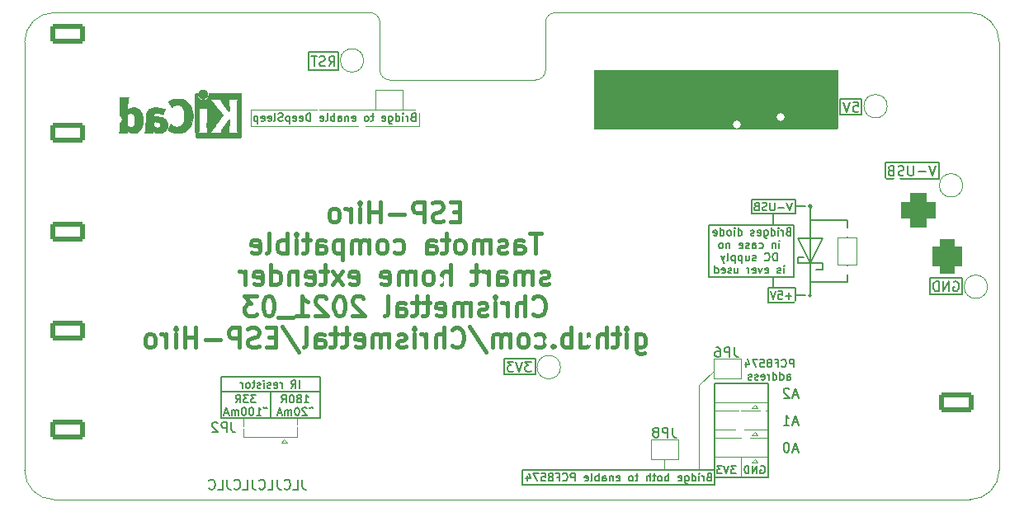
<source format=gbo>
G04 #@! TF.GenerationSoftware,KiCad,Pcbnew,(5.99.0-10216-g675444a646)*
G04 #@! TF.CreationDate,2021-05-11T20:11:49+02:00*
G04 #@! TF.ProjectId,ESP-Hiro,4553502d-4869-4726-9f2e-6b696361645f,rev?*
G04 #@! TF.SameCoordinates,Original*
G04 #@! TF.FileFunction,Legend,Bot*
G04 #@! TF.FilePolarity,Positive*
%FSLAX46Y46*%
G04 Gerber Fmt 4.6, Leading zero omitted, Abs format (unit mm)*
G04 Created by KiCad (PCBNEW (5.99.0-10216-g675444a646)) date 2021-05-11 20:11:49*
%MOMM*%
%LPD*%
G01*
G04 APERTURE LIST*
G04 Aperture macros list*
%AMRoundRect*
0 Rectangle with rounded corners*
0 $1 Rounding radius*
0 $2 $3 $4 $5 $6 $7 $8 $9 X,Y pos of 4 corners*
0 Add a 4 corners polygon primitive as box body*
4,1,4,$2,$3,$4,$5,$6,$7,$8,$9,$2,$3,0*
0 Add four circle primitives for the rounded corners*
1,1,$1+$1,$2,$3*
1,1,$1+$1,$4,$5*
1,1,$1+$1,$6,$7*
1,1,$1+$1,$8,$9*
0 Add four rect primitives between the rounded corners*
20,1,$1+$1,$2,$3,$4,$5,0*
20,1,$1+$1,$4,$5,$6,$7,0*
20,1,$1+$1,$6,$7,$8,$9,0*
20,1,$1+$1,$8,$9,$2,$3,0*%
%AMFreePoly0*
4,1,6,1.000000,0.000000,0.500000,-0.750000,-0.500000,-0.750000,-0.500000,0.750000,0.500000,0.750000,1.000000,0.000000,1.000000,0.000000,$1*%
%AMFreePoly1*
4,1,6,0.500000,-0.750000,-0.650000,-0.750000,-0.150000,0.000000,-0.650000,0.750000,0.500000,0.750000,0.500000,-0.750000,0.500000,-0.750000,$1*%
G04 Aperture macros list end*
%ADD10C,0.200000*%
%ADD11C,0.120000*%
G04 #@! TA.AperFunction,Profile*
%ADD12C,0.050000*%
G04 #@! TD*
%ADD13C,0.150000*%
%ADD14C,0.400000*%
%ADD15C,0.010000*%
%ADD16O,1.600000X1.600000*%
%ADD17C,1.600000*%
%ADD18R,1.700000X1.700000*%
%ADD19O,1.700000X1.700000*%
%ADD20C,0.650000*%
%ADD21RoundRect,0.249999X-1.550001X0.790001X-1.550001X-0.790001X1.550001X-0.790001X1.550001X0.790001X0*%
%ADD22O,3.600000X2.080000*%
%ADD23C,5.700000*%
%ADD24RoundRect,0.249999X1.550001X-0.790001X1.550001X0.790001X-1.550001X0.790001X-1.550001X-0.790001X0*%
%ADD25R,3.500000X3.500000*%
%ADD26RoundRect,0.750000X0.750000X1.000000X-0.750000X1.000000X-0.750000X-1.000000X0.750000X-1.000000X0*%
%ADD27RoundRect,0.875000X0.875000X0.875000X-0.875000X0.875000X-0.875000X-0.875000X0.875000X-0.875000X0*%
%ADD28FreePoly0,180.000000*%
%ADD29FreePoly1,180.000000*%
%ADD30FreePoly0,270.000000*%
%ADD31FreePoly1,270.000000*%
%ADD32R,1.500000X1.500000*%
%ADD33FreePoly0,0.000000*%
%ADD34C,2.000000*%
%ADD35FreePoly1,0.000000*%
%ADD36C,0.800000*%
%ADD37C,1.000000*%
G04 APERTURE END LIST*
D10*
X180580000Y-101288000D02*
X180580000Y-99891000D01*
D11*
X169200000Y-118212000D02*
X169200000Y-126975000D01*
D10*
X170768000Y-127737000D02*
X176268000Y-127737000D01*
X130288000Y-119068000D02*
X130288000Y-118941000D01*
X170768000Y-118104000D02*
X170768000Y-120202000D01*
X176268000Y-118104000D02*
X170768000Y-118104000D01*
D11*
X173518000Y-127737000D02*
X173518000Y-125639000D01*
D10*
X180707000Y-109035000D02*
G75*
G03*
X180707000Y-109035000I-127000J0D01*
G01*
D11*
X123200000Y-90000000D02*
X140475000Y-90000000D01*
D10*
X176268000Y-127737000D02*
X176268000Y-118104000D01*
X184390000Y-101288000D02*
X184390000Y-103063000D01*
X152386000Y-115512000D02*
X149211000Y-115512000D01*
X149211000Y-115512000D02*
X149211000Y-117163000D01*
X149211000Y-117163000D02*
X152386000Y-117163000D01*
X152386000Y-117163000D02*
X152386000Y-115512000D01*
X120128000Y-121608000D02*
X125208000Y-121608000D01*
X180759605Y-99891000D02*
G75*
G03*
X180759605Y-99891000I-179605J0D01*
G01*
X174611000Y-99192500D02*
X179056000Y-99192500D01*
X179056000Y-99192500D02*
X179056000Y-100589500D01*
X179056000Y-100589500D02*
X174611000Y-100589500D01*
X174611000Y-100589500D02*
X174611000Y-99192500D01*
X176833500Y-107130000D02*
X176833500Y-108273000D01*
X151102500Y-126975000D02*
X151102500Y-128499000D01*
X130288000Y-118941000D02*
X125208000Y-118941000D01*
X178929000Y-101796000D02*
X170166000Y-101796000D01*
X170166000Y-101796000D02*
X170166000Y-107130000D01*
X170166000Y-107130000D02*
X178929000Y-107130000D01*
X178929000Y-107130000D02*
X178929000Y-101796000D01*
D11*
X165644000Y-125816000D02*
X165644000Y-126975000D01*
D10*
X196201000Y-107257000D02*
X192899000Y-107257000D01*
X192899000Y-107257000D02*
X192899000Y-108908000D01*
X192899000Y-108908000D02*
X196201000Y-108908000D01*
X196201000Y-108908000D02*
X196201000Y-107257000D01*
X120128000Y-118941000D02*
X120128000Y-121608000D01*
X130288000Y-118941000D02*
X130288000Y-117544000D01*
X125208000Y-121624000D02*
X125208000Y-118941000D01*
X193788000Y-95382500D02*
X188327000Y-95382500D01*
X188327000Y-95382500D02*
X188327000Y-97033500D01*
X188327000Y-97033500D02*
X193788000Y-97033500D01*
X193788000Y-97033500D02*
X193788000Y-95382500D01*
X125208000Y-118941000D02*
X120128000Y-118941000D01*
X180580000Y-101288000D02*
X184390000Y-101288000D01*
X129145000Y-84016000D02*
X132193000Y-84016000D01*
X132193000Y-84016000D02*
X132193000Y-85921000D01*
X132193000Y-85921000D02*
X129145000Y-85921000D01*
X129145000Y-85921000D02*
X129145000Y-84016000D01*
X130288000Y-117544000D02*
X130288000Y-117417000D01*
X176262000Y-108273000D02*
X179056000Y-108273000D01*
X179056000Y-108273000D02*
X179056000Y-109797000D01*
X179056000Y-109797000D02*
X176262000Y-109797000D01*
X176262000Y-109797000D02*
X176262000Y-108273000D01*
X170768000Y-120202000D02*
X170768000Y-127737000D01*
X185850500Y-88842000D02*
X183691500Y-88842000D01*
X183691500Y-88842000D02*
X183691500Y-90493000D01*
X183691500Y-90493000D02*
X185850500Y-90493000D01*
X185850500Y-90493000D02*
X185850500Y-88842000D01*
X170787500Y-126975000D02*
X151102500Y-126975000D01*
X130288000Y-117417000D02*
X120128000Y-117417000D01*
D11*
X123200000Y-90000000D02*
X123200000Y-91667000D01*
X140475000Y-91667000D02*
X140475000Y-90016000D01*
D10*
X151102500Y-128499000D02*
X170787500Y-128499000D01*
X125208000Y-121608000D02*
X130288000Y-121608000D01*
D11*
X170721000Y-116815000D02*
X169200000Y-118212000D01*
D10*
X180580000Y-107638000D02*
X180580000Y-109035000D01*
X179056000Y-109035000D02*
X180072000Y-109035000D01*
X170787500Y-128499000D02*
X170787500Y-126975000D01*
X179056000Y-99891000D02*
X180072000Y-99891000D01*
X180580000Y-107638000D02*
X184390000Y-107638000D01*
X130288000Y-121608000D02*
X130288000Y-119068000D01*
X176833500Y-100589500D02*
X176833500Y-101796000D01*
D11*
X123200000Y-91667000D02*
X140475000Y-91667000D01*
D10*
X184390000Y-107638000D02*
X184390000Y-105863000D01*
D11*
X158400000Y-91900000D02*
X183400000Y-91900000D01*
X183400000Y-91900000D02*
X183400000Y-85900000D01*
X183400000Y-85900000D02*
X158400000Y-85900000D01*
X158400000Y-85900000D02*
X158400000Y-91900000D01*
G36*
X158400000Y-91900000D02*
G01*
X183400000Y-91900000D01*
X183400000Y-85900000D01*
X158400000Y-85900000D01*
X158400000Y-91900000D01*
G37*
D10*
X120128000Y-117417000D02*
X120128000Y-118941000D01*
D12*
X100000000Y-127000000D02*
X100000000Y-83000000D01*
X200000000Y-127000000D02*
G75*
G02*
X197000000Y-130000000I-3000000J0D01*
G01*
X100000000Y-83000000D02*
G75*
G02*
X103000000Y-80000000I3000000J0D01*
G01*
X154450000Y-80000000D02*
G75*
G03*
X153450000Y-81000000I0J-1000000D01*
G01*
X197000000Y-80000000D02*
X154450000Y-80000000D01*
X100000000Y-127000000D02*
G75*
G03*
X103000000Y-130000000I3000000J0D01*
G01*
X200000000Y-83000000D02*
X200000000Y-127000000D01*
X153450000Y-85900000D02*
G75*
G02*
X152450000Y-86900000I-1000000J0D01*
G01*
X136450000Y-81000000D02*
G75*
G03*
X135450000Y-80000000I-1000000J0D01*
G01*
X197000000Y-80000000D02*
G75*
G02*
X200000000Y-83000000I0J-3000000D01*
G01*
X136450000Y-85900000D02*
X136450000Y-81000000D01*
X153450000Y-85900000D02*
X153450000Y-81000000D01*
X103000000Y-80000000D02*
X135450000Y-80000000D01*
X137450000Y-86900000D02*
G75*
G02*
X136450000Y-85900000I0J1000000D01*
G01*
X137450000Y-86900000D02*
X152450000Y-86900000D01*
X197000000Y-130000000D02*
X103000000Y-130000000D01*
D13*
X178357000Y-102473857D02*
X178242714Y-102511952D01*
X178204619Y-102550047D01*
X178166523Y-102626238D01*
X178166523Y-102740523D01*
X178204619Y-102816714D01*
X178242714Y-102854809D01*
X178318904Y-102892904D01*
X178623666Y-102892904D01*
X178623666Y-102092904D01*
X178357000Y-102092904D01*
X178280809Y-102131000D01*
X178242714Y-102169095D01*
X178204619Y-102245285D01*
X178204619Y-102321476D01*
X178242714Y-102397666D01*
X178280809Y-102435761D01*
X178357000Y-102473857D01*
X178623666Y-102473857D01*
X177823666Y-102892904D02*
X177823666Y-102359571D01*
X177823666Y-102511952D02*
X177785571Y-102435761D01*
X177747476Y-102397666D01*
X177671285Y-102359571D01*
X177595095Y-102359571D01*
X177328428Y-102892904D02*
X177328428Y-102359571D01*
X177328428Y-102092904D02*
X177366523Y-102131000D01*
X177328428Y-102169095D01*
X177290333Y-102131000D01*
X177328428Y-102092904D01*
X177328428Y-102169095D01*
X176604619Y-102892904D02*
X176604619Y-102092904D01*
X176604619Y-102854809D02*
X176680809Y-102892904D01*
X176833190Y-102892904D01*
X176909380Y-102854809D01*
X176947476Y-102816714D01*
X176985571Y-102740523D01*
X176985571Y-102511952D01*
X176947476Y-102435761D01*
X176909380Y-102397666D01*
X176833190Y-102359571D01*
X176680809Y-102359571D01*
X176604619Y-102397666D01*
X175880809Y-102359571D02*
X175880809Y-103007190D01*
X175918904Y-103083380D01*
X175957000Y-103121476D01*
X176033190Y-103159571D01*
X176147476Y-103159571D01*
X176223666Y-103121476D01*
X175880809Y-102854809D02*
X175957000Y-102892904D01*
X176109380Y-102892904D01*
X176185571Y-102854809D01*
X176223666Y-102816714D01*
X176261761Y-102740523D01*
X176261761Y-102511952D01*
X176223666Y-102435761D01*
X176185571Y-102397666D01*
X176109380Y-102359571D01*
X175957000Y-102359571D01*
X175880809Y-102397666D01*
X175195095Y-102854809D02*
X175271285Y-102892904D01*
X175423666Y-102892904D01*
X175499857Y-102854809D01*
X175537952Y-102778619D01*
X175537952Y-102473857D01*
X175499857Y-102397666D01*
X175423666Y-102359571D01*
X175271285Y-102359571D01*
X175195095Y-102397666D01*
X175157000Y-102473857D01*
X175157000Y-102550047D01*
X175537952Y-102626238D01*
X174852238Y-102854809D02*
X174776047Y-102892904D01*
X174623666Y-102892904D01*
X174547476Y-102854809D01*
X174509380Y-102778619D01*
X174509380Y-102740523D01*
X174547476Y-102664333D01*
X174623666Y-102626238D01*
X174737952Y-102626238D01*
X174814142Y-102588142D01*
X174852238Y-102511952D01*
X174852238Y-102473857D01*
X174814142Y-102397666D01*
X174737952Y-102359571D01*
X174623666Y-102359571D01*
X174547476Y-102397666D01*
X173214142Y-102892904D02*
X173214142Y-102092904D01*
X173214142Y-102854809D02*
X173290333Y-102892904D01*
X173442714Y-102892904D01*
X173518904Y-102854809D01*
X173557000Y-102816714D01*
X173595095Y-102740523D01*
X173595095Y-102511952D01*
X173557000Y-102435761D01*
X173518904Y-102397666D01*
X173442714Y-102359571D01*
X173290333Y-102359571D01*
X173214142Y-102397666D01*
X172833190Y-102892904D02*
X172833190Y-102359571D01*
X172833190Y-102092904D02*
X172871285Y-102131000D01*
X172833190Y-102169095D01*
X172795095Y-102131000D01*
X172833190Y-102092904D01*
X172833190Y-102169095D01*
X172337952Y-102892904D02*
X172414142Y-102854809D01*
X172452238Y-102816714D01*
X172490333Y-102740523D01*
X172490333Y-102511952D01*
X172452238Y-102435761D01*
X172414142Y-102397666D01*
X172337952Y-102359571D01*
X172223666Y-102359571D01*
X172147476Y-102397666D01*
X172109380Y-102435761D01*
X172071285Y-102511952D01*
X172071285Y-102740523D01*
X172109380Y-102816714D01*
X172147476Y-102854809D01*
X172223666Y-102892904D01*
X172337952Y-102892904D01*
X171385571Y-102892904D02*
X171385571Y-102092904D01*
X171385571Y-102854809D02*
X171461761Y-102892904D01*
X171614142Y-102892904D01*
X171690333Y-102854809D01*
X171728428Y-102816714D01*
X171766523Y-102740523D01*
X171766523Y-102511952D01*
X171728428Y-102435761D01*
X171690333Y-102397666D01*
X171614142Y-102359571D01*
X171461761Y-102359571D01*
X171385571Y-102397666D01*
X170699857Y-102854809D02*
X170776047Y-102892904D01*
X170928428Y-102892904D01*
X171004619Y-102854809D01*
X171042714Y-102778619D01*
X171042714Y-102473857D01*
X171004619Y-102397666D01*
X170928428Y-102359571D01*
X170776047Y-102359571D01*
X170699857Y-102397666D01*
X170661761Y-102473857D01*
X170661761Y-102550047D01*
X171042714Y-102626238D01*
X177423666Y-104180904D02*
X177423666Y-103647571D01*
X177423666Y-103380904D02*
X177461761Y-103419000D01*
X177423666Y-103457095D01*
X177385571Y-103419000D01*
X177423666Y-103380904D01*
X177423666Y-103457095D01*
X177042714Y-103647571D02*
X177042714Y-104180904D01*
X177042714Y-103723761D02*
X177004619Y-103685666D01*
X176928428Y-103647571D01*
X176814142Y-103647571D01*
X176737952Y-103685666D01*
X176699857Y-103761857D01*
X176699857Y-104180904D01*
X175366523Y-104142809D02*
X175442714Y-104180904D01*
X175595095Y-104180904D01*
X175671285Y-104142809D01*
X175709380Y-104104714D01*
X175747476Y-104028523D01*
X175747476Y-103799952D01*
X175709380Y-103723761D01*
X175671285Y-103685666D01*
X175595095Y-103647571D01*
X175442714Y-103647571D01*
X175366523Y-103685666D01*
X174680809Y-104180904D02*
X174680809Y-103761857D01*
X174718904Y-103685666D01*
X174795095Y-103647571D01*
X174947476Y-103647571D01*
X175023666Y-103685666D01*
X174680809Y-104142809D02*
X174757000Y-104180904D01*
X174947476Y-104180904D01*
X175023666Y-104142809D01*
X175061761Y-104066619D01*
X175061761Y-103990428D01*
X175023666Y-103914238D01*
X174947476Y-103876142D01*
X174757000Y-103876142D01*
X174680809Y-103838047D01*
X174337952Y-104142809D02*
X174261761Y-104180904D01*
X174109380Y-104180904D01*
X174033190Y-104142809D01*
X173995095Y-104066619D01*
X173995095Y-104028523D01*
X174033190Y-103952333D01*
X174109380Y-103914238D01*
X174223666Y-103914238D01*
X174299857Y-103876142D01*
X174337952Y-103799952D01*
X174337952Y-103761857D01*
X174299857Y-103685666D01*
X174223666Y-103647571D01*
X174109380Y-103647571D01*
X174033190Y-103685666D01*
X173347476Y-104142809D02*
X173423666Y-104180904D01*
X173576047Y-104180904D01*
X173652238Y-104142809D01*
X173690333Y-104066619D01*
X173690333Y-103761857D01*
X173652238Y-103685666D01*
X173576047Y-103647571D01*
X173423666Y-103647571D01*
X173347476Y-103685666D01*
X173309380Y-103761857D01*
X173309380Y-103838047D01*
X173690333Y-103914238D01*
X172357000Y-103647571D02*
X172357000Y-104180904D01*
X172357000Y-103723761D02*
X172318904Y-103685666D01*
X172242714Y-103647571D01*
X172128428Y-103647571D01*
X172052238Y-103685666D01*
X172014142Y-103761857D01*
X172014142Y-104180904D01*
X171518904Y-104180904D02*
X171595095Y-104142809D01*
X171633190Y-104104714D01*
X171671285Y-104028523D01*
X171671285Y-103799952D01*
X171633190Y-103723761D01*
X171595095Y-103685666D01*
X171518904Y-103647571D01*
X171404619Y-103647571D01*
X171328428Y-103685666D01*
X171290333Y-103723761D01*
X171252238Y-103799952D01*
X171252238Y-104028523D01*
X171290333Y-104104714D01*
X171328428Y-104142809D01*
X171404619Y-104180904D01*
X171518904Y-104180904D01*
X177195095Y-105468904D02*
X177195095Y-104668904D01*
X177004619Y-104668904D01*
X176890333Y-104707000D01*
X176814142Y-104783190D01*
X176776047Y-104859380D01*
X176737952Y-105011761D01*
X176737952Y-105126047D01*
X176776047Y-105278428D01*
X176814142Y-105354619D01*
X176890333Y-105430809D01*
X177004619Y-105468904D01*
X177195095Y-105468904D01*
X175937952Y-105392714D02*
X175976047Y-105430809D01*
X176090333Y-105468904D01*
X176166523Y-105468904D01*
X176280809Y-105430809D01*
X176357000Y-105354619D01*
X176395095Y-105278428D01*
X176433190Y-105126047D01*
X176433190Y-105011761D01*
X176395095Y-104859380D01*
X176357000Y-104783190D01*
X176280809Y-104707000D01*
X176166523Y-104668904D01*
X176090333Y-104668904D01*
X175976047Y-104707000D01*
X175937952Y-104745095D01*
X175023666Y-105430809D02*
X174947476Y-105468904D01*
X174795095Y-105468904D01*
X174718904Y-105430809D01*
X174680809Y-105354619D01*
X174680809Y-105316523D01*
X174718904Y-105240333D01*
X174795095Y-105202238D01*
X174909380Y-105202238D01*
X174985571Y-105164142D01*
X175023666Y-105087952D01*
X175023666Y-105049857D01*
X174985571Y-104973666D01*
X174909380Y-104935571D01*
X174795095Y-104935571D01*
X174718904Y-104973666D01*
X173995095Y-104935571D02*
X173995095Y-105468904D01*
X174337952Y-104935571D02*
X174337952Y-105354619D01*
X174299857Y-105430809D01*
X174223666Y-105468904D01*
X174109380Y-105468904D01*
X174033190Y-105430809D01*
X173995095Y-105392714D01*
X173614142Y-104935571D02*
X173614142Y-105735571D01*
X173614142Y-104973666D02*
X173537952Y-104935571D01*
X173385571Y-104935571D01*
X173309380Y-104973666D01*
X173271285Y-105011761D01*
X173233190Y-105087952D01*
X173233190Y-105316523D01*
X173271285Y-105392714D01*
X173309380Y-105430809D01*
X173385571Y-105468904D01*
X173537952Y-105468904D01*
X173614142Y-105430809D01*
X172890333Y-104935571D02*
X172890333Y-105735571D01*
X172890333Y-104973666D02*
X172814142Y-104935571D01*
X172661761Y-104935571D01*
X172585571Y-104973666D01*
X172547476Y-105011761D01*
X172509380Y-105087952D01*
X172509380Y-105316523D01*
X172547476Y-105392714D01*
X172585571Y-105430809D01*
X172661761Y-105468904D01*
X172814142Y-105468904D01*
X172890333Y-105430809D01*
X172052238Y-105468904D02*
X172128428Y-105430809D01*
X172166523Y-105354619D01*
X172166523Y-104668904D01*
X171823666Y-104935571D02*
X171633190Y-105468904D01*
X171442714Y-104935571D02*
X171633190Y-105468904D01*
X171709380Y-105659380D01*
X171747476Y-105697476D01*
X171823666Y-105735571D01*
X177918904Y-106756904D02*
X177918904Y-106223571D01*
X177918904Y-105956904D02*
X177957000Y-105995000D01*
X177918904Y-106033095D01*
X177880809Y-105995000D01*
X177918904Y-105956904D01*
X177918904Y-106033095D01*
X177576047Y-106718809D02*
X177499857Y-106756904D01*
X177347476Y-106756904D01*
X177271285Y-106718809D01*
X177233190Y-106642619D01*
X177233190Y-106604523D01*
X177271285Y-106528333D01*
X177347476Y-106490238D01*
X177461761Y-106490238D01*
X177537952Y-106452142D01*
X177576047Y-106375952D01*
X177576047Y-106337857D01*
X177537952Y-106261666D01*
X177461761Y-106223571D01*
X177347476Y-106223571D01*
X177271285Y-106261666D01*
X175976047Y-106718809D02*
X176052238Y-106756904D01*
X176204619Y-106756904D01*
X176280809Y-106718809D01*
X176318904Y-106642619D01*
X176318904Y-106337857D01*
X176280809Y-106261666D01*
X176204619Y-106223571D01*
X176052238Y-106223571D01*
X175976047Y-106261666D01*
X175937952Y-106337857D01*
X175937952Y-106414047D01*
X176318904Y-106490238D01*
X175671285Y-106223571D02*
X175480809Y-106756904D01*
X175290333Y-106223571D01*
X174680809Y-106718809D02*
X174757000Y-106756904D01*
X174909380Y-106756904D01*
X174985571Y-106718809D01*
X175023666Y-106642619D01*
X175023666Y-106337857D01*
X174985571Y-106261666D01*
X174909380Y-106223571D01*
X174757000Y-106223571D01*
X174680809Y-106261666D01*
X174642714Y-106337857D01*
X174642714Y-106414047D01*
X175023666Y-106490238D01*
X174299857Y-106756904D02*
X174299857Y-106223571D01*
X174299857Y-106375952D02*
X174261761Y-106299761D01*
X174223666Y-106261666D01*
X174147476Y-106223571D01*
X174071285Y-106223571D01*
X172852238Y-106223571D02*
X172852238Y-106756904D01*
X173195095Y-106223571D02*
X173195095Y-106642619D01*
X173157000Y-106718809D01*
X173080809Y-106756904D01*
X172966523Y-106756904D01*
X172890333Y-106718809D01*
X172852238Y-106680714D01*
X172509380Y-106718809D02*
X172433190Y-106756904D01*
X172280809Y-106756904D01*
X172204619Y-106718809D01*
X172166523Y-106642619D01*
X172166523Y-106604523D01*
X172204619Y-106528333D01*
X172280809Y-106490238D01*
X172395095Y-106490238D01*
X172471285Y-106452142D01*
X172509380Y-106375952D01*
X172509380Y-106337857D01*
X172471285Y-106261666D01*
X172395095Y-106223571D01*
X172280809Y-106223571D01*
X172204619Y-106261666D01*
X171518904Y-106718809D02*
X171595095Y-106756904D01*
X171747476Y-106756904D01*
X171823666Y-106718809D01*
X171861761Y-106642619D01*
X171861761Y-106337857D01*
X171823666Y-106261666D01*
X171747476Y-106223571D01*
X171595095Y-106223571D01*
X171518904Y-106261666D01*
X171480809Y-106337857D01*
X171480809Y-106414047D01*
X171861761Y-106490238D01*
X170795095Y-106756904D02*
X170795095Y-105956904D01*
X170795095Y-106718809D02*
X170871285Y-106756904D01*
X171023666Y-106756904D01*
X171099857Y-106718809D01*
X171137952Y-106680714D01*
X171176047Y-106604523D01*
X171176047Y-106375952D01*
X171137952Y-106299761D01*
X171099857Y-106261666D01*
X171023666Y-106223571D01*
X170871285Y-106223571D01*
X170795095Y-106261666D01*
X178687571Y-109092142D02*
X178078047Y-109092142D01*
X178382809Y-109396904D02*
X178382809Y-108787380D01*
X177316142Y-108596904D02*
X177697095Y-108596904D01*
X177735190Y-108977857D01*
X177697095Y-108939761D01*
X177620904Y-108901666D01*
X177430428Y-108901666D01*
X177354238Y-108939761D01*
X177316142Y-108977857D01*
X177278047Y-109054047D01*
X177278047Y-109244523D01*
X177316142Y-109320714D01*
X177354238Y-109358809D01*
X177430428Y-109396904D01*
X177620904Y-109396904D01*
X177697095Y-109358809D01*
X177735190Y-109320714D01*
X177049476Y-108596904D02*
X176782809Y-109396904D01*
X176516142Y-108596904D01*
X139858047Y-90720857D02*
X139743761Y-90758952D01*
X139705666Y-90797047D01*
X139667571Y-90873238D01*
X139667571Y-90987523D01*
X139705666Y-91063714D01*
X139743761Y-91101809D01*
X139819952Y-91139904D01*
X140124714Y-91139904D01*
X140124714Y-90339904D01*
X139858047Y-90339904D01*
X139781857Y-90378000D01*
X139743761Y-90416095D01*
X139705666Y-90492285D01*
X139705666Y-90568476D01*
X139743761Y-90644666D01*
X139781857Y-90682761D01*
X139858047Y-90720857D01*
X140124714Y-90720857D01*
X139324714Y-91139904D02*
X139324714Y-90606571D01*
X139324714Y-90758952D02*
X139286619Y-90682761D01*
X139248523Y-90644666D01*
X139172333Y-90606571D01*
X139096142Y-90606571D01*
X138829476Y-91139904D02*
X138829476Y-90606571D01*
X138829476Y-90339904D02*
X138867571Y-90378000D01*
X138829476Y-90416095D01*
X138791380Y-90378000D01*
X138829476Y-90339904D01*
X138829476Y-90416095D01*
X138105666Y-91139904D02*
X138105666Y-90339904D01*
X138105666Y-91101809D02*
X138181857Y-91139904D01*
X138334238Y-91139904D01*
X138410428Y-91101809D01*
X138448523Y-91063714D01*
X138486619Y-90987523D01*
X138486619Y-90758952D01*
X138448523Y-90682761D01*
X138410428Y-90644666D01*
X138334238Y-90606571D01*
X138181857Y-90606571D01*
X138105666Y-90644666D01*
X137381857Y-90606571D02*
X137381857Y-91254190D01*
X137419952Y-91330380D01*
X137458047Y-91368476D01*
X137534238Y-91406571D01*
X137648523Y-91406571D01*
X137724714Y-91368476D01*
X137381857Y-91101809D02*
X137458047Y-91139904D01*
X137610428Y-91139904D01*
X137686619Y-91101809D01*
X137724714Y-91063714D01*
X137762809Y-90987523D01*
X137762809Y-90758952D01*
X137724714Y-90682761D01*
X137686619Y-90644666D01*
X137610428Y-90606571D01*
X137458047Y-90606571D01*
X137381857Y-90644666D01*
X136696142Y-91101809D02*
X136772333Y-91139904D01*
X136924714Y-91139904D01*
X137000904Y-91101809D01*
X137039000Y-91025619D01*
X137039000Y-90720857D01*
X137000904Y-90644666D01*
X136924714Y-90606571D01*
X136772333Y-90606571D01*
X136696142Y-90644666D01*
X136658047Y-90720857D01*
X136658047Y-90797047D01*
X137039000Y-90873238D01*
X135819952Y-90606571D02*
X135515190Y-90606571D01*
X135705666Y-90339904D02*
X135705666Y-91025619D01*
X135667571Y-91101809D01*
X135591380Y-91139904D01*
X135515190Y-91139904D01*
X135134238Y-91139904D02*
X135210428Y-91101809D01*
X135248523Y-91063714D01*
X135286619Y-90987523D01*
X135286619Y-90758952D01*
X135248523Y-90682761D01*
X135210428Y-90644666D01*
X135134238Y-90606571D01*
X135019952Y-90606571D01*
X134943761Y-90644666D01*
X134905666Y-90682761D01*
X134867571Y-90758952D01*
X134867571Y-90987523D01*
X134905666Y-91063714D01*
X134943761Y-91101809D01*
X135019952Y-91139904D01*
X135134238Y-91139904D01*
X133610428Y-91101809D02*
X133686619Y-91139904D01*
X133839000Y-91139904D01*
X133915190Y-91101809D01*
X133953285Y-91025619D01*
X133953285Y-90720857D01*
X133915190Y-90644666D01*
X133839000Y-90606571D01*
X133686619Y-90606571D01*
X133610428Y-90644666D01*
X133572333Y-90720857D01*
X133572333Y-90797047D01*
X133953285Y-90873238D01*
X133229476Y-90606571D02*
X133229476Y-91139904D01*
X133229476Y-90682761D02*
X133191380Y-90644666D01*
X133115190Y-90606571D01*
X133000904Y-90606571D01*
X132924714Y-90644666D01*
X132886619Y-90720857D01*
X132886619Y-91139904D01*
X132162809Y-91139904D02*
X132162809Y-90720857D01*
X132200904Y-90644666D01*
X132277095Y-90606571D01*
X132429476Y-90606571D01*
X132505666Y-90644666D01*
X132162809Y-91101809D02*
X132239000Y-91139904D01*
X132429476Y-91139904D01*
X132505666Y-91101809D01*
X132543761Y-91025619D01*
X132543761Y-90949428D01*
X132505666Y-90873238D01*
X132429476Y-90835142D01*
X132239000Y-90835142D01*
X132162809Y-90797047D01*
X131781857Y-91139904D02*
X131781857Y-90339904D01*
X131781857Y-90644666D02*
X131705666Y-90606571D01*
X131553285Y-90606571D01*
X131477095Y-90644666D01*
X131439000Y-90682761D01*
X131400904Y-90758952D01*
X131400904Y-90987523D01*
X131439000Y-91063714D01*
X131477095Y-91101809D01*
X131553285Y-91139904D01*
X131705666Y-91139904D01*
X131781857Y-91101809D01*
X130943761Y-91139904D02*
X131019952Y-91101809D01*
X131058047Y-91025619D01*
X131058047Y-90339904D01*
X130334238Y-91101809D02*
X130410428Y-91139904D01*
X130562809Y-91139904D01*
X130639000Y-91101809D01*
X130677095Y-91025619D01*
X130677095Y-90720857D01*
X130639000Y-90644666D01*
X130562809Y-90606571D01*
X130410428Y-90606571D01*
X130334238Y-90644666D01*
X130296142Y-90720857D01*
X130296142Y-90797047D01*
X130677095Y-90873238D01*
X129343761Y-91139904D02*
X129343761Y-90339904D01*
X129153285Y-90339904D01*
X129039000Y-90378000D01*
X128962809Y-90454190D01*
X128924714Y-90530380D01*
X128886619Y-90682761D01*
X128886619Y-90797047D01*
X128924714Y-90949428D01*
X128962809Y-91025619D01*
X129039000Y-91101809D01*
X129153285Y-91139904D01*
X129343761Y-91139904D01*
X128239000Y-91101809D02*
X128315190Y-91139904D01*
X128467571Y-91139904D01*
X128543761Y-91101809D01*
X128581857Y-91025619D01*
X128581857Y-90720857D01*
X128543761Y-90644666D01*
X128467571Y-90606571D01*
X128315190Y-90606571D01*
X128239000Y-90644666D01*
X128200904Y-90720857D01*
X128200904Y-90797047D01*
X128581857Y-90873238D01*
X127553285Y-91101809D02*
X127629476Y-91139904D01*
X127781857Y-91139904D01*
X127858047Y-91101809D01*
X127896142Y-91025619D01*
X127896142Y-90720857D01*
X127858047Y-90644666D01*
X127781857Y-90606571D01*
X127629476Y-90606571D01*
X127553285Y-90644666D01*
X127515190Y-90720857D01*
X127515190Y-90797047D01*
X127896142Y-90873238D01*
X127172333Y-90606571D02*
X127172333Y-91406571D01*
X127172333Y-90644666D02*
X127096142Y-90606571D01*
X126943761Y-90606571D01*
X126867571Y-90644666D01*
X126829476Y-90682761D01*
X126791380Y-90758952D01*
X126791380Y-90987523D01*
X126829476Y-91063714D01*
X126867571Y-91101809D01*
X126943761Y-91139904D01*
X127096142Y-91139904D01*
X127172333Y-91101809D01*
X126486619Y-91101809D02*
X126372333Y-91139904D01*
X126181857Y-91139904D01*
X126105666Y-91101809D01*
X126067571Y-91063714D01*
X126029476Y-90987523D01*
X126029476Y-90911333D01*
X126067571Y-90835142D01*
X126105666Y-90797047D01*
X126181857Y-90758952D01*
X126334238Y-90720857D01*
X126410428Y-90682761D01*
X126448523Y-90644666D01*
X126486619Y-90568476D01*
X126486619Y-90492285D01*
X126448523Y-90416095D01*
X126410428Y-90378000D01*
X126334238Y-90339904D01*
X126143761Y-90339904D01*
X126029476Y-90378000D01*
X125572333Y-91139904D02*
X125648523Y-91101809D01*
X125686619Y-91025619D01*
X125686619Y-90339904D01*
X124962809Y-91101809D02*
X125039000Y-91139904D01*
X125191380Y-91139904D01*
X125267571Y-91101809D01*
X125305666Y-91025619D01*
X125305666Y-90720857D01*
X125267571Y-90644666D01*
X125191380Y-90606571D01*
X125039000Y-90606571D01*
X124962809Y-90644666D01*
X124924714Y-90720857D01*
X124924714Y-90797047D01*
X125305666Y-90873238D01*
X124277095Y-91101809D02*
X124353285Y-91139904D01*
X124505666Y-91139904D01*
X124581857Y-91101809D01*
X124619952Y-91025619D01*
X124619952Y-90720857D01*
X124581857Y-90644666D01*
X124505666Y-90606571D01*
X124353285Y-90606571D01*
X124277095Y-90644666D01*
X124239000Y-90720857D01*
X124239000Y-90797047D01*
X124619952Y-90873238D01*
X123896142Y-90606571D02*
X123896142Y-91406571D01*
X123896142Y-90644666D02*
X123819952Y-90606571D01*
X123667571Y-90606571D01*
X123591380Y-90644666D01*
X123553285Y-90682761D01*
X123515190Y-90758952D01*
X123515190Y-90987523D01*
X123553285Y-91063714D01*
X123591380Y-91101809D01*
X123667571Y-91139904D01*
X123819952Y-91139904D01*
X123896142Y-91101809D01*
X172984476Y-126536904D02*
X172489238Y-126536904D01*
X172755904Y-126841666D01*
X172641619Y-126841666D01*
X172565428Y-126879761D01*
X172527333Y-126917857D01*
X172489238Y-126994047D01*
X172489238Y-127184523D01*
X172527333Y-127260714D01*
X172565428Y-127298809D01*
X172641619Y-127336904D01*
X172870190Y-127336904D01*
X172946380Y-127298809D01*
X172984476Y-127260714D01*
X172260666Y-126536904D02*
X171994000Y-127336904D01*
X171727333Y-126536904D01*
X171536857Y-126536904D02*
X171041619Y-126536904D01*
X171308285Y-126841666D01*
X171194000Y-126841666D01*
X171117809Y-126879761D01*
X171079714Y-126917857D01*
X171041619Y-126994047D01*
X171041619Y-127184523D01*
X171079714Y-127260714D01*
X171117809Y-127298809D01*
X171194000Y-127336904D01*
X171422571Y-127336904D01*
X171498761Y-127298809D01*
X171536857Y-127260714D01*
X178915190Y-116405904D02*
X178915190Y-115605904D01*
X178610428Y-115605904D01*
X178534238Y-115644000D01*
X178496142Y-115682095D01*
X178458047Y-115758285D01*
X178458047Y-115872571D01*
X178496142Y-115948761D01*
X178534238Y-115986857D01*
X178610428Y-116024952D01*
X178915190Y-116024952D01*
X177658047Y-116329714D02*
X177696142Y-116367809D01*
X177810428Y-116405904D01*
X177886619Y-116405904D01*
X178000904Y-116367809D01*
X178077095Y-116291619D01*
X178115190Y-116215428D01*
X178153285Y-116063047D01*
X178153285Y-115948761D01*
X178115190Y-115796380D01*
X178077095Y-115720190D01*
X178000904Y-115644000D01*
X177886619Y-115605904D01*
X177810428Y-115605904D01*
X177696142Y-115644000D01*
X177658047Y-115682095D01*
X177048523Y-115986857D02*
X177315190Y-115986857D01*
X177315190Y-116405904D02*
X177315190Y-115605904D01*
X176934238Y-115605904D01*
X176515190Y-115948761D02*
X176591380Y-115910666D01*
X176629476Y-115872571D01*
X176667571Y-115796380D01*
X176667571Y-115758285D01*
X176629476Y-115682095D01*
X176591380Y-115644000D01*
X176515190Y-115605904D01*
X176362809Y-115605904D01*
X176286619Y-115644000D01*
X176248523Y-115682095D01*
X176210428Y-115758285D01*
X176210428Y-115796380D01*
X176248523Y-115872571D01*
X176286619Y-115910666D01*
X176362809Y-115948761D01*
X176515190Y-115948761D01*
X176591380Y-115986857D01*
X176629476Y-116024952D01*
X176667571Y-116101142D01*
X176667571Y-116253523D01*
X176629476Y-116329714D01*
X176591380Y-116367809D01*
X176515190Y-116405904D01*
X176362809Y-116405904D01*
X176286619Y-116367809D01*
X176248523Y-116329714D01*
X176210428Y-116253523D01*
X176210428Y-116101142D01*
X176248523Y-116024952D01*
X176286619Y-115986857D01*
X176362809Y-115948761D01*
X175486619Y-115605904D02*
X175867571Y-115605904D01*
X175905666Y-115986857D01*
X175867571Y-115948761D01*
X175791380Y-115910666D01*
X175600904Y-115910666D01*
X175524714Y-115948761D01*
X175486619Y-115986857D01*
X175448523Y-116063047D01*
X175448523Y-116253523D01*
X175486619Y-116329714D01*
X175524714Y-116367809D01*
X175600904Y-116405904D01*
X175791380Y-116405904D01*
X175867571Y-116367809D01*
X175905666Y-116329714D01*
X175181857Y-115605904D02*
X174648523Y-115605904D01*
X174991380Y-116405904D01*
X174000904Y-115872571D02*
X174000904Y-116405904D01*
X174191380Y-115567809D02*
X174381857Y-116139238D01*
X173886619Y-116139238D01*
X178229476Y-117693904D02*
X178229476Y-117274857D01*
X178267571Y-117198666D01*
X178343761Y-117160571D01*
X178496142Y-117160571D01*
X178572333Y-117198666D01*
X178229476Y-117655809D02*
X178305666Y-117693904D01*
X178496142Y-117693904D01*
X178572333Y-117655809D01*
X178610428Y-117579619D01*
X178610428Y-117503428D01*
X178572333Y-117427238D01*
X178496142Y-117389142D01*
X178305666Y-117389142D01*
X178229476Y-117351047D01*
X177505666Y-117693904D02*
X177505666Y-116893904D01*
X177505666Y-117655809D02*
X177581857Y-117693904D01*
X177734238Y-117693904D01*
X177810428Y-117655809D01*
X177848523Y-117617714D01*
X177886619Y-117541523D01*
X177886619Y-117312952D01*
X177848523Y-117236761D01*
X177810428Y-117198666D01*
X177734238Y-117160571D01*
X177581857Y-117160571D01*
X177505666Y-117198666D01*
X176781857Y-117693904D02*
X176781857Y-116893904D01*
X176781857Y-117655809D02*
X176858047Y-117693904D01*
X177010428Y-117693904D01*
X177086619Y-117655809D01*
X177124714Y-117617714D01*
X177162809Y-117541523D01*
X177162809Y-117312952D01*
X177124714Y-117236761D01*
X177086619Y-117198666D01*
X177010428Y-117160571D01*
X176858047Y-117160571D01*
X176781857Y-117198666D01*
X176400904Y-117693904D02*
X176400904Y-117160571D01*
X176400904Y-117312952D02*
X176362809Y-117236761D01*
X176324714Y-117198666D01*
X176248523Y-117160571D01*
X176172333Y-117160571D01*
X175600904Y-117655809D02*
X175677095Y-117693904D01*
X175829476Y-117693904D01*
X175905666Y-117655809D01*
X175943761Y-117579619D01*
X175943761Y-117274857D01*
X175905666Y-117198666D01*
X175829476Y-117160571D01*
X175677095Y-117160571D01*
X175600904Y-117198666D01*
X175562809Y-117274857D01*
X175562809Y-117351047D01*
X175943761Y-117427238D01*
X175258047Y-117655809D02*
X175181857Y-117693904D01*
X175029476Y-117693904D01*
X174953285Y-117655809D01*
X174915190Y-117579619D01*
X174915190Y-117541523D01*
X174953285Y-117465333D01*
X175029476Y-117427238D01*
X175143761Y-117427238D01*
X175219952Y-117389142D01*
X175258047Y-117312952D01*
X175258047Y-117274857D01*
X175219952Y-117198666D01*
X175143761Y-117160571D01*
X175029476Y-117160571D01*
X174953285Y-117198666D01*
X174610428Y-117655809D02*
X174534238Y-117693904D01*
X174381857Y-117693904D01*
X174305666Y-117655809D01*
X174267571Y-117579619D01*
X174267571Y-117541523D01*
X174305666Y-117465333D01*
X174381857Y-117427238D01*
X174496142Y-117427238D01*
X174572333Y-117389142D01*
X174610428Y-117312952D01*
X174610428Y-117274857D01*
X174572333Y-117198666D01*
X174496142Y-117160571D01*
X174381857Y-117160571D01*
X174305666Y-117198666D01*
X128681333Y-120055904D02*
X129138476Y-120055904D01*
X128909904Y-120055904D02*
X128909904Y-119255904D01*
X128986095Y-119370190D01*
X129062285Y-119446380D01*
X129138476Y-119484476D01*
X128224190Y-119598761D02*
X128300380Y-119560666D01*
X128338476Y-119522571D01*
X128376571Y-119446380D01*
X128376571Y-119408285D01*
X128338476Y-119332095D01*
X128300380Y-119294000D01*
X128224190Y-119255904D01*
X128071809Y-119255904D01*
X127995619Y-119294000D01*
X127957523Y-119332095D01*
X127919428Y-119408285D01*
X127919428Y-119446380D01*
X127957523Y-119522571D01*
X127995619Y-119560666D01*
X128071809Y-119598761D01*
X128224190Y-119598761D01*
X128300380Y-119636857D01*
X128338476Y-119674952D01*
X128376571Y-119751142D01*
X128376571Y-119903523D01*
X128338476Y-119979714D01*
X128300380Y-120017809D01*
X128224190Y-120055904D01*
X128071809Y-120055904D01*
X127995619Y-120017809D01*
X127957523Y-119979714D01*
X127919428Y-119903523D01*
X127919428Y-119751142D01*
X127957523Y-119674952D01*
X127995619Y-119636857D01*
X128071809Y-119598761D01*
X127424190Y-119255904D02*
X127348000Y-119255904D01*
X127271809Y-119294000D01*
X127233714Y-119332095D01*
X127195619Y-119408285D01*
X127157523Y-119560666D01*
X127157523Y-119751142D01*
X127195619Y-119903523D01*
X127233714Y-119979714D01*
X127271809Y-120017809D01*
X127348000Y-120055904D01*
X127424190Y-120055904D01*
X127500380Y-120017809D01*
X127538476Y-119979714D01*
X127576571Y-119903523D01*
X127614666Y-119751142D01*
X127614666Y-119560666D01*
X127576571Y-119408285D01*
X127538476Y-119332095D01*
X127500380Y-119294000D01*
X127424190Y-119255904D01*
X126357523Y-120055904D02*
X126624190Y-119674952D01*
X126814666Y-120055904D02*
X126814666Y-119255904D01*
X126509904Y-119255904D01*
X126433714Y-119294000D01*
X126395619Y-119332095D01*
X126357523Y-119408285D01*
X126357523Y-119522571D01*
X126395619Y-119598761D01*
X126433714Y-119636857D01*
X126509904Y-119674952D01*
X126814666Y-119674952D01*
X129595619Y-120620095D02*
X129557523Y-120582000D01*
X129481333Y-120543904D01*
X129328952Y-120620095D01*
X129252761Y-120582000D01*
X129214666Y-120543904D01*
X128948000Y-120620095D02*
X128909904Y-120582000D01*
X128833714Y-120543904D01*
X128643238Y-120543904D01*
X128567047Y-120582000D01*
X128528952Y-120620095D01*
X128490857Y-120696285D01*
X128490857Y-120772476D01*
X128528952Y-120886761D01*
X128986095Y-121343904D01*
X128490857Y-121343904D01*
X127995619Y-120543904D02*
X127919428Y-120543904D01*
X127843238Y-120582000D01*
X127805142Y-120620095D01*
X127767047Y-120696285D01*
X127728952Y-120848666D01*
X127728952Y-121039142D01*
X127767047Y-121191523D01*
X127805142Y-121267714D01*
X127843238Y-121305809D01*
X127919428Y-121343904D01*
X127995619Y-121343904D01*
X128071809Y-121305809D01*
X128109904Y-121267714D01*
X128148000Y-121191523D01*
X128186095Y-121039142D01*
X128186095Y-120848666D01*
X128148000Y-120696285D01*
X128109904Y-120620095D01*
X128071809Y-120582000D01*
X127995619Y-120543904D01*
X127386095Y-121343904D02*
X127386095Y-120810571D01*
X127386095Y-120886761D02*
X127348000Y-120848666D01*
X127271809Y-120810571D01*
X127157523Y-120810571D01*
X127081333Y-120848666D01*
X127043238Y-120924857D01*
X127043238Y-121343904D01*
X127043238Y-120924857D02*
X127005142Y-120848666D01*
X126928952Y-120810571D01*
X126814666Y-120810571D01*
X126738476Y-120848666D01*
X126700380Y-120924857D01*
X126700380Y-121343904D01*
X126357523Y-121115333D02*
X125976571Y-121115333D01*
X126433714Y-121343904D02*
X126167047Y-120543904D01*
X125900380Y-121343904D01*
X175524523Y-126575000D02*
X175600714Y-126536904D01*
X175715000Y-126536904D01*
X175829285Y-126575000D01*
X175905476Y-126651190D01*
X175943571Y-126727380D01*
X175981666Y-126879761D01*
X175981666Y-126994047D01*
X175943571Y-127146428D01*
X175905476Y-127222619D01*
X175829285Y-127298809D01*
X175715000Y-127336904D01*
X175638809Y-127336904D01*
X175524523Y-127298809D01*
X175486428Y-127260714D01*
X175486428Y-126994047D01*
X175638809Y-126994047D01*
X175143571Y-127336904D02*
X175143571Y-126536904D01*
X174686428Y-127336904D01*
X174686428Y-126536904D01*
X174305476Y-127336904D02*
X174305476Y-126536904D01*
X174115000Y-126536904D01*
X174000714Y-126575000D01*
X173924523Y-126651190D01*
X173886428Y-126727380D01*
X173848333Y-126879761D01*
X173848333Y-126994047D01*
X173886428Y-127146428D01*
X173924523Y-127222619D01*
X174000714Y-127298809D01*
X174115000Y-127336904D01*
X174305476Y-127336904D01*
X131216619Y-85484380D02*
X131549952Y-85008190D01*
X131788047Y-85484380D02*
X131788047Y-84484380D01*
X131407095Y-84484380D01*
X131311857Y-84532000D01*
X131264238Y-84579619D01*
X131216619Y-84674857D01*
X131216619Y-84817714D01*
X131264238Y-84912952D01*
X131311857Y-84960571D01*
X131407095Y-85008190D01*
X131788047Y-85008190D01*
X130835666Y-85436761D02*
X130692809Y-85484380D01*
X130454714Y-85484380D01*
X130359476Y-85436761D01*
X130311857Y-85389142D01*
X130264238Y-85293904D01*
X130264238Y-85198666D01*
X130311857Y-85103428D01*
X130359476Y-85055809D01*
X130454714Y-85008190D01*
X130645190Y-84960571D01*
X130740428Y-84912952D01*
X130788047Y-84865333D01*
X130835666Y-84770095D01*
X130835666Y-84674857D01*
X130788047Y-84579619D01*
X130740428Y-84532000D01*
X130645190Y-84484380D01*
X130407095Y-84484380D01*
X130264238Y-84532000D01*
X129978523Y-84484380D02*
X129407095Y-84484380D01*
X129692809Y-85484380D02*
X129692809Y-84484380D01*
D10*
X128500000Y-127952380D02*
X128500000Y-128666666D01*
X128547619Y-128809523D01*
X128642857Y-128904761D01*
X128785714Y-128952380D01*
X128880952Y-128952380D01*
X127547619Y-128952380D02*
X128023809Y-128952380D01*
X128023809Y-127952380D01*
X126642857Y-128857142D02*
X126690476Y-128904761D01*
X126833333Y-128952380D01*
X126928571Y-128952380D01*
X127071428Y-128904761D01*
X127166666Y-128809523D01*
X127214285Y-128714285D01*
X127261904Y-128523809D01*
X127261904Y-128380952D01*
X127214285Y-128190476D01*
X127166666Y-128095238D01*
X127071428Y-128000000D01*
X126928571Y-127952380D01*
X126833333Y-127952380D01*
X126690476Y-128000000D01*
X126642857Y-128047619D01*
X125928571Y-127952380D02*
X125928571Y-128666666D01*
X125976190Y-128809523D01*
X126071428Y-128904761D01*
X126214285Y-128952380D01*
X126309523Y-128952380D01*
X124976190Y-128952380D02*
X125452380Y-128952380D01*
X125452380Y-127952380D01*
X124071428Y-128857142D02*
X124119047Y-128904761D01*
X124261904Y-128952380D01*
X124357142Y-128952380D01*
X124500000Y-128904761D01*
X124595238Y-128809523D01*
X124642857Y-128714285D01*
X124690476Y-128523809D01*
X124690476Y-128380952D01*
X124642857Y-128190476D01*
X124595238Y-128095238D01*
X124500000Y-128000000D01*
X124357142Y-127952380D01*
X124261904Y-127952380D01*
X124119047Y-128000000D01*
X124071428Y-128047619D01*
X123357142Y-127952380D02*
X123357142Y-128666666D01*
X123404761Y-128809523D01*
X123500000Y-128904761D01*
X123642857Y-128952380D01*
X123738095Y-128952380D01*
X122404761Y-128952380D02*
X122880952Y-128952380D01*
X122880952Y-127952380D01*
X121500000Y-128857142D02*
X121547619Y-128904761D01*
X121690476Y-128952380D01*
X121785714Y-128952380D01*
X121928571Y-128904761D01*
X122023809Y-128809523D01*
X122071428Y-128714285D01*
X122119047Y-128523809D01*
X122119047Y-128380952D01*
X122071428Y-128190476D01*
X122023809Y-128095238D01*
X121928571Y-128000000D01*
X121785714Y-127952380D01*
X121690476Y-127952380D01*
X121547619Y-128000000D01*
X121500000Y-128047619D01*
X120785714Y-127952380D02*
X120785714Y-128666666D01*
X120833333Y-128809523D01*
X120928571Y-128904761D01*
X121071428Y-128952380D01*
X121166666Y-128952380D01*
X119833333Y-128952380D02*
X120309523Y-128952380D01*
X120309523Y-127952380D01*
X118928571Y-128857142D02*
X118976190Y-128904761D01*
X119119047Y-128952380D01*
X119214285Y-128952380D01*
X119357142Y-128904761D01*
X119452380Y-128809523D01*
X119500000Y-128714285D01*
X119547619Y-128523809D01*
X119547619Y-128380952D01*
X119500000Y-128190476D01*
X119452380Y-128095238D01*
X119357142Y-128000000D01*
X119214285Y-127952380D01*
X119119047Y-127952380D01*
X118976190Y-128000000D01*
X118928571Y-128047619D01*
X170227547Y-127679857D02*
X170113261Y-127717952D01*
X170075166Y-127756047D01*
X170037071Y-127832238D01*
X170037071Y-127946523D01*
X170075166Y-128022714D01*
X170113261Y-128060809D01*
X170189452Y-128098904D01*
X170494214Y-128098904D01*
X170494214Y-127298904D01*
X170227547Y-127298904D01*
X170151357Y-127337000D01*
X170113261Y-127375095D01*
X170075166Y-127451285D01*
X170075166Y-127527476D01*
X170113261Y-127603666D01*
X170151357Y-127641761D01*
X170227547Y-127679857D01*
X170494214Y-127679857D01*
X169694214Y-128098904D02*
X169694214Y-127565571D01*
X169694214Y-127717952D02*
X169656119Y-127641761D01*
X169618023Y-127603666D01*
X169541833Y-127565571D01*
X169465642Y-127565571D01*
X169198976Y-128098904D02*
X169198976Y-127565571D01*
X169198976Y-127298904D02*
X169237071Y-127337000D01*
X169198976Y-127375095D01*
X169160880Y-127337000D01*
X169198976Y-127298904D01*
X169198976Y-127375095D01*
X168475166Y-128098904D02*
X168475166Y-127298904D01*
X168475166Y-128060809D02*
X168551357Y-128098904D01*
X168703738Y-128098904D01*
X168779928Y-128060809D01*
X168818023Y-128022714D01*
X168856119Y-127946523D01*
X168856119Y-127717952D01*
X168818023Y-127641761D01*
X168779928Y-127603666D01*
X168703738Y-127565571D01*
X168551357Y-127565571D01*
X168475166Y-127603666D01*
X167751357Y-127565571D02*
X167751357Y-128213190D01*
X167789452Y-128289380D01*
X167827547Y-128327476D01*
X167903738Y-128365571D01*
X168018023Y-128365571D01*
X168094214Y-128327476D01*
X167751357Y-128060809D02*
X167827547Y-128098904D01*
X167979928Y-128098904D01*
X168056119Y-128060809D01*
X168094214Y-128022714D01*
X168132309Y-127946523D01*
X168132309Y-127717952D01*
X168094214Y-127641761D01*
X168056119Y-127603666D01*
X167979928Y-127565571D01*
X167827547Y-127565571D01*
X167751357Y-127603666D01*
X167065642Y-128060809D02*
X167141833Y-128098904D01*
X167294214Y-128098904D01*
X167370404Y-128060809D01*
X167408500Y-127984619D01*
X167408500Y-127679857D01*
X167370404Y-127603666D01*
X167294214Y-127565571D01*
X167141833Y-127565571D01*
X167065642Y-127603666D01*
X167027547Y-127679857D01*
X167027547Y-127756047D01*
X167408500Y-127832238D01*
X166075166Y-128098904D02*
X166075166Y-127298904D01*
X166075166Y-127603666D02*
X165998976Y-127565571D01*
X165846595Y-127565571D01*
X165770404Y-127603666D01*
X165732309Y-127641761D01*
X165694214Y-127717952D01*
X165694214Y-127946523D01*
X165732309Y-128022714D01*
X165770404Y-128060809D01*
X165846595Y-128098904D01*
X165998976Y-128098904D01*
X166075166Y-128060809D01*
X165237071Y-128098904D02*
X165313261Y-128060809D01*
X165351357Y-128022714D01*
X165389452Y-127946523D01*
X165389452Y-127717952D01*
X165351357Y-127641761D01*
X165313261Y-127603666D01*
X165237071Y-127565571D01*
X165122785Y-127565571D01*
X165046595Y-127603666D01*
X165008500Y-127641761D01*
X164970404Y-127717952D01*
X164970404Y-127946523D01*
X165008500Y-128022714D01*
X165046595Y-128060809D01*
X165122785Y-128098904D01*
X165237071Y-128098904D01*
X164741833Y-127565571D02*
X164437071Y-127565571D01*
X164627547Y-127298904D02*
X164627547Y-127984619D01*
X164589452Y-128060809D01*
X164513261Y-128098904D01*
X164437071Y-128098904D01*
X164170404Y-128098904D02*
X164170404Y-127298904D01*
X163827547Y-128098904D02*
X163827547Y-127679857D01*
X163865642Y-127603666D01*
X163941833Y-127565571D01*
X164056119Y-127565571D01*
X164132309Y-127603666D01*
X164170404Y-127641761D01*
X162951357Y-127565571D02*
X162646595Y-127565571D01*
X162837071Y-127298904D02*
X162837071Y-127984619D01*
X162798976Y-128060809D01*
X162722785Y-128098904D01*
X162646595Y-128098904D01*
X162265642Y-128098904D02*
X162341833Y-128060809D01*
X162379928Y-128022714D01*
X162418023Y-127946523D01*
X162418023Y-127717952D01*
X162379928Y-127641761D01*
X162341833Y-127603666D01*
X162265642Y-127565571D01*
X162151357Y-127565571D01*
X162075166Y-127603666D01*
X162037071Y-127641761D01*
X161998976Y-127717952D01*
X161998976Y-127946523D01*
X162037071Y-128022714D01*
X162075166Y-128060809D01*
X162151357Y-128098904D01*
X162265642Y-128098904D01*
X160741833Y-128060809D02*
X160818023Y-128098904D01*
X160970404Y-128098904D01*
X161046595Y-128060809D01*
X161084690Y-127984619D01*
X161084690Y-127679857D01*
X161046595Y-127603666D01*
X160970404Y-127565571D01*
X160818023Y-127565571D01*
X160741833Y-127603666D01*
X160703738Y-127679857D01*
X160703738Y-127756047D01*
X161084690Y-127832238D01*
X160360880Y-127565571D02*
X160360880Y-128098904D01*
X160360880Y-127641761D02*
X160322785Y-127603666D01*
X160246595Y-127565571D01*
X160132309Y-127565571D01*
X160056119Y-127603666D01*
X160018023Y-127679857D01*
X160018023Y-128098904D01*
X159294214Y-128098904D02*
X159294214Y-127679857D01*
X159332309Y-127603666D01*
X159408500Y-127565571D01*
X159560880Y-127565571D01*
X159637071Y-127603666D01*
X159294214Y-128060809D02*
X159370404Y-128098904D01*
X159560880Y-128098904D01*
X159637071Y-128060809D01*
X159675166Y-127984619D01*
X159675166Y-127908428D01*
X159637071Y-127832238D01*
X159560880Y-127794142D01*
X159370404Y-127794142D01*
X159294214Y-127756047D01*
X158913261Y-128098904D02*
X158913261Y-127298904D01*
X158913261Y-127603666D02*
X158837071Y-127565571D01*
X158684690Y-127565571D01*
X158608500Y-127603666D01*
X158570404Y-127641761D01*
X158532309Y-127717952D01*
X158532309Y-127946523D01*
X158570404Y-128022714D01*
X158608500Y-128060809D01*
X158684690Y-128098904D01*
X158837071Y-128098904D01*
X158913261Y-128060809D01*
X158075166Y-128098904D02*
X158151357Y-128060809D01*
X158189452Y-127984619D01*
X158189452Y-127298904D01*
X157465642Y-128060809D02*
X157541833Y-128098904D01*
X157694214Y-128098904D01*
X157770404Y-128060809D01*
X157808500Y-127984619D01*
X157808500Y-127679857D01*
X157770404Y-127603666D01*
X157694214Y-127565571D01*
X157541833Y-127565571D01*
X157465642Y-127603666D01*
X157427547Y-127679857D01*
X157427547Y-127756047D01*
X157808500Y-127832238D01*
X156475166Y-128098904D02*
X156475166Y-127298904D01*
X156170404Y-127298904D01*
X156094214Y-127337000D01*
X156056119Y-127375095D01*
X156018023Y-127451285D01*
X156018023Y-127565571D01*
X156056119Y-127641761D01*
X156094214Y-127679857D01*
X156170404Y-127717952D01*
X156475166Y-127717952D01*
X155218023Y-128022714D02*
X155256119Y-128060809D01*
X155370404Y-128098904D01*
X155446595Y-128098904D01*
X155560880Y-128060809D01*
X155637071Y-127984619D01*
X155675166Y-127908428D01*
X155713261Y-127756047D01*
X155713261Y-127641761D01*
X155675166Y-127489380D01*
X155637071Y-127413190D01*
X155560880Y-127337000D01*
X155446595Y-127298904D01*
X155370404Y-127298904D01*
X155256119Y-127337000D01*
X155218023Y-127375095D01*
X154608500Y-127679857D02*
X154875166Y-127679857D01*
X154875166Y-128098904D02*
X154875166Y-127298904D01*
X154494214Y-127298904D01*
X154075166Y-127641761D02*
X154151357Y-127603666D01*
X154189452Y-127565571D01*
X154227547Y-127489380D01*
X154227547Y-127451285D01*
X154189452Y-127375095D01*
X154151357Y-127337000D01*
X154075166Y-127298904D01*
X153922785Y-127298904D01*
X153846595Y-127337000D01*
X153808500Y-127375095D01*
X153770404Y-127451285D01*
X153770404Y-127489380D01*
X153808500Y-127565571D01*
X153846595Y-127603666D01*
X153922785Y-127641761D01*
X154075166Y-127641761D01*
X154151357Y-127679857D01*
X154189452Y-127717952D01*
X154227547Y-127794142D01*
X154227547Y-127946523D01*
X154189452Y-128022714D01*
X154151357Y-128060809D01*
X154075166Y-128098904D01*
X153922785Y-128098904D01*
X153846595Y-128060809D01*
X153808500Y-128022714D01*
X153770404Y-127946523D01*
X153770404Y-127794142D01*
X153808500Y-127717952D01*
X153846595Y-127679857D01*
X153922785Y-127641761D01*
X153046595Y-127298904D02*
X153427547Y-127298904D01*
X153465642Y-127679857D01*
X153427547Y-127641761D01*
X153351357Y-127603666D01*
X153160880Y-127603666D01*
X153084690Y-127641761D01*
X153046595Y-127679857D01*
X153008500Y-127756047D01*
X153008500Y-127946523D01*
X153046595Y-128022714D01*
X153084690Y-128060809D01*
X153160880Y-128098904D01*
X153351357Y-128098904D01*
X153427547Y-128060809D01*
X153465642Y-128022714D01*
X152741833Y-127298904D02*
X152208500Y-127298904D01*
X152551357Y-128098904D01*
X151560880Y-127565571D02*
X151560880Y-128098904D01*
X151751357Y-127260809D02*
X151941833Y-127832238D01*
X151446595Y-127832238D01*
D13*
X151973095Y-115853380D02*
X151354047Y-115853380D01*
X151687380Y-116234333D01*
X151544523Y-116234333D01*
X151449285Y-116281952D01*
X151401666Y-116329571D01*
X151354047Y-116424809D01*
X151354047Y-116662904D01*
X151401666Y-116758142D01*
X151449285Y-116805761D01*
X151544523Y-116853380D01*
X151830238Y-116853380D01*
X151925476Y-116805761D01*
X151973095Y-116758142D01*
X151068333Y-115853380D02*
X150735000Y-116853380D01*
X150401666Y-115853380D01*
X150163571Y-115853380D02*
X149544523Y-115853380D01*
X149877857Y-116234333D01*
X149735000Y-116234333D01*
X149639761Y-116281952D01*
X149592142Y-116329571D01*
X149544523Y-116424809D01*
X149544523Y-116662904D01*
X149592142Y-116758142D01*
X149639761Y-116805761D01*
X149735000Y-116853380D01*
X150020714Y-116853380D01*
X150115952Y-116805761D01*
X150163571Y-116758142D01*
X128179428Y-118540904D02*
X128179428Y-117740904D01*
X127341333Y-118540904D02*
X127608000Y-118159952D01*
X127798476Y-118540904D02*
X127798476Y-117740904D01*
X127493714Y-117740904D01*
X127417523Y-117779000D01*
X127379428Y-117817095D01*
X127341333Y-117893285D01*
X127341333Y-118007571D01*
X127379428Y-118083761D01*
X127417523Y-118121857D01*
X127493714Y-118159952D01*
X127798476Y-118159952D01*
X126388952Y-118540904D02*
X126388952Y-118007571D01*
X126388952Y-118159952D02*
X126350857Y-118083761D01*
X126312761Y-118045666D01*
X126236571Y-118007571D01*
X126160380Y-118007571D01*
X125588952Y-118502809D02*
X125665142Y-118540904D01*
X125817523Y-118540904D01*
X125893714Y-118502809D01*
X125931809Y-118426619D01*
X125931809Y-118121857D01*
X125893714Y-118045666D01*
X125817523Y-118007571D01*
X125665142Y-118007571D01*
X125588952Y-118045666D01*
X125550857Y-118121857D01*
X125550857Y-118198047D01*
X125931809Y-118274238D01*
X125246095Y-118502809D02*
X125169904Y-118540904D01*
X125017523Y-118540904D01*
X124941333Y-118502809D01*
X124903238Y-118426619D01*
X124903238Y-118388523D01*
X124941333Y-118312333D01*
X125017523Y-118274238D01*
X125131809Y-118274238D01*
X125208000Y-118236142D01*
X125246095Y-118159952D01*
X125246095Y-118121857D01*
X125208000Y-118045666D01*
X125131809Y-118007571D01*
X125017523Y-118007571D01*
X124941333Y-118045666D01*
X124560380Y-118540904D02*
X124560380Y-118007571D01*
X124560380Y-117740904D02*
X124598476Y-117779000D01*
X124560380Y-117817095D01*
X124522285Y-117779000D01*
X124560380Y-117740904D01*
X124560380Y-117817095D01*
X124217523Y-118502809D02*
X124141333Y-118540904D01*
X123988952Y-118540904D01*
X123912761Y-118502809D01*
X123874666Y-118426619D01*
X123874666Y-118388523D01*
X123912761Y-118312333D01*
X123988952Y-118274238D01*
X124103238Y-118274238D01*
X124179428Y-118236142D01*
X124217523Y-118159952D01*
X124217523Y-118121857D01*
X124179428Y-118045666D01*
X124103238Y-118007571D01*
X123988952Y-118007571D01*
X123912761Y-118045666D01*
X123646095Y-118007571D02*
X123341333Y-118007571D01*
X123531809Y-117740904D02*
X123531809Y-118426619D01*
X123493714Y-118502809D01*
X123417523Y-118540904D01*
X123341333Y-118540904D01*
X122960380Y-118540904D02*
X123036571Y-118502809D01*
X123074666Y-118464714D01*
X123112761Y-118388523D01*
X123112761Y-118159952D01*
X123074666Y-118083761D01*
X123036571Y-118045666D01*
X122960380Y-118007571D01*
X122846095Y-118007571D01*
X122769904Y-118045666D01*
X122731809Y-118083761D01*
X122693714Y-118159952D01*
X122693714Y-118388523D01*
X122731809Y-118464714D01*
X122769904Y-118502809D01*
X122846095Y-118540904D01*
X122960380Y-118540904D01*
X122350857Y-118540904D02*
X122350857Y-118007571D01*
X122350857Y-118159952D02*
X122312761Y-118083761D01*
X122274666Y-118045666D01*
X122198476Y-118007571D01*
X122122285Y-118007571D01*
X195311904Y-107646000D02*
X195407142Y-107598380D01*
X195550000Y-107598380D01*
X195692857Y-107646000D01*
X195788095Y-107741238D01*
X195835714Y-107836476D01*
X195883333Y-108026952D01*
X195883333Y-108169809D01*
X195835714Y-108360285D01*
X195788095Y-108455523D01*
X195692857Y-108550761D01*
X195550000Y-108598380D01*
X195454761Y-108598380D01*
X195311904Y-108550761D01*
X195264285Y-108503142D01*
X195264285Y-108169809D01*
X195454761Y-108169809D01*
X194835714Y-108598380D02*
X194835714Y-107598380D01*
X194264285Y-108598380D01*
X194264285Y-107598380D01*
X193788095Y-108598380D02*
X193788095Y-107598380D01*
X193550000Y-107598380D01*
X193407142Y-107646000D01*
X193311904Y-107741238D01*
X193264285Y-107836476D01*
X193216666Y-108026952D01*
X193216666Y-108169809D01*
X193264285Y-108360285D01*
X193311904Y-108455523D01*
X193407142Y-108550761D01*
X193550000Y-108598380D01*
X193788095Y-108598380D01*
D14*
X144666666Y-100417142D02*
X144000000Y-100417142D01*
X143714285Y-101464761D02*
X144666666Y-101464761D01*
X144666666Y-99464761D01*
X143714285Y-99464761D01*
X142952380Y-101369523D02*
X142666666Y-101464761D01*
X142190476Y-101464761D01*
X142000000Y-101369523D01*
X141904761Y-101274285D01*
X141809523Y-101083809D01*
X141809523Y-100893333D01*
X141904761Y-100702857D01*
X142000000Y-100607619D01*
X142190476Y-100512380D01*
X142571428Y-100417142D01*
X142761904Y-100321904D01*
X142857142Y-100226666D01*
X142952380Y-100036190D01*
X142952380Y-99845714D01*
X142857142Y-99655238D01*
X142761904Y-99560000D01*
X142571428Y-99464761D01*
X142095238Y-99464761D01*
X141809523Y-99560000D01*
X140952380Y-101464761D02*
X140952380Y-99464761D01*
X140190476Y-99464761D01*
X140000000Y-99560000D01*
X139904761Y-99655238D01*
X139809523Y-99845714D01*
X139809523Y-100131428D01*
X139904761Y-100321904D01*
X140000000Y-100417142D01*
X140190476Y-100512380D01*
X140952380Y-100512380D01*
X138952380Y-100702857D02*
X137428571Y-100702857D01*
X136476190Y-101464761D02*
X136476190Y-99464761D01*
X136476190Y-100417142D02*
X135333333Y-100417142D01*
X135333333Y-101464761D02*
X135333333Y-99464761D01*
X134380952Y-101464761D02*
X134380952Y-100131428D01*
X134380952Y-99464761D02*
X134476190Y-99560000D01*
X134380952Y-99655238D01*
X134285714Y-99560000D01*
X134380952Y-99464761D01*
X134380952Y-99655238D01*
X133428571Y-101464761D02*
X133428571Y-100131428D01*
X133428571Y-100512380D02*
X133333333Y-100321904D01*
X133238095Y-100226666D01*
X133047619Y-100131428D01*
X132857142Y-100131428D01*
X131904761Y-101464761D02*
X132095238Y-101369523D01*
X132190476Y-101274285D01*
X132285714Y-101083809D01*
X132285714Y-100512380D01*
X132190476Y-100321904D01*
X132095238Y-100226666D01*
X131904761Y-100131428D01*
X131619047Y-100131428D01*
X131428571Y-100226666D01*
X131333333Y-100321904D01*
X131238095Y-100512380D01*
X131238095Y-101083809D01*
X131333333Y-101274285D01*
X131428571Y-101369523D01*
X131619047Y-101464761D01*
X131904761Y-101464761D01*
X153000000Y-102684761D02*
X151857142Y-102684761D01*
X152428571Y-104684761D02*
X152428571Y-102684761D01*
X150333333Y-104684761D02*
X150333333Y-103637142D01*
X150428571Y-103446666D01*
X150619047Y-103351428D01*
X151000000Y-103351428D01*
X151190476Y-103446666D01*
X150333333Y-104589523D02*
X150523809Y-104684761D01*
X151000000Y-104684761D01*
X151190476Y-104589523D01*
X151285714Y-104399047D01*
X151285714Y-104208571D01*
X151190476Y-104018095D01*
X151000000Y-103922857D01*
X150523809Y-103922857D01*
X150333333Y-103827619D01*
X149476190Y-104589523D02*
X149285714Y-104684761D01*
X148904761Y-104684761D01*
X148714285Y-104589523D01*
X148619047Y-104399047D01*
X148619047Y-104303809D01*
X148714285Y-104113333D01*
X148904761Y-104018095D01*
X149190476Y-104018095D01*
X149380952Y-103922857D01*
X149476190Y-103732380D01*
X149476190Y-103637142D01*
X149380952Y-103446666D01*
X149190476Y-103351428D01*
X148904761Y-103351428D01*
X148714285Y-103446666D01*
X147761904Y-104684761D02*
X147761904Y-103351428D01*
X147761904Y-103541904D02*
X147666666Y-103446666D01*
X147476190Y-103351428D01*
X147190476Y-103351428D01*
X147000000Y-103446666D01*
X146904761Y-103637142D01*
X146904761Y-104684761D01*
X146904761Y-103637142D02*
X146809523Y-103446666D01*
X146619047Y-103351428D01*
X146333333Y-103351428D01*
X146142857Y-103446666D01*
X146047619Y-103637142D01*
X146047619Y-104684761D01*
X144809523Y-104684761D02*
X145000000Y-104589523D01*
X145095238Y-104494285D01*
X145190476Y-104303809D01*
X145190476Y-103732380D01*
X145095238Y-103541904D01*
X145000000Y-103446666D01*
X144809523Y-103351428D01*
X144523809Y-103351428D01*
X144333333Y-103446666D01*
X144238095Y-103541904D01*
X144142857Y-103732380D01*
X144142857Y-104303809D01*
X144238095Y-104494285D01*
X144333333Y-104589523D01*
X144523809Y-104684761D01*
X144809523Y-104684761D01*
X143571428Y-103351428D02*
X142809523Y-103351428D01*
X143285714Y-102684761D02*
X143285714Y-104399047D01*
X143190476Y-104589523D01*
X143000000Y-104684761D01*
X142809523Y-104684761D01*
X141285714Y-104684761D02*
X141285714Y-103637142D01*
X141380952Y-103446666D01*
X141571428Y-103351428D01*
X141952380Y-103351428D01*
X142142857Y-103446666D01*
X141285714Y-104589523D02*
X141476190Y-104684761D01*
X141952380Y-104684761D01*
X142142857Y-104589523D01*
X142238095Y-104399047D01*
X142238095Y-104208571D01*
X142142857Y-104018095D01*
X141952380Y-103922857D01*
X141476190Y-103922857D01*
X141285714Y-103827619D01*
X137952380Y-104589523D02*
X138142857Y-104684761D01*
X138523809Y-104684761D01*
X138714285Y-104589523D01*
X138809523Y-104494285D01*
X138904761Y-104303809D01*
X138904761Y-103732380D01*
X138809523Y-103541904D01*
X138714285Y-103446666D01*
X138523809Y-103351428D01*
X138142857Y-103351428D01*
X137952380Y-103446666D01*
X136809523Y-104684761D02*
X137000000Y-104589523D01*
X137095238Y-104494285D01*
X137190476Y-104303809D01*
X137190476Y-103732380D01*
X137095238Y-103541904D01*
X137000000Y-103446666D01*
X136809523Y-103351428D01*
X136523809Y-103351428D01*
X136333333Y-103446666D01*
X136238095Y-103541904D01*
X136142857Y-103732380D01*
X136142857Y-104303809D01*
X136238095Y-104494285D01*
X136333333Y-104589523D01*
X136523809Y-104684761D01*
X136809523Y-104684761D01*
X135285714Y-104684761D02*
X135285714Y-103351428D01*
X135285714Y-103541904D02*
X135190476Y-103446666D01*
X135000000Y-103351428D01*
X134714285Y-103351428D01*
X134523809Y-103446666D01*
X134428571Y-103637142D01*
X134428571Y-104684761D01*
X134428571Y-103637142D02*
X134333333Y-103446666D01*
X134142857Y-103351428D01*
X133857142Y-103351428D01*
X133666666Y-103446666D01*
X133571428Y-103637142D01*
X133571428Y-104684761D01*
X132619047Y-103351428D02*
X132619047Y-105351428D01*
X132619047Y-103446666D02*
X132428571Y-103351428D01*
X132047619Y-103351428D01*
X131857142Y-103446666D01*
X131761904Y-103541904D01*
X131666666Y-103732380D01*
X131666666Y-104303809D01*
X131761904Y-104494285D01*
X131857142Y-104589523D01*
X132047619Y-104684761D01*
X132428571Y-104684761D01*
X132619047Y-104589523D01*
X129952380Y-104684761D02*
X129952380Y-103637142D01*
X130047619Y-103446666D01*
X130238095Y-103351428D01*
X130619047Y-103351428D01*
X130809523Y-103446666D01*
X129952380Y-104589523D02*
X130142857Y-104684761D01*
X130619047Y-104684761D01*
X130809523Y-104589523D01*
X130904761Y-104399047D01*
X130904761Y-104208571D01*
X130809523Y-104018095D01*
X130619047Y-103922857D01*
X130142857Y-103922857D01*
X129952380Y-103827619D01*
X129285714Y-103351428D02*
X128523809Y-103351428D01*
X129000000Y-102684761D02*
X129000000Y-104399047D01*
X128904761Y-104589523D01*
X128714285Y-104684761D01*
X128523809Y-104684761D01*
X127857142Y-104684761D02*
X127857142Y-103351428D01*
X127857142Y-102684761D02*
X127952380Y-102780000D01*
X127857142Y-102875238D01*
X127761904Y-102780000D01*
X127857142Y-102684761D01*
X127857142Y-102875238D01*
X126904761Y-104684761D02*
X126904761Y-102684761D01*
X126904761Y-103446666D02*
X126714285Y-103351428D01*
X126333333Y-103351428D01*
X126142857Y-103446666D01*
X126047619Y-103541904D01*
X125952380Y-103732380D01*
X125952380Y-104303809D01*
X126047619Y-104494285D01*
X126142857Y-104589523D01*
X126333333Y-104684761D01*
X126714285Y-104684761D01*
X126904761Y-104589523D01*
X124809523Y-104684761D02*
X125000000Y-104589523D01*
X125095238Y-104399047D01*
X125095238Y-102684761D01*
X123285714Y-104589523D02*
X123476190Y-104684761D01*
X123857142Y-104684761D01*
X124047619Y-104589523D01*
X124142857Y-104399047D01*
X124142857Y-103637142D01*
X124047619Y-103446666D01*
X123857142Y-103351428D01*
X123476190Y-103351428D01*
X123285714Y-103446666D01*
X123190476Y-103637142D01*
X123190476Y-103827619D01*
X124142857Y-104018095D01*
X153761904Y-107809523D02*
X153571428Y-107904761D01*
X153190476Y-107904761D01*
X153000000Y-107809523D01*
X152904761Y-107619047D01*
X152904761Y-107523809D01*
X153000000Y-107333333D01*
X153190476Y-107238095D01*
X153476190Y-107238095D01*
X153666666Y-107142857D01*
X153761904Y-106952380D01*
X153761904Y-106857142D01*
X153666666Y-106666666D01*
X153476190Y-106571428D01*
X153190476Y-106571428D01*
X153000000Y-106666666D01*
X152047619Y-107904761D02*
X152047619Y-106571428D01*
X152047619Y-106761904D02*
X151952380Y-106666666D01*
X151761904Y-106571428D01*
X151476190Y-106571428D01*
X151285714Y-106666666D01*
X151190476Y-106857142D01*
X151190476Y-107904761D01*
X151190476Y-106857142D02*
X151095238Y-106666666D01*
X150904761Y-106571428D01*
X150619047Y-106571428D01*
X150428571Y-106666666D01*
X150333333Y-106857142D01*
X150333333Y-107904761D01*
X148523809Y-107904761D02*
X148523809Y-106857142D01*
X148619047Y-106666666D01*
X148809523Y-106571428D01*
X149190476Y-106571428D01*
X149380952Y-106666666D01*
X148523809Y-107809523D02*
X148714285Y-107904761D01*
X149190476Y-107904761D01*
X149380952Y-107809523D01*
X149476190Y-107619047D01*
X149476190Y-107428571D01*
X149380952Y-107238095D01*
X149190476Y-107142857D01*
X148714285Y-107142857D01*
X148523809Y-107047619D01*
X147571428Y-107904761D02*
X147571428Y-106571428D01*
X147571428Y-106952380D02*
X147476190Y-106761904D01*
X147380952Y-106666666D01*
X147190476Y-106571428D01*
X147000000Y-106571428D01*
X146619047Y-106571428D02*
X145857142Y-106571428D01*
X146333333Y-105904761D02*
X146333333Y-107619047D01*
X146238095Y-107809523D01*
X146047619Y-107904761D01*
X145857142Y-107904761D01*
X143666666Y-107904761D02*
X143666666Y-105904761D01*
X142809523Y-107904761D02*
X142809523Y-106857142D01*
X142904761Y-106666666D01*
X143095238Y-106571428D01*
X143380952Y-106571428D01*
X143571428Y-106666666D01*
X143666666Y-106761904D01*
X141571428Y-107904761D02*
X141761904Y-107809523D01*
X141857142Y-107714285D01*
X141952380Y-107523809D01*
X141952380Y-106952380D01*
X141857142Y-106761904D01*
X141761904Y-106666666D01*
X141571428Y-106571428D01*
X141285714Y-106571428D01*
X141095238Y-106666666D01*
X141000000Y-106761904D01*
X140904761Y-106952380D01*
X140904761Y-107523809D01*
X141000000Y-107714285D01*
X141095238Y-107809523D01*
X141285714Y-107904761D01*
X141571428Y-107904761D01*
X140047619Y-107904761D02*
X140047619Y-106571428D01*
X140047619Y-106761904D02*
X139952380Y-106666666D01*
X139761904Y-106571428D01*
X139476190Y-106571428D01*
X139285714Y-106666666D01*
X139190476Y-106857142D01*
X139190476Y-107904761D01*
X139190476Y-106857142D02*
X139095238Y-106666666D01*
X138904761Y-106571428D01*
X138619047Y-106571428D01*
X138428571Y-106666666D01*
X138333333Y-106857142D01*
X138333333Y-107904761D01*
X136619047Y-107809523D02*
X136809523Y-107904761D01*
X137190476Y-107904761D01*
X137380952Y-107809523D01*
X137476190Y-107619047D01*
X137476190Y-106857142D01*
X137380952Y-106666666D01*
X137190476Y-106571428D01*
X136809523Y-106571428D01*
X136619047Y-106666666D01*
X136523809Y-106857142D01*
X136523809Y-107047619D01*
X137476190Y-107238095D01*
X133380952Y-107809523D02*
X133571428Y-107904761D01*
X133952380Y-107904761D01*
X134142857Y-107809523D01*
X134238095Y-107619047D01*
X134238095Y-106857142D01*
X134142857Y-106666666D01*
X133952380Y-106571428D01*
X133571428Y-106571428D01*
X133380952Y-106666666D01*
X133285714Y-106857142D01*
X133285714Y-107047619D01*
X134238095Y-107238095D01*
X132619047Y-107904761D02*
X131571428Y-106571428D01*
X132619047Y-106571428D02*
X131571428Y-107904761D01*
X131095238Y-106571428D02*
X130333333Y-106571428D01*
X130809523Y-105904761D02*
X130809523Y-107619047D01*
X130714285Y-107809523D01*
X130523809Y-107904761D01*
X130333333Y-107904761D01*
X128904761Y-107809523D02*
X129095238Y-107904761D01*
X129476190Y-107904761D01*
X129666666Y-107809523D01*
X129761904Y-107619047D01*
X129761904Y-106857142D01*
X129666666Y-106666666D01*
X129476190Y-106571428D01*
X129095238Y-106571428D01*
X128904761Y-106666666D01*
X128809523Y-106857142D01*
X128809523Y-107047619D01*
X129761904Y-107238095D01*
X127952380Y-106571428D02*
X127952380Y-107904761D01*
X127952380Y-106761904D02*
X127857142Y-106666666D01*
X127666666Y-106571428D01*
X127380952Y-106571428D01*
X127190476Y-106666666D01*
X127095238Y-106857142D01*
X127095238Y-107904761D01*
X125285714Y-107904761D02*
X125285714Y-105904761D01*
X125285714Y-107809523D02*
X125476190Y-107904761D01*
X125857142Y-107904761D01*
X126047619Y-107809523D01*
X126142857Y-107714285D01*
X126238095Y-107523809D01*
X126238095Y-106952380D01*
X126142857Y-106761904D01*
X126047619Y-106666666D01*
X125857142Y-106571428D01*
X125476190Y-106571428D01*
X125285714Y-106666666D01*
X123571428Y-107809523D02*
X123761904Y-107904761D01*
X124142857Y-107904761D01*
X124333333Y-107809523D01*
X124428571Y-107619047D01*
X124428571Y-106857142D01*
X124333333Y-106666666D01*
X124142857Y-106571428D01*
X123761904Y-106571428D01*
X123571428Y-106666666D01*
X123476190Y-106857142D01*
X123476190Y-107047619D01*
X124428571Y-107238095D01*
X122619047Y-107904761D02*
X122619047Y-106571428D01*
X122619047Y-106952380D02*
X122523809Y-106761904D01*
X122428571Y-106666666D01*
X122238095Y-106571428D01*
X122047619Y-106571428D01*
X152190476Y-110934285D02*
X152285714Y-111029523D01*
X152571428Y-111124761D01*
X152761904Y-111124761D01*
X153047619Y-111029523D01*
X153238095Y-110839047D01*
X153333333Y-110648571D01*
X153428571Y-110267619D01*
X153428571Y-109981904D01*
X153333333Y-109600952D01*
X153238095Y-109410476D01*
X153047619Y-109220000D01*
X152761904Y-109124761D01*
X152571428Y-109124761D01*
X152285714Y-109220000D01*
X152190476Y-109315238D01*
X151333333Y-111124761D02*
X151333333Y-109124761D01*
X150476190Y-111124761D02*
X150476190Y-110077142D01*
X150571428Y-109886666D01*
X150761904Y-109791428D01*
X151047619Y-109791428D01*
X151238095Y-109886666D01*
X151333333Y-109981904D01*
X149523809Y-111124761D02*
X149523809Y-109791428D01*
X149523809Y-110172380D02*
X149428571Y-109981904D01*
X149333333Y-109886666D01*
X149142857Y-109791428D01*
X148952380Y-109791428D01*
X148285714Y-111124761D02*
X148285714Y-109791428D01*
X148285714Y-109124761D02*
X148380952Y-109220000D01*
X148285714Y-109315238D01*
X148190476Y-109220000D01*
X148285714Y-109124761D01*
X148285714Y-109315238D01*
X147428571Y-111029523D02*
X147238095Y-111124761D01*
X146857142Y-111124761D01*
X146666666Y-111029523D01*
X146571428Y-110839047D01*
X146571428Y-110743809D01*
X146666666Y-110553333D01*
X146857142Y-110458095D01*
X147142857Y-110458095D01*
X147333333Y-110362857D01*
X147428571Y-110172380D01*
X147428571Y-110077142D01*
X147333333Y-109886666D01*
X147142857Y-109791428D01*
X146857142Y-109791428D01*
X146666666Y-109886666D01*
X145714285Y-111124761D02*
X145714285Y-109791428D01*
X145714285Y-109981904D02*
X145619047Y-109886666D01*
X145428571Y-109791428D01*
X145142857Y-109791428D01*
X144952380Y-109886666D01*
X144857142Y-110077142D01*
X144857142Y-111124761D01*
X144857142Y-110077142D02*
X144761904Y-109886666D01*
X144571428Y-109791428D01*
X144285714Y-109791428D01*
X144095238Y-109886666D01*
X144000000Y-110077142D01*
X144000000Y-111124761D01*
X142285714Y-111029523D02*
X142476190Y-111124761D01*
X142857142Y-111124761D01*
X143047619Y-111029523D01*
X143142857Y-110839047D01*
X143142857Y-110077142D01*
X143047619Y-109886666D01*
X142857142Y-109791428D01*
X142476190Y-109791428D01*
X142285714Y-109886666D01*
X142190476Y-110077142D01*
X142190476Y-110267619D01*
X143142857Y-110458095D01*
X141619047Y-109791428D02*
X140857142Y-109791428D01*
X141333333Y-109124761D02*
X141333333Y-110839047D01*
X141238095Y-111029523D01*
X141047619Y-111124761D01*
X140857142Y-111124761D01*
X140476190Y-109791428D02*
X139714285Y-109791428D01*
X140190476Y-109124761D02*
X140190476Y-110839047D01*
X140095238Y-111029523D01*
X139904761Y-111124761D01*
X139714285Y-111124761D01*
X138190476Y-111124761D02*
X138190476Y-110077142D01*
X138285714Y-109886666D01*
X138476190Y-109791428D01*
X138857142Y-109791428D01*
X139047619Y-109886666D01*
X138190476Y-111029523D02*
X138380952Y-111124761D01*
X138857142Y-111124761D01*
X139047619Y-111029523D01*
X139142857Y-110839047D01*
X139142857Y-110648571D01*
X139047619Y-110458095D01*
X138857142Y-110362857D01*
X138380952Y-110362857D01*
X138190476Y-110267619D01*
X136952380Y-111124761D02*
X137142857Y-111029523D01*
X137238095Y-110839047D01*
X137238095Y-109124761D01*
X134761904Y-109315238D02*
X134666666Y-109220000D01*
X134476190Y-109124761D01*
X134000000Y-109124761D01*
X133809523Y-109220000D01*
X133714285Y-109315238D01*
X133619047Y-109505714D01*
X133619047Y-109696190D01*
X133714285Y-109981904D01*
X134857142Y-111124761D01*
X133619047Y-111124761D01*
X132380952Y-109124761D02*
X132190476Y-109124761D01*
X132000000Y-109220000D01*
X131904761Y-109315238D01*
X131809523Y-109505714D01*
X131714285Y-109886666D01*
X131714285Y-110362857D01*
X131809523Y-110743809D01*
X131904761Y-110934285D01*
X132000000Y-111029523D01*
X132190476Y-111124761D01*
X132380952Y-111124761D01*
X132571428Y-111029523D01*
X132666666Y-110934285D01*
X132761904Y-110743809D01*
X132857142Y-110362857D01*
X132857142Y-109886666D01*
X132761904Y-109505714D01*
X132666666Y-109315238D01*
X132571428Y-109220000D01*
X132380952Y-109124761D01*
X130952380Y-109315238D02*
X130857142Y-109220000D01*
X130666666Y-109124761D01*
X130190476Y-109124761D01*
X130000000Y-109220000D01*
X129904761Y-109315238D01*
X129809523Y-109505714D01*
X129809523Y-109696190D01*
X129904761Y-109981904D01*
X131047619Y-111124761D01*
X129809523Y-111124761D01*
X127904761Y-111124761D02*
X129047619Y-111124761D01*
X128476190Y-111124761D02*
X128476190Y-109124761D01*
X128666666Y-109410476D01*
X128857142Y-109600952D01*
X129047619Y-109696190D01*
X127523809Y-111315238D02*
X126000000Y-111315238D01*
X125142857Y-109124761D02*
X124952380Y-109124761D01*
X124761904Y-109220000D01*
X124666666Y-109315238D01*
X124571428Y-109505714D01*
X124476190Y-109886666D01*
X124476190Y-110362857D01*
X124571428Y-110743809D01*
X124666666Y-110934285D01*
X124761904Y-111029523D01*
X124952380Y-111124761D01*
X125142857Y-111124761D01*
X125333333Y-111029523D01*
X125428571Y-110934285D01*
X125523809Y-110743809D01*
X125619047Y-110362857D01*
X125619047Y-109886666D01*
X125523809Y-109505714D01*
X125428571Y-109315238D01*
X125333333Y-109220000D01*
X125142857Y-109124761D01*
X123809523Y-109124761D02*
X122571428Y-109124761D01*
X123238095Y-109886666D01*
X122952380Y-109886666D01*
X122761904Y-109981904D01*
X122666666Y-110077142D01*
X122571428Y-110267619D01*
X122571428Y-110743809D01*
X122666666Y-110934285D01*
X122761904Y-111029523D01*
X122952380Y-111124761D01*
X123523809Y-111124761D01*
X123714285Y-111029523D01*
X123809523Y-110934285D01*
X162714285Y-113011428D02*
X162714285Y-114630476D01*
X162809523Y-114820952D01*
X162904761Y-114916190D01*
X163095238Y-115011428D01*
X163380952Y-115011428D01*
X163571428Y-114916190D01*
X162714285Y-114249523D02*
X162904761Y-114344761D01*
X163285714Y-114344761D01*
X163476190Y-114249523D01*
X163571428Y-114154285D01*
X163666666Y-113963809D01*
X163666666Y-113392380D01*
X163571428Y-113201904D01*
X163476190Y-113106666D01*
X163285714Y-113011428D01*
X162904761Y-113011428D01*
X162714285Y-113106666D01*
X161761904Y-114344761D02*
X161761904Y-113011428D01*
X161761904Y-112344761D02*
X161857142Y-112440000D01*
X161761904Y-112535238D01*
X161666666Y-112440000D01*
X161761904Y-112344761D01*
X161761904Y-112535238D01*
X161095238Y-113011428D02*
X160333333Y-113011428D01*
X160809523Y-112344761D02*
X160809523Y-114059047D01*
X160714285Y-114249523D01*
X160523809Y-114344761D01*
X160333333Y-114344761D01*
X159666666Y-114344761D02*
X159666666Y-112344761D01*
X158809523Y-114344761D02*
X158809523Y-113297142D01*
X158904761Y-113106666D01*
X159095238Y-113011428D01*
X159380952Y-113011428D01*
X159571428Y-113106666D01*
X159666666Y-113201904D01*
X157000000Y-113011428D02*
X157000000Y-114344761D01*
X157857142Y-113011428D02*
X157857142Y-114059047D01*
X157761904Y-114249523D01*
X157571428Y-114344761D01*
X157285714Y-114344761D01*
X157095238Y-114249523D01*
X157000000Y-114154285D01*
X156047619Y-114344761D02*
X156047619Y-112344761D01*
X156047619Y-113106666D02*
X155857142Y-113011428D01*
X155476190Y-113011428D01*
X155285714Y-113106666D01*
X155190476Y-113201904D01*
X155095238Y-113392380D01*
X155095238Y-113963809D01*
X155190476Y-114154285D01*
X155285714Y-114249523D01*
X155476190Y-114344761D01*
X155857142Y-114344761D01*
X156047619Y-114249523D01*
X154238095Y-114154285D02*
X154142857Y-114249523D01*
X154238095Y-114344761D01*
X154333333Y-114249523D01*
X154238095Y-114154285D01*
X154238095Y-114344761D01*
X152428571Y-114249523D02*
X152619047Y-114344761D01*
X153000000Y-114344761D01*
X153190476Y-114249523D01*
X153285714Y-114154285D01*
X153380952Y-113963809D01*
X153380952Y-113392380D01*
X153285714Y-113201904D01*
X153190476Y-113106666D01*
X153000000Y-113011428D01*
X152619047Y-113011428D01*
X152428571Y-113106666D01*
X151285714Y-114344761D02*
X151476190Y-114249523D01*
X151571428Y-114154285D01*
X151666666Y-113963809D01*
X151666666Y-113392380D01*
X151571428Y-113201904D01*
X151476190Y-113106666D01*
X151285714Y-113011428D01*
X151000000Y-113011428D01*
X150809523Y-113106666D01*
X150714285Y-113201904D01*
X150619047Y-113392380D01*
X150619047Y-113963809D01*
X150714285Y-114154285D01*
X150809523Y-114249523D01*
X151000000Y-114344761D01*
X151285714Y-114344761D01*
X149761904Y-114344761D02*
X149761904Y-113011428D01*
X149761904Y-113201904D02*
X149666666Y-113106666D01*
X149476190Y-113011428D01*
X149190476Y-113011428D01*
X149000000Y-113106666D01*
X148904761Y-113297142D01*
X148904761Y-114344761D01*
X148904761Y-113297142D02*
X148809523Y-113106666D01*
X148619047Y-113011428D01*
X148333333Y-113011428D01*
X148142857Y-113106666D01*
X148047619Y-113297142D01*
X148047619Y-114344761D01*
X145666666Y-112249523D02*
X147380952Y-114820952D01*
X143857142Y-114154285D02*
X143952380Y-114249523D01*
X144238095Y-114344761D01*
X144428571Y-114344761D01*
X144714285Y-114249523D01*
X144904761Y-114059047D01*
X145000000Y-113868571D01*
X145095238Y-113487619D01*
X145095238Y-113201904D01*
X145000000Y-112820952D01*
X144904761Y-112630476D01*
X144714285Y-112440000D01*
X144428571Y-112344761D01*
X144238095Y-112344761D01*
X143952380Y-112440000D01*
X143857142Y-112535238D01*
X143000000Y-114344761D02*
X143000000Y-112344761D01*
X142142857Y-114344761D02*
X142142857Y-113297142D01*
X142238095Y-113106666D01*
X142428571Y-113011428D01*
X142714285Y-113011428D01*
X142904761Y-113106666D01*
X143000000Y-113201904D01*
X141190476Y-114344761D02*
X141190476Y-113011428D01*
X141190476Y-113392380D02*
X141095238Y-113201904D01*
X141000000Y-113106666D01*
X140809523Y-113011428D01*
X140619047Y-113011428D01*
X139952380Y-114344761D02*
X139952380Y-113011428D01*
X139952380Y-112344761D02*
X140047619Y-112440000D01*
X139952380Y-112535238D01*
X139857142Y-112440000D01*
X139952380Y-112344761D01*
X139952380Y-112535238D01*
X139095238Y-114249523D02*
X138904761Y-114344761D01*
X138523809Y-114344761D01*
X138333333Y-114249523D01*
X138238095Y-114059047D01*
X138238095Y-113963809D01*
X138333333Y-113773333D01*
X138523809Y-113678095D01*
X138809523Y-113678095D01*
X139000000Y-113582857D01*
X139095238Y-113392380D01*
X139095238Y-113297142D01*
X139000000Y-113106666D01*
X138809523Y-113011428D01*
X138523809Y-113011428D01*
X138333333Y-113106666D01*
X137380952Y-114344761D02*
X137380952Y-113011428D01*
X137380952Y-113201904D02*
X137285714Y-113106666D01*
X137095238Y-113011428D01*
X136809523Y-113011428D01*
X136619047Y-113106666D01*
X136523809Y-113297142D01*
X136523809Y-114344761D01*
X136523809Y-113297142D02*
X136428571Y-113106666D01*
X136238095Y-113011428D01*
X135952380Y-113011428D01*
X135761904Y-113106666D01*
X135666666Y-113297142D01*
X135666666Y-114344761D01*
X133952380Y-114249523D02*
X134142857Y-114344761D01*
X134523809Y-114344761D01*
X134714285Y-114249523D01*
X134809523Y-114059047D01*
X134809523Y-113297142D01*
X134714285Y-113106666D01*
X134523809Y-113011428D01*
X134142857Y-113011428D01*
X133952380Y-113106666D01*
X133857142Y-113297142D01*
X133857142Y-113487619D01*
X134809523Y-113678095D01*
X133285714Y-113011428D02*
X132523809Y-113011428D01*
X133000000Y-112344761D02*
X133000000Y-114059047D01*
X132904761Y-114249523D01*
X132714285Y-114344761D01*
X132523809Y-114344761D01*
X132142857Y-113011428D02*
X131380952Y-113011428D01*
X131857142Y-112344761D02*
X131857142Y-114059047D01*
X131761904Y-114249523D01*
X131571428Y-114344761D01*
X131380952Y-114344761D01*
X129857142Y-114344761D02*
X129857142Y-113297142D01*
X129952380Y-113106666D01*
X130142857Y-113011428D01*
X130523809Y-113011428D01*
X130714285Y-113106666D01*
X129857142Y-114249523D02*
X130047619Y-114344761D01*
X130523809Y-114344761D01*
X130714285Y-114249523D01*
X130809523Y-114059047D01*
X130809523Y-113868571D01*
X130714285Y-113678095D01*
X130523809Y-113582857D01*
X130047619Y-113582857D01*
X129857142Y-113487619D01*
X128619047Y-114344761D02*
X128809523Y-114249523D01*
X128904761Y-114059047D01*
X128904761Y-112344761D01*
X126428571Y-112249523D02*
X128142857Y-114820952D01*
X125761904Y-113297142D02*
X125095238Y-113297142D01*
X124809523Y-114344761D02*
X125761904Y-114344761D01*
X125761904Y-112344761D01*
X124809523Y-112344761D01*
X124047619Y-114249523D02*
X123761904Y-114344761D01*
X123285714Y-114344761D01*
X123095238Y-114249523D01*
X123000000Y-114154285D01*
X122904761Y-113963809D01*
X122904761Y-113773333D01*
X123000000Y-113582857D01*
X123095238Y-113487619D01*
X123285714Y-113392380D01*
X123666666Y-113297142D01*
X123857142Y-113201904D01*
X123952380Y-113106666D01*
X124047619Y-112916190D01*
X124047619Y-112725714D01*
X123952380Y-112535238D01*
X123857142Y-112440000D01*
X123666666Y-112344761D01*
X123190476Y-112344761D01*
X122904761Y-112440000D01*
X122047619Y-114344761D02*
X122047619Y-112344761D01*
X121285714Y-112344761D01*
X121095238Y-112440000D01*
X121000000Y-112535238D01*
X120904761Y-112725714D01*
X120904761Y-113011428D01*
X121000000Y-113201904D01*
X121095238Y-113297142D01*
X121285714Y-113392380D01*
X122047619Y-113392380D01*
X120047619Y-113582857D02*
X118523809Y-113582857D01*
X117571428Y-114344761D02*
X117571428Y-112344761D01*
X117571428Y-113297142D02*
X116428571Y-113297142D01*
X116428571Y-114344761D02*
X116428571Y-112344761D01*
X115476190Y-114344761D02*
X115476190Y-113011428D01*
X115476190Y-112344761D02*
X115571428Y-112440000D01*
X115476190Y-112535238D01*
X115380952Y-112440000D01*
X115476190Y-112344761D01*
X115476190Y-112535238D01*
X114523809Y-114344761D02*
X114523809Y-113011428D01*
X114523809Y-113392380D02*
X114428571Y-113201904D01*
X114333333Y-113106666D01*
X114142857Y-113011428D01*
X113952380Y-113011428D01*
X113000000Y-114344761D02*
X113190476Y-114249523D01*
X113285714Y-114154285D01*
X113380952Y-113963809D01*
X113380952Y-113392380D01*
X113285714Y-113201904D01*
X113190476Y-113106666D01*
X113000000Y-113011428D01*
X112714285Y-113011428D01*
X112523809Y-113106666D01*
X112428571Y-113201904D01*
X112333333Y-113392380D01*
X112333333Y-113963809D01*
X112428571Y-114154285D01*
X112523809Y-114249523D01*
X112714285Y-114344761D01*
X113000000Y-114344761D01*
D13*
X193446380Y-95723880D02*
X193113047Y-96723880D01*
X192779714Y-95723880D01*
X192446380Y-96342928D02*
X191684476Y-96342928D01*
X191208285Y-95723880D02*
X191208285Y-96533404D01*
X191160666Y-96628642D01*
X191113047Y-96676261D01*
X191017809Y-96723880D01*
X190827333Y-96723880D01*
X190732095Y-96676261D01*
X190684476Y-96628642D01*
X190636857Y-96533404D01*
X190636857Y-95723880D01*
X190208285Y-96676261D02*
X190065428Y-96723880D01*
X189827333Y-96723880D01*
X189732095Y-96676261D01*
X189684476Y-96628642D01*
X189636857Y-96533404D01*
X189636857Y-96438166D01*
X189684476Y-96342928D01*
X189732095Y-96295309D01*
X189827333Y-96247690D01*
X190017809Y-96200071D01*
X190113047Y-96152452D01*
X190160666Y-96104833D01*
X190208285Y-96009595D01*
X190208285Y-95914357D01*
X190160666Y-95819119D01*
X190113047Y-95771500D01*
X190017809Y-95723880D01*
X189779714Y-95723880D01*
X189636857Y-95771500D01*
X188874952Y-96200071D02*
X188732095Y-96247690D01*
X188684476Y-96295309D01*
X188636857Y-96390547D01*
X188636857Y-96533404D01*
X188684476Y-96628642D01*
X188732095Y-96676261D01*
X188827333Y-96723880D01*
X189208285Y-96723880D01*
X189208285Y-95723880D01*
X188874952Y-95723880D01*
X188779714Y-95771500D01*
X188732095Y-95819119D01*
X188684476Y-95914357D01*
X188684476Y-96009595D01*
X188732095Y-96104833D01*
X188779714Y-96152452D01*
X188874952Y-96200071D01*
X189208285Y-96200071D01*
X185024976Y-89183380D02*
X185501166Y-89183380D01*
X185548785Y-89659571D01*
X185501166Y-89611952D01*
X185405928Y-89564333D01*
X185167833Y-89564333D01*
X185072595Y-89611952D01*
X185024976Y-89659571D01*
X184977357Y-89754809D01*
X184977357Y-89992904D01*
X185024976Y-90088142D01*
X185072595Y-90135761D01*
X185167833Y-90183380D01*
X185405928Y-90183380D01*
X185501166Y-90135761D01*
X185548785Y-90088142D01*
X184691642Y-89183380D02*
X184358309Y-90183380D01*
X184024976Y-89183380D01*
X123715619Y-119255904D02*
X123220380Y-119255904D01*
X123487047Y-119560666D01*
X123372761Y-119560666D01*
X123296571Y-119598761D01*
X123258476Y-119636857D01*
X123220380Y-119713047D01*
X123220380Y-119903523D01*
X123258476Y-119979714D01*
X123296571Y-120017809D01*
X123372761Y-120055904D01*
X123601333Y-120055904D01*
X123677523Y-120017809D01*
X123715619Y-119979714D01*
X122953714Y-119255904D02*
X122458476Y-119255904D01*
X122725142Y-119560666D01*
X122610857Y-119560666D01*
X122534666Y-119598761D01*
X122496571Y-119636857D01*
X122458476Y-119713047D01*
X122458476Y-119903523D01*
X122496571Y-119979714D01*
X122534666Y-120017809D01*
X122610857Y-120055904D01*
X122839428Y-120055904D01*
X122915619Y-120017809D01*
X122953714Y-119979714D01*
X121658476Y-120055904D02*
X121925142Y-119674952D01*
X122115619Y-120055904D02*
X122115619Y-119255904D01*
X121810857Y-119255904D01*
X121734666Y-119294000D01*
X121696571Y-119332095D01*
X121658476Y-119408285D01*
X121658476Y-119522571D01*
X121696571Y-119598761D01*
X121734666Y-119636857D01*
X121810857Y-119674952D01*
X122115619Y-119674952D01*
X124896571Y-120620095D02*
X124858476Y-120582000D01*
X124782285Y-120543904D01*
X124629904Y-120620095D01*
X124553714Y-120582000D01*
X124515619Y-120543904D01*
X123791809Y-121343904D02*
X124248952Y-121343904D01*
X124020380Y-121343904D02*
X124020380Y-120543904D01*
X124096571Y-120658190D01*
X124172761Y-120734380D01*
X124248952Y-120772476D01*
X123296571Y-120543904D02*
X123220380Y-120543904D01*
X123144190Y-120582000D01*
X123106095Y-120620095D01*
X123068000Y-120696285D01*
X123029904Y-120848666D01*
X123029904Y-121039142D01*
X123068000Y-121191523D01*
X123106095Y-121267714D01*
X123144190Y-121305809D01*
X123220380Y-121343904D01*
X123296571Y-121343904D01*
X123372761Y-121305809D01*
X123410857Y-121267714D01*
X123448952Y-121191523D01*
X123487047Y-121039142D01*
X123487047Y-120848666D01*
X123448952Y-120696285D01*
X123410857Y-120620095D01*
X123372761Y-120582000D01*
X123296571Y-120543904D01*
X122534666Y-120543904D02*
X122458476Y-120543904D01*
X122382285Y-120582000D01*
X122344190Y-120620095D01*
X122306095Y-120696285D01*
X122268000Y-120848666D01*
X122268000Y-121039142D01*
X122306095Y-121191523D01*
X122344190Y-121267714D01*
X122382285Y-121305809D01*
X122458476Y-121343904D01*
X122534666Y-121343904D01*
X122610857Y-121305809D01*
X122648952Y-121267714D01*
X122687047Y-121191523D01*
X122725142Y-121039142D01*
X122725142Y-120848666D01*
X122687047Y-120696285D01*
X122648952Y-120620095D01*
X122610857Y-120582000D01*
X122534666Y-120543904D01*
X121925142Y-121343904D02*
X121925142Y-120810571D01*
X121925142Y-120886761D02*
X121887047Y-120848666D01*
X121810857Y-120810571D01*
X121696571Y-120810571D01*
X121620380Y-120848666D01*
X121582285Y-120924857D01*
X121582285Y-121343904D01*
X121582285Y-120924857D02*
X121544190Y-120848666D01*
X121468000Y-120810571D01*
X121353714Y-120810571D01*
X121277523Y-120848666D01*
X121239428Y-120924857D01*
X121239428Y-121343904D01*
X120896571Y-121115333D02*
X120515619Y-121115333D01*
X120972761Y-121343904D02*
X120706095Y-120543904D01*
X120439428Y-121343904D01*
X178731904Y-99516404D02*
X178465238Y-100316404D01*
X178198571Y-99516404D01*
X177931904Y-100011642D02*
X177322380Y-100011642D01*
X176941428Y-99516404D02*
X176941428Y-100164023D01*
X176903333Y-100240214D01*
X176865238Y-100278309D01*
X176789047Y-100316404D01*
X176636666Y-100316404D01*
X176560476Y-100278309D01*
X176522380Y-100240214D01*
X176484285Y-100164023D01*
X176484285Y-99516404D01*
X176141428Y-100278309D02*
X176027142Y-100316404D01*
X175836666Y-100316404D01*
X175760476Y-100278309D01*
X175722380Y-100240214D01*
X175684285Y-100164023D01*
X175684285Y-100087833D01*
X175722380Y-100011642D01*
X175760476Y-99973547D01*
X175836666Y-99935452D01*
X175989047Y-99897357D01*
X176065238Y-99859261D01*
X176103333Y-99821166D01*
X176141428Y-99744976D01*
X176141428Y-99668785D01*
X176103333Y-99592595D01*
X176065238Y-99554500D01*
X175989047Y-99516404D01*
X175798571Y-99516404D01*
X175684285Y-99554500D01*
X175074761Y-99897357D02*
X174960476Y-99935452D01*
X174922380Y-99973547D01*
X174884285Y-100049738D01*
X174884285Y-100164023D01*
X174922380Y-100240214D01*
X174960476Y-100278309D01*
X175036666Y-100316404D01*
X175341428Y-100316404D01*
X175341428Y-99516404D01*
X175074761Y-99516404D01*
X174998571Y-99554500D01*
X174960476Y-99592595D01*
X174922380Y-99668785D01*
X174922380Y-99744976D01*
X174960476Y-99821166D01*
X174998571Y-99859261D01*
X175074761Y-99897357D01*
X175341428Y-99897357D01*
X121215333Y-122076380D02*
X121215333Y-122790666D01*
X121262952Y-122933523D01*
X121358190Y-123028761D01*
X121501047Y-123076380D01*
X121596285Y-123076380D01*
X120739142Y-123076380D02*
X120739142Y-122076380D01*
X120358190Y-122076380D01*
X120262952Y-122124000D01*
X120215333Y-122171619D01*
X120167714Y-122266857D01*
X120167714Y-122409714D01*
X120215333Y-122504952D01*
X120262952Y-122552571D01*
X120358190Y-122600190D01*
X120739142Y-122600190D01*
X119786761Y-122171619D02*
X119739142Y-122124000D01*
X119643904Y-122076380D01*
X119405809Y-122076380D01*
X119310571Y-122124000D01*
X119262952Y-122171619D01*
X119215333Y-122266857D01*
X119215333Y-122362095D01*
X119262952Y-122504952D01*
X119834380Y-123076380D01*
X119215333Y-123076380D01*
X179312285Y-124855666D02*
X178836095Y-124855666D01*
X179407523Y-125141380D02*
X179074190Y-124141380D01*
X178740857Y-125141380D01*
X178217047Y-124141380D02*
X178121809Y-124141380D01*
X178026571Y-124189000D01*
X177978952Y-124236619D01*
X177931333Y-124331857D01*
X177883714Y-124522333D01*
X177883714Y-124760428D01*
X177931333Y-124950904D01*
X177978952Y-125046142D01*
X178026571Y-125093761D01*
X178121809Y-125141380D01*
X178217047Y-125141380D01*
X178312285Y-125093761D01*
X178359904Y-125046142D01*
X178407523Y-124950904D01*
X178455142Y-124760428D01*
X178455142Y-124522333D01*
X178407523Y-124331857D01*
X178359904Y-124236619D01*
X178312285Y-124189000D01*
X178217047Y-124141380D01*
X172827333Y-114362380D02*
X172827333Y-115076666D01*
X172874952Y-115219523D01*
X172970190Y-115314761D01*
X173113047Y-115362380D01*
X173208285Y-115362380D01*
X172351142Y-115362380D02*
X172351142Y-114362380D01*
X171970190Y-114362380D01*
X171874952Y-114410000D01*
X171827333Y-114457619D01*
X171779714Y-114552857D01*
X171779714Y-114695714D01*
X171827333Y-114790952D01*
X171874952Y-114838571D01*
X171970190Y-114886190D01*
X172351142Y-114886190D01*
X170922571Y-114362380D02*
X171113047Y-114362380D01*
X171208285Y-114410000D01*
X171255904Y-114457619D01*
X171351142Y-114600476D01*
X171398761Y-114790952D01*
X171398761Y-115171904D01*
X171351142Y-115267142D01*
X171303523Y-115314761D01*
X171208285Y-115362380D01*
X171017809Y-115362380D01*
X170922571Y-115314761D01*
X170874952Y-115267142D01*
X170827333Y-115171904D01*
X170827333Y-114933809D01*
X170874952Y-114838571D01*
X170922571Y-114790952D01*
X171017809Y-114743333D01*
X171208285Y-114743333D01*
X171303523Y-114790952D01*
X171351142Y-114838571D01*
X171398761Y-114933809D01*
X179312285Y-122061666D02*
X178836095Y-122061666D01*
X179407523Y-122347380D02*
X179074190Y-121347380D01*
X178740857Y-122347380D01*
X177883714Y-122347380D02*
X178455142Y-122347380D01*
X178169428Y-122347380D02*
X178169428Y-121347380D01*
X178264666Y-121490238D01*
X178359904Y-121585476D01*
X178455142Y-121633095D01*
X166477333Y-122617380D02*
X166477333Y-123331666D01*
X166524952Y-123474523D01*
X166620190Y-123569761D01*
X166763047Y-123617380D01*
X166858285Y-123617380D01*
X166001142Y-123617380D02*
X166001142Y-122617380D01*
X165620190Y-122617380D01*
X165524952Y-122665000D01*
X165477333Y-122712619D01*
X165429714Y-122807857D01*
X165429714Y-122950714D01*
X165477333Y-123045952D01*
X165524952Y-123093571D01*
X165620190Y-123141190D01*
X166001142Y-123141190D01*
X164858285Y-123045952D02*
X164953523Y-122998333D01*
X165001142Y-122950714D01*
X165048761Y-122855476D01*
X165048761Y-122807857D01*
X165001142Y-122712619D01*
X164953523Y-122665000D01*
X164858285Y-122617380D01*
X164667809Y-122617380D01*
X164572571Y-122665000D01*
X164524952Y-122712619D01*
X164477333Y-122807857D01*
X164477333Y-122855476D01*
X164524952Y-122950714D01*
X164572571Y-122998333D01*
X164667809Y-123045952D01*
X164858285Y-123045952D01*
X164953523Y-123093571D01*
X165001142Y-123141190D01*
X165048761Y-123236428D01*
X165048761Y-123426904D01*
X165001142Y-123522142D01*
X164953523Y-123569761D01*
X164858285Y-123617380D01*
X164667809Y-123617380D01*
X164572571Y-123569761D01*
X164524952Y-123522142D01*
X164477333Y-123426904D01*
X164477333Y-123236428D01*
X164524952Y-123141190D01*
X164572571Y-123093571D01*
X164667809Y-123045952D01*
X179312285Y-119267666D02*
X178836095Y-119267666D01*
X179407523Y-119553380D02*
X179074190Y-118553380D01*
X178740857Y-119553380D01*
X178455142Y-118648619D02*
X178407523Y-118601000D01*
X178312285Y-118553380D01*
X178074190Y-118553380D01*
X177978952Y-118601000D01*
X177931333Y-118648619D01*
X177883714Y-118743857D01*
X177883714Y-118839095D01*
X177931333Y-118981952D01*
X178502761Y-119553380D01*
X177883714Y-119553380D01*
D11*
X136000000Y-89969000D02*
X138800000Y-89969000D01*
X138800000Y-89969000D02*
X138800000Y-87969000D01*
X138800000Y-87969000D02*
X136000000Y-87969000D01*
X136000000Y-87969000D02*
X136000000Y-89969000D01*
X185390000Y-103063000D02*
X183390000Y-103063000D01*
X183390000Y-103063000D02*
X183390000Y-105863000D01*
X185390000Y-105863000D02*
X185390000Y-103063000D01*
X183390000Y-105863000D02*
X185390000Y-105863000D01*
X127958000Y-123574000D02*
X127958000Y-121624000D01*
X122458000Y-121624000D02*
X122458000Y-123574000D01*
X126908000Y-124124000D02*
X126308000Y-124124000D01*
X126608000Y-123824000D02*
X126908000Y-124124000D01*
X126308000Y-124124000D02*
X126608000Y-123824000D01*
X127958000Y-121624000D02*
X122458000Y-121624000D01*
X122458000Y-123574000D02*
X127958000Y-123574000D01*
X154983000Y-116401000D02*
G75*
G03*
X154983000Y-116401000I-1200000J0D01*
G01*
X174918000Y-125889000D02*
X175218000Y-126189000D01*
X170768000Y-123689000D02*
X170768000Y-125639000D01*
X170768000Y-125639000D02*
X176268000Y-125639000D01*
X176268000Y-125639000D02*
X176268000Y-123689000D01*
X176268000Y-123689000D02*
X170768000Y-123689000D01*
X175218000Y-126189000D02*
X174618000Y-126189000D01*
X174618000Y-126189000D02*
X174918000Y-125889000D01*
X196258000Y-97732000D02*
G75*
G03*
X196258000Y-97732000I-1200000J0D01*
G01*
D15*
X109750493Y-90346245D02*
X109750474Y-90580662D01*
X109750474Y-90580662D02*
X109750448Y-90793603D01*
X109750448Y-90793603D02*
X109750375Y-90986168D01*
X109750375Y-90986168D02*
X109750218Y-91159459D01*
X109750218Y-91159459D02*
X109749936Y-91314576D01*
X109749936Y-91314576D02*
X109749491Y-91452620D01*
X109749491Y-91452620D02*
X109748844Y-91574692D01*
X109748844Y-91574692D02*
X109747955Y-91681894D01*
X109747955Y-91681894D02*
X109746787Y-91775326D01*
X109746787Y-91775326D02*
X109745299Y-91856090D01*
X109745299Y-91856090D02*
X109743454Y-91925286D01*
X109743454Y-91925286D02*
X109741211Y-91984015D01*
X109741211Y-91984015D02*
X109738531Y-92033379D01*
X109738531Y-92033379D02*
X109735377Y-92074478D01*
X109735377Y-92074478D02*
X109731708Y-92108413D01*
X109731708Y-92108413D02*
X109727487Y-92136286D01*
X109727487Y-92136286D02*
X109722673Y-92159198D01*
X109722673Y-92159198D02*
X109717227Y-92178249D01*
X109717227Y-92178249D02*
X109711112Y-92194540D01*
X109711112Y-92194540D02*
X109704288Y-92209173D01*
X109704288Y-92209173D02*
X109696715Y-92223249D01*
X109696715Y-92223249D02*
X109688355Y-92237868D01*
X109688355Y-92237868D02*
X109683161Y-92246974D01*
X109683161Y-92246974D02*
X109648896Y-92307689D01*
X109648896Y-92307689D02*
X110507045Y-92307689D01*
X110507045Y-92307689D02*
X110507045Y-92211733D01*
X110507045Y-92211733D02*
X110507776Y-92168370D01*
X110507776Y-92168370D02*
X110509728Y-92135205D01*
X110509728Y-92135205D02*
X110512537Y-92117424D01*
X110512537Y-92117424D02*
X110513779Y-92115778D01*
X110513779Y-92115778D02*
X110525201Y-92122662D01*
X110525201Y-92122662D02*
X110547916Y-92140505D01*
X110547916Y-92140505D02*
X110570615Y-92159879D01*
X110570615Y-92159879D02*
X110625200Y-92200614D01*
X110625200Y-92200614D02*
X110694679Y-92241617D01*
X110694679Y-92241617D02*
X110771730Y-92279123D01*
X110771730Y-92279123D02*
X110849035Y-92309364D01*
X110849035Y-92309364D02*
X110879887Y-92319012D01*
X110879887Y-92319012D02*
X110948384Y-92333578D01*
X110948384Y-92333578D02*
X111031236Y-92343539D01*
X111031236Y-92343539D02*
X111120629Y-92348583D01*
X111120629Y-92348583D02*
X111208752Y-92348396D01*
X111208752Y-92348396D02*
X111287793Y-92342666D01*
X111287793Y-92342666D02*
X111325489Y-92336858D01*
X111325489Y-92336858D02*
X111463586Y-92298797D01*
X111463586Y-92298797D02*
X111590887Y-92241073D01*
X111590887Y-92241073D02*
X111706708Y-92164211D01*
X111706708Y-92164211D02*
X111810363Y-92068739D01*
X111810363Y-92068739D02*
X111901167Y-91955179D01*
X111901167Y-91955179D02*
X111967969Y-91844381D01*
X111967969Y-91844381D02*
X112022836Y-91727625D01*
X112022836Y-91727625D02*
X112064837Y-91608276D01*
X112064837Y-91608276D02*
X112094833Y-91482283D01*
X112094833Y-91482283D02*
X112113689Y-91345594D01*
X112113689Y-91345594D02*
X112122268Y-91194158D01*
X112122268Y-91194158D02*
X112122994Y-91116711D01*
X112122994Y-91116711D02*
X112120900Y-91059934D01*
X112120900Y-91059934D02*
X111291783Y-91059934D01*
X111291783Y-91059934D02*
X111291576Y-91153002D01*
X111291576Y-91153002D02*
X111288663Y-91240692D01*
X111288663Y-91240692D02*
X111283000Y-91317772D01*
X111283000Y-91317772D02*
X111274545Y-91379009D01*
X111274545Y-91379009D02*
X111271962Y-91391350D01*
X111271962Y-91391350D02*
X111240160Y-91498633D01*
X111240160Y-91498633D02*
X111198502Y-91585658D01*
X111198502Y-91585658D02*
X111146637Y-91652642D01*
X111146637Y-91652642D02*
X111084219Y-91699805D01*
X111084219Y-91699805D02*
X111010900Y-91727365D01*
X111010900Y-91727365D02*
X110926331Y-91735541D01*
X110926331Y-91735541D02*
X110830165Y-91724551D01*
X110830165Y-91724551D02*
X110766689Y-91708829D01*
X110766689Y-91708829D02*
X110717546Y-91690639D01*
X110717546Y-91690639D02*
X110663417Y-91664791D01*
X110663417Y-91664791D02*
X110622756Y-91641089D01*
X110622756Y-91641089D02*
X110552200Y-91594721D01*
X110552200Y-91594721D02*
X110552200Y-90444530D01*
X110552200Y-90444530D02*
X110619608Y-90400962D01*
X110619608Y-90400962D02*
X110698133Y-90360040D01*
X110698133Y-90360040D02*
X110782319Y-90333389D01*
X110782319Y-90333389D02*
X110867443Y-90321465D01*
X110867443Y-90321465D02*
X110948784Y-90324722D01*
X110948784Y-90324722D02*
X111021620Y-90343615D01*
X111021620Y-90343615D02*
X111053574Y-90359184D01*
X111053574Y-90359184D02*
X111111499Y-90402181D01*
X111111499Y-90402181D02*
X111160456Y-90458953D01*
X111160456Y-90458953D02*
X111201610Y-90531575D01*
X111201610Y-90531575D02*
X111236126Y-90622121D01*
X111236126Y-90622121D02*
X111265167Y-90732666D01*
X111265167Y-90732666D02*
X111266448Y-90738533D01*
X111266448Y-90738533D02*
X111276619Y-90800788D01*
X111276619Y-90800788D02*
X111284261Y-90878594D01*
X111284261Y-90878594D02*
X111289330Y-90966720D01*
X111289330Y-90966720D02*
X111291783Y-91059934D01*
X111291783Y-91059934D02*
X112120900Y-91059934D01*
X112120900Y-91059934D02*
X112115143Y-90903895D01*
X112115143Y-90903895D02*
X112093198Y-90708059D01*
X112093198Y-90708059D02*
X112057214Y-90529332D01*
X112057214Y-90529332D02*
X112007241Y-90367845D01*
X112007241Y-90367845D02*
X111943332Y-90223726D01*
X111943332Y-90223726D02*
X111865538Y-90097106D01*
X111865538Y-90097106D02*
X111773911Y-89988115D01*
X111773911Y-89988115D02*
X111668503Y-89896883D01*
X111668503Y-89896883D02*
X111623338Y-89865932D01*
X111623338Y-89865932D02*
X111522389Y-89809785D01*
X111522389Y-89809785D02*
X111419099Y-89770174D01*
X111419099Y-89770174D02*
X111309011Y-89746014D01*
X111309011Y-89746014D02*
X111187670Y-89736219D01*
X111187670Y-89736219D02*
X111095164Y-89737265D01*
X111095164Y-89737265D02*
X110965510Y-89748231D01*
X110965510Y-89748231D02*
X110852916Y-89770046D01*
X110852916Y-89770046D02*
X110754125Y-89803714D01*
X110754125Y-89803714D02*
X110665879Y-89850236D01*
X110665879Y-89850236D02*
X110617014Y-89884448D01*
X110617014Y-89884448D02*
X110587647Y-89906362D01*
X110587647Y-89906362D02*
X110565957Y-89921333D01*
X110565957Y-89921333D02*
X110557747Y-89925733D01*
X110557747Y-89925733D02*
X110556132Y-89914904D01*
X110556132Y-89914904D02*
X110554841Y-89884251D01*
X110554841Y-89884251D02*
X110553862Y-89836526D01*
X110553862Y-89836526D02*
X110553183Y-89774479D01*
X110553183Y-89774479D02*
X110552790Y-89700862D01*
X110552790Y-89700862D02*
X110552670Y-89618427D01*
X110552670Y-89618427D02*
X110552812Y-89529925D01*
X110552812Y-89529925D02*
X110553203Y-89438107D01*
X110553203Y-89438107D02*
X110553829Y-89345724D01*
X110553829Y-89345724D02*
X110554680Y-89255528D01*
X110554680Y-89255528D02*
X110555740Y-89170271D01*
X110555740Y-89170271D02*
X110556999Y-89092703D01*
X110556999Y-89092703D02*
X110558444Y-89025576D01*
X110558444Y-89025576D02*
X110560062Y-88971641D01*
X110560062Y-88971641D02*
X110561839Y-88933650D01*
X110561839Y-88933650D02*
X110562331Y-88926667D01*
X110562331Y-88926667D02*
X110569908Y-88856251D01*
X110569908Y-88856251D02*
X110581469Y-88801102D01*
X110581469Y-88801102D02*
X110599208Y-88753981D01*
X110599208Y-88753981D02*
X110625318Y-88707647D01*
X110625318Y-88707647D02*
X110631585Y-88698067D01*
X110631585Y-88698067D02*
X110656017Y-88661378D01*
X110656017Y-88661378D02*
X109750689Y-88661378D01*
X109750689Y-88661378D02*
X109750493Y-90346245D01*
X109750493Y-90346245D02*
X109750493Y-90346245D01*
G36*
X112122268Y-91194158D02*
G01*
X112113689Y-91345594D01*
X112094833Y-91482283D01*
X112064837Y-91608276D01*
X112022836Y-91727625D01*
X111967969Y-91844381D01*
X111901167Y-91955179D01*
X111810363Y-92068739D01*
X111706708Y-92164211D01*
X111590887Y-92241073D01*
X111463586Y-92298797D01*
X111325489Y-92336858D01*
X111287793Y-92342666D01*
X111208752Y-92348396D01*
X111120629Y-92348583D01*
X111031236Y-92343539D01*
X110948384Y-92333578D01*
X110879887Y-92319012D01*
X110849035Y-92309364D01*
X110771730Y-92279123D01*
X110694679Y-92241617D01*
X110625200Y-92200614D01*
X110570615Y-92159879D01*
X110547916Y-92140505D01*
X110525201Y-92122662D01*
X110513779Y-92115778D01*
X110512537Y-92117424D01*
X110509728Y-92135205D01*
X110507776Y-92168370D01*
X110507045Y-92211733D01*
X110507045Y-92307689D01*
X109648896Y-92307689D01*
X109683161Y-92246974D01*
X109688355Y-92237868D01*
X109696715Y-92223249D01*
X109704288Y-92209173D01*
X109711112Y-92194540D01*
X109717227Y-92178249D01*
X109722673Y-92159198D01*
X109727487Y-92136286D01*
X109731708Y-92108413D01*
X109735377Y-92074478D01*
X109738531Y-92033379D01*
X109741211Y-91984015D01*
X109743454Y-91925286D01*
X109745299Y-91856090D01*
X109746787Y-91775326D01*
X109747955Y-91681894D01*
X109748844Y-91574692D01*
X109749491Y-91452620D01*
X109749936Y-91314576D01*
X109750218Y-91159459D01*
X109750375Y-90986168D01*
X109750448Y-90793603D01*
X109750474Y-90580662D01*
X109750485Y-90444530D01*
X110552200Y-90444530D01*
X110552200Y-91594721D01*
X110622756Y-91641089D01*
X110663417Y-91664791D01*
X110717546Y-91690639D01*
X110766689Y-91708829D01*
X110830165Y-91724551D01*
X110926331Y-91735541D01*
X111010900Y-91727365D01*
X111084219Y-91699805D01*
X111146637Y-91652642D01*
X111198502Y-91585658D01*
X111240160Y-91498633D01*
X111271962Y-91391350D01*
X111274545Y-91379009D01*
X111283000Y-91317772D01*
X111288663Y-91240692D01*
X111291576Y-91153002D01*
X111291783Y-91059934D01*
X111289330Y-90966720D01*
X111284261Y-90878594D01*
X111276619Y-90800788D01*
X111266448Y-90738533D01*
X111265167Y-90732666D01*
X111236126Y-90622121D01*
X111201610Y-90531575D01*
X111160456Y-90458953D01*
X111111499Y-90402181D01*
X111053574Y-90359184D01*
X111021620Y-90343615D01*
X110948784Y-90324722D01*
X110867443Y-90321465D01*
X110782319Y-90333389D01*
X110698133Y-90360040D01*
X110619608Y-90400962D01*
X110552200Y-90444530D01*
X109750485Y-90444530D01*
X109750493Y-90346245D01*
X109750689Y-88661378D01*
X110656017Y-88661378D01*
X110631585Y-88698067D01*
X110625318Y-88707647D01*
X110599208Y-88753981D01*
X110581469Y-88801102D01*
X110569908Y-88856251D01*
X110562331Y-88926667D01*
X110561839Y-88933650D01*
X110560062Y-88971641D01*
X110558444Y-89025576D01*
X110556999Y-89092703D01*
X110555740Y-89170271D01*
X110554680Y-89255528D01*
X110553829Y-89345724D01*
X110553203Y-89438107D01*
X110552812Y-89529925D01*
X110552670Y-89618427D01*
X110552790Y-89700862D01*
X110553183Y-89774479D01*
X110553862Y-89836526D01*
X110554841Y-89884251D01*
X110556132Y-89914904D01*
X110557747Y-89925733D01*
X110565957Y-89921333D01*
X110587647Y-89906362D01*
X110617014Y-89884448D01*
X110665879Y-89850236D01*
X110754125Y-89803714D01*
X110852916Y-89770046D01*
X110965510Y-89748231D01*
X111095164Y-89737265D01*
X111187670Y-89736219D01*
X111309011Y-89746014D01*
X111419099Y-89770174D01*
X111522389Y-89809785D01*
X111623338Y-89865932D01*
X111668503Y-89896883D01*
X111773911Y-89988115D01*
X111865538Y-90097106D01*
X111943332Y-90223726D01*
X112007241Y-90367845D01*
X112057214Y-90529332D01*
X112093198Y-90708059D01*
X112115143Y-90903895D01*
X112120900Y-91059934D01*
X112122994Y-91116711D01*
X112122268Y-91194158D01*
G37*
X112122268Y-91194158D02*
X112113689Y-91345594D01*
X112094833Y-91482283D01*
X112064837Y-91608276D01*
X112022836Y-91727625D01*
X111967969Y-91844381D01*
X111901167Y-91955179D01*
X111810363Y-92068739D01*
X111706708Y-92164211D01*
X111590887Y-92241073D01*
X111463586Y-92298797D01*
X111325489Y-92336858D01*
X111287793Y-92342666D01*
X111208752Y-92348396D01*
X111120629Y-92348583D01*
X111031236Y-92343539D01*
X110948384Y-92333578D01*
X110879887Y-92319012D01*
X110849035Y-92309364D01*
X110771730Y-92279123D01*
X110694679Y-92241617D01*
X110625200Y-92200614D01*
X110570615Y-92159879D01*
X110547916Y-92140505D01*
X110525201Y-92122662D01*
X110513779Y-92115778D01*
X110512537Y-92117424D01*
X110509728Y-92135205D01*
X110507776Y-92168370D01*
X110507045Y-92211733D01*
X110507045Y-92307689D01*
X109648896Y-92307689D01*
X109683161Y-92246974D01*
X109688355Y-92237868D01*
X109696715Y-92223249D01*
X109704288Y-92209173D01*
X109711112Y-92194540D01*
X109717227Y-92178249D01*
X109722673Y-92159198D01*
X109727487Y-92136286D01*
X109731708Y-92108413D01*
X109735377Y-92074478D01*
X109738531Y-92033379D01*
X109741211Y-91984015D01*
X109743454Y-91925286D01*
X109745299Y-91856090D01*
X109746787Y-91775326D01*
X109747955Y-91681894D01*
X109748844Y-91574692D01*
X109749491Y-91452620D01*
X109749936Y-91314576D01*
X109750218Y-91159459D01*
X109750375Y-90986168D01*
X109750448Y-90793603D01*
X109750474Y-90580662D01*
X109750485Y-90444530D01*
X110552200Y-90444530D01*
X110552200Y-91594721D01*
X110622756Y-91641089D01*
X110663417Y-91664791D01*
X110717546Y-91690639D01*
X110766689Y-91708829D01*
X110830165Y-91724551D01*
X110926331Y-91735541D01*
X111010900Y-91727365D01*
X111084219Y-91699805D01*
X111146637Y-91652642D01*
X111198502Y-91585658D01*
X111240160Y-91498633D01*
X111271962Y-91391350D01*
X111274545Y-91379009D01*
X111283000Y-91317772D01*
X111288663Y-91240692D01*
X111291576Y-91153002D01*
X111291783Y-91059934D01*
X111289330Y-90966720D01*
X111284261Y-90878594D01*
X111276619Y-90800788D01*
X111266448Y-90738533D01*
X111265167Y-90732666D01*
X111236126Y-90622121D01*
X111201610Y-90531575D01*
X111160456Y-90458953D01*
X111111499Y-90402181D01*
X111053574Y-90359184D01*
X111021620Y-90343615D01*
X110948784Y-90324722D01*
X110867443Y-90321465D01*
X110782319Y-90333389D01*
X110698133Y-90360040D01*
X110619608Y-90400962D01*
X110552200Y-90444530D01*
X109750485Y-90444530D01*
X109750493Y-90346245D01*
X109750689Y-88661378D01*
X110656017Y-88661378D01*
X110631585Y-88698067D01*
X110625318Y-88707647D01*
X110599208Y-88753981D01*
X110581469Y-88801102D01*
X110569908Y-88856251D01*
X110562331Y-88926667D01*
X110561839Y-88933650D01*
X110560062Y-88971641D01*
X110558444Y-89025576D01*
X110556999Y-89092703D01*
X110555740Y-89170271D01*
X110554680Y-89255528D01*
X110553829Y-89345724D01*
X110553203Y-89438107D01*
X110552812Y-89529925D01*
X110552670Y-89618427D01*
X110552790Y-89700862D01*
X110553183Y-89774479D01*
X110553862Y-89836526D01*
X110554841Y-89884251D01*
X110556132Y-89914904D01*
X110557747Y-89925733D01*
X110565957Y-89921333D01*
X110587647Y-89906362D01*
X110617014Y-89884448D01*
X110665879Y-89850236D01*
X110754125Y-89803714D01*
X110852916Y-89770046D01*
X110965510Y-89748231D01*
X111095164Y-89737265D01*
X111187670Y-89736219D01*
X111309011Y-89746014D01*
X111419099Y-89770174D01*
X111522389Y-89809785D01*
X111623338Y-89865932D01*
X111668503Y-89896883D01*
X111773911Y-89988115D01*
X111865538Y-90097106D01*
X111943332Y-90223726D01*
X112007241Y-90367845D01*
X112057214Y-90529332D01*
X112093198Y-90708059D01*
X112115143Y-90903895D01*
X112120900Y-91059934D01*
X112122994Y-91116711D01*
X112122268Y-91194158D01*
X118883400Y-88363054D02*
X118872535Y-88476993D01*
X118872535Y-88476993D02*
X118840918Y-88584616D01*
X118840918Y-88584616D02*
X118790015Y-88683615D01*
X118790015Y-88683615D02*
X118721293Y-88771684D01*
X118721293Y-88771684D02*
X118636219Y-88846516D01*
X118636219Y-88846516D02*
X118539232Y-88904384D01*
X118539232Y-88904384D02*
X118432964Y-88944005D01*
X118432964Y-88944005D02*
X118325950Y-88962573D01*
X118325950Y-88962573D02*
X118220300Y-88961434D01*
X118220300Y-88961434D02*
X118118125Y-88941930D01*
X118118125Y-88941930D02*
X118021534Y-88905406D01*
X118021534Y-88905406D02*
X117932638Y-88853205D01*
X117932638Y-88853205D02*
X117853546Y-88786673D01*
X117853546Y-88786673D02*
X117786369Y-88707152D01*
X117786369Y-88707152D02*
X117733217Y-88615987D01*
X117733217Y-88615987D02*
X117696199Y-88514523D01*
X117696199Y-88514523D02*
X117677427Y-88404102D01*
X117677427Y-88404102D02*
X117675489Y-88354206D01*
X117675489Y-88354206D02*
X117675489Y-88266267D01*
X117675489Y-88266267D02*
X117623560Y-88266267D01*
X117623560Y-88266267D02*
X117587253Y-88269111D01*
X117587253Y-88269111D02*
X117560355Y-88280911D01*
X117560355Y-88280911D02*
X117533249Y-88304649D01*
X117533249Y-88304649D02*
X117494867Y-88343031D01*
X117494867Y-88343031D02*
X117494867Y-90534602D01*
X117494867Y-90534602D02*
X117494876Y-90796739D01*
X117494876Y-90796739D02*
X117494908Y-91037241D01*
X117494908Y-91037241D02*
X117494972Y-91257048D01*
X117494972Y-91257048D02*
X117495076Y-91457101D01*
X117495076Y-91457101D02*
X117495227Y-91638344D01*
X117495227Y-91638344D02*
X117495434Y-91801716D01*
X117495434Y-91801716D02*
X117495706Y-91948160D01*
X117495706Y-91948160D02*
X117496050Y-92078617D01*
X117496050Y-92078617D02*
X117496474Y-92194029D01*
X117496474Y-92194029D02*
X117496987Y-92295338D01*
X117496987Y-92295338D02*
X117497597Y-92383484D01*
X117497597Y-92383484D02*
X117498312Y-92459410D01*
X117498312Y-92459410D02*
X117499140Y-92524057D01*
X117499140Y-92524057D02*
X117500089Y-92578367D01*
X117500089Y-92578367D02*
X117501167Y-92623280D01*
X117501167Y-92623280D02*
X117502383Y-92659740D01*
X117502383Y-92659740D02*
X117503745Y-92688687D01*
X117503745Y-92688687D02*
X117505261Y-92711063D01*
X117505261Y-92711063D02*
X117506938Y-92727809D01*
X117506938Y-92727809D02*
X117508786Y-92739868D01*
X117508786Y-92739868D02*
X117510813Y-92748180D01*
X117510813Y-92748180D02*
X117513025Y-92753687D01*
X117513025Y-92753687D02*
X117514108Y-92755537D01*
X117514108Y-92755537D02*
X117518271Y-92762549D01*
X117518271Y-92762549D02*
X117521805Y-92768996D01*
X117521805Y-92768996D02*
X117525635Y-92774900D01*
X117525635Y-92774900D02*
X117530682Y-92780286D01*
X117530682Y-92780286D02*
X117537871Y-92785178D01*
X117537871Y-92785178D02*
X117548123Y-92789598D01*
X117548123Y-92789598D02*
X117562364Y-92793572D01*
X117562364Y-92793572D02*
X117581514Y-92797121D01*
X117581514Y-92797121D02*
X117606499Y-92800270D01*
X117606499Y-92800270D02*
X117638240Y-92803042D01*
X117638240Y-92803042D02*
X117677662Y-92805461D01*
X117677662Y-92805461D02*
X117725686Y-92807551D01*
X117725686Y-92807551D02*
X117783237Y-92809335D01*
X117783237Y-92809335D02*
X117851237Y-92810837D01*
X117851237Y-92810837D02*
X117930610Y-92812080D01*
X117930610Y-92812080D02*
X118022279Y-92813089D01*
X118022279Y-92813089D02*
X118127166Y-92813885D01*
X118127166Y-92813885D02*
X118246196Y-92814494D01*
X118246196Y-92814494D02*
X118380290Y-92814939D01*
X118380290Y-92814939D02*
X118530373Y-92815243D01*
X118530373Y-92815243D02*
X118697367Y-92815430D01*
X118697367Y-92815430D02*
X118882196Y-92815524D01*
X118882196Y-92815524D02*
X119085783Y-92815548D01*
X119085783Y-92815548D02*
X119309050Y-92815525D01*
X119309050Y-92815525D02*
X119552922Y-92815480D01*
X119552922Y-92815480D02*
X119818321Y-92815437D01*
X119818321Y-92815437D02*
X119856704Y-92815432D01*
X119856704Y-92815432D02*
X120123682Y-92815389D01*
X120123682Y-92815389D02*
X120369002Y-92815318D01*
X120369002Y-92815318D02*
X120593583Y-92815213D01*
X120593583Y-92815213D02*
X120798345Y-92815066D01*
X120798345Y-92815066D02*
X120984206Y-92814869D01*
X120984206Y-92814869D02*
X121152088Y-92814616D01*
X121152088Y-92814616D02*
X121302908Y-92814300D01*
X121302908Y-92814300D02*
X121437587Y-92813913D01*
X121437587Y-92813913D02*
X121557044Y-92813447D01*
X121557044Y-92813447D02*
X121662199Y-92812897D01*
X121662199Y-92812897D02*
X121753971Y-92812253D01*
X121753971Y-92812253D02*
X121833279Y-92811511D01*
X121833279Y-92811511D02*
X121901043Y-92810661D01*
X121901043Y-92810661D02*
X121958182Y-92809697D01*
X121958182Y-92809697D02*
X122005617Y-92808611D01*
X122005617Y-92808611D02*
X122044266Y-92807397D01*
X122044266Y-92807397D02*
X122075049Y-92806047D01*
X122075049Y-92806047D02*
X122098885Y-92804555D01*
X122098885Y-92804555D02*
X122116694Y-92802911D01*
X122116694Y-92802911D02*
X122129395Y-92801111D01*
X122129395Y-92801111D02*
X122137908Y-92799145D01*
X122137908Y-92799145D02*
X122142266Y-92797477D01*
X122142266Y-92797477D02*
X122150728Y-92793906D01*
X122150728Y-92793906D02*
X122158497Y-92791270D01*
X122158497Y-92791270D02*
X122165602Y-92788634D01*
X122165602Y-92788634D02*
X122172073Y-92785062D01*
X122172073Y-92785062D02*
X122177939Y-92779621D01*
X122177939Y-92779621D02*
X122183229Y-92771375D01*
X122183229Y-92771375D02*
X122187974Y-92759390D01*
X122187974Y-92759390D02*
X122192202Y-92742731D01*
X122192202Y-92742731D02*
X122195943Y-92720463D01*
X122195943Y-92720463D02*
X122199227Y-92691652D01*
X122199227Y-92691652D02*
X122202083Y-92655363D01*
X122202083Y-92655363D02*
X122204540Y-92610661D01*
X122204540Y-92610661D02*
X122206629Y-92556611D01*
X122206629Y-92556611D02*
X122208378Y-92492279D01*
X122208378Y-92492279D02*
X122209817Y-92416730D01*
X122209817Y-92416730D02*
X122210976Y-92329030D01*
X122210976Y-92329030D02*
X122211883Y-92228243D01*
X122211883Y-92228243D02*
X122212569Y-92113434D01*
X122212569Y-92113434D02*
X122213063Y-91983670D01*
X122213063Y-91983670D02*
X122213395Y-91838015D01*
X122213395Y-91838015D02*
X122213593Y-91675535D01*
X122213593Y-91675535D02*
X122213687Y-91495295D01*
X122213687Y-91495295D02*
X122213708Y-91296360D01*
X122213708Y-91296360D02*
X122213685Y-91077796D01*
X122213685Y-91077796D02*
X122213646Y-90838668D01*
X122213646Y-90838668D02*
X122213622Y-90578040D01*
X122213622Y-90578040D02*
X122213622Y-90535889D01*
X122213622Y-90535889D02*
X122213636Y-90272992D01*
X122213636Y-90272992D02*
X122213661Y-90031732D01*
X122213661Y-90031732D02*
X122213671Y-89811165D01*
X122213671Y-89811165D02*
X122213642Y-89610352D01*
X122213642Y-89610352D02*
X122213548Y-89428349D01*
X122213548Y-89428349D02*
X122213362Y-89264216D01*
X122213362Y-89264216D02*
X122213059Y-89117011D01*
X122213059Y-89117011D02*
X122212614Y-88985792D01*
X122212614Y-88985792D02*
X122212034Y-88875867D01*
X122212034Y-88875867D02*
X121909197Y-88875867D01*
X121909197Y-88875867D02*
X121869407Y-88933711D01*
X121869407Y-88933711D02*
X121858236Y-88949479D01*
X121858236Y-88949479D02*
X121848166Y-88963441D01*
X121848166Y-88963441D02*
X121839138Y-88976784D01*
X121839138Y-88976784D02*
X121831097Y-88990693D01*
X121831097Y-88990693D02*
X121823986Y-89006356D01*
X121823986Y-89006356D02*
X121817747Y-89024958D01*
X121817747Y-89024958D02*
X121812325Y-89047686D01*
X121812325Y-89047686D02*
X121807662Y-89075727D01*
X121807662Y-89075727D02*
X121803701Y-89110267D01*
X121803701Y-89110267D02*
X121800385Y-89152492D01*
X121800385Y-89152492D02*
X121797659Y-89203589D01*
X121797659Y-89203589D02*
X121795464Y-89264744D01*
X121795464Y-89264744D02*
X121793745Y-89337144D01*
X121793745Y-89337144D02*
X121792444Y-89421975D01*
X121792444Y-89421975D02*
X121791505Y-89520422D01*
X121791505Y-89520422D02*
X121790870Y-89633674D01*
X121790870Y-89633674D02*
X121790484Y-89762916D01*
X121790484Y-89762916D02*
X121790288Y-89909334D01*
X121790288Y-89909334D02*
X121790227Y-90074116D01*
X121790227Y-90074116D02*
X121790243Y-90258447D01*
X121790243Y-90258447D02*
X121790280Y-90463513D01*
X121790280Y-90463513D02*
X121790289Y-90586133D01*
X121790289Y-90586133D02*
X121790265Y-90803082D01*
X121790265Y-90803082D02*
X121790231Y-90998642D01*
X121790231Y-90998642D02*
X121790243Y-91173999D01*
X121790243Y-91173999D02*
X121790358Y-91330341D01*
X121790358Y-91330341D02*
X121790630Y-91468857D01*
X121790630Y-91468857D02*
X121791118Y-91590734D01*
X121791118Y-91590734D02*
X121791876Y-91697160D01*
X121791876Y-91697160D02*
X121792962Y-91789322D01*
X121792962Y-91789322D02*
X121794431Y-91868409D01*
X121794431Y-91868409D02*
X121796340Y-91935608D01*
X121796340Y-91935608D02*
X121798744Y-91992107D01*
X121798744Y-91992107D02*
X121801701Y-92039093D01*
X121801701Y-92039093D02*
X121805266Y-92077755D01*
X121805266Y-92077755D02*
X121809495Y-92109280D01*
X121809495Y-92109280D02*
X121814446Y-92134855D01*
X121814446Y-92134855D02*
X121820173Y-92155670D01*
X121820173Y-92155670D02*
X121826733Y-92172911D01*
X121826733Y-92172911D02*
X121834183Y-92187765D01*
X121834183Y-92187765D02*
X121842579Y-92201422D01*
X121842579Y-92201422D02*
X121851976Y-92215069D01*
X121851976Y-92215069D02*
X121862432Y-92229893D01*
X121862432Y-92229893D02*
X121868523Y-92238783D01*
X121868523Y-92238783D02*
X121907296Y-92296400D01*
X121907296Y-92296400D02*
X121375732Y-92296400D01*
X121375732Y-92296400D02*
X121252483Y-92296365D01*
X121252483Y-92296365D02*
X121149987Y-92296215D01*
X121149987Y-92296215D02*
X121066420Y-92295878D01*
X121066420Y-92295878D02*
X120999956Y-92295286D01*
X120999956Y-92295286D02*
X120948771Y-92294367D01*
X120948771Y-92294367D02*
X120911041Y-92293051D01*
X120911041Y-92293051D02*
X120884940Y-92291269D01*
X120884940Y-92291269D02*
X120868644Y-92288951D01*
X120868644Y-92288951D02*
X120860328Y-92286026D01*
X120860328Y-92286026D02*
X120858168Y-92282424D01*
X120858168Y-92282424D02*
X120860339Y-92278075D01*
X120860339Y-92278075D02*
X120861535Y-92276645D01*
X120861535Y-92276645D02*
X120886685Y-92239573D01*
X120886685Y-92239573D02*
X120912583Y-92186772D01*
X120912583Y-92186772D02*
X120936192Y-92124770D01*
X120936192Y-92124770D02*
X120944461Y-92098357D01*
X120944461Y-92098357D02*
X120949078Y-92080416D01*
X120949078Y-92080416D02*
X120952979Y-92059355D01*
X120952979Y-92059355D02*
X120956248Y-92033089D01*
X120956248Y-92033089D02*
X120958966Y-91999532D01*
X120958966Y-91999532D02*
X120961215Y-91956599D01*
X120961215Y-91956599D02*
X120963077Y-91902204D01*
X120963077Y-91902204D02*
X120964636Y-91834262D01*
X120964636Y-91834262D02*
X120965972Y-91750688D01*
X120965972Y-91750688D02*
X120967169Y-91649395D01*
X120967169Y-91649395D02*
X120968308Y-91528300D01*
X120968308Y-91528300D02*
X120968685Y-91483600D01*
X120968685Y-91483600D02*
X120969702Y-91358449D01*
X120969702Y-91358449D02*
X120970460Y-91254082D01*
X120970460Y-91254082D02*
X120970903Y-91168707D01*
X120970903Y-91168707D02*
X120970970Y-91100533D01*
X120970970Y-91100533D02*
X120970605Y-91047765D01*
X120970605Y-91047765D02*
X120969748Y-91008614D01*
X120969748Y-91008614D02*
X120968341Y-90981285D01*
X120968341Y-90981285D02*
X120966325Y-90963986D01*
X120966325Y-90963986D02*
X120963643Y-90954926D01*
X120963643Y-90954926D02*
X120960236Y-90952312D01*
X120960236Y-90952312D02*
X120956044Y-90954351D01*
X120956044Y-90954351D02*
X120951571Y-90958667D01*
X120951571Y-90958667D02*
X120941216Y-90971602D01*
X120941216Y-90971602D02*
X120919158Y-91000676D01*
X120919158Y-91000676D02*
X120886957Y-91043759D01*
X120886957Y-91043759D02*
X120846174Y-91098718D01*
X120846174Y-91098718D02*
X120798370Y-91163423D01*
X120798370Y-91163423D02*
X120745105Y-91235742D01*
X120745105Y-91235742D02*
X120687940Y-91313544D01*
X120687940Y-91313544D02*
X120628437Y-91394698D01*
X120628437Y-91394698D02*
X120568155Y-91477072D01*
X120568155Y-91477072D02*
X120508655Y-91558536D01*
X120508655Y-91558536D02*
X120451498Y-91636957D01*
X120451498Y-91636957D02*
X120398245Y-91710204D01*
X120398245Y-91710204D02*
X120350457Y-91776147D01*
X120350457Y-91776147D02*
X120309693Y-91832654D01*
X120309693Y-91832654D02*
X120277516Y-91877593D01*
X120277516Y-91877593D02*
X120255485Y-91908834D01*
X120255485Y-91908834D02*
X120250917Y-91915466D01*
X120250917Y-91915466D02*
X120227996Y-91952369D01*
X120227996Y-91952369D02*
X120201188Y-92000359D01*
X120201188Y-92000359D02*
X120175789Y-92049897D01*
X120175789Y-92049897D02*
X120172568Y-92056577D01*
X120172568Y-92056577D02*
X120150890Y-92104772D01*
X120150890Y-92104772D02*
X120138304Y-92142334D01*
X120138304Y-92142334D02*
X120132574Y-92178160D01*
X120132574Y-92178160D02*
X120131456Y-92220200D01*
X120131456Y-92220200D02*
X120132090Y-92296400D01*
X120132090Y-92296400D02*
X118977651Y-92296400D01*
X118977651Y-92296400D02*
X119068815Y-92202669D01*
X119068815Y-92202669D02*
X119115612Y-92152775D01*
X119115612Y-92152775D02*
X119165899Y-92096295D01*
X119165899Y-92096295D02*
X119211944Y-92042026D01*
X119211944Y-92042026D02*
X119232369Y-92016673D01*
X119232369Y-92016673D02*
X119262807Y-91977128D01*
X119262807Y-91977128D02*
X119302862Y-91923916D01*
X119302862Y-91923916D02*
X119351361Y-91858667D01*
X119351361Y-91858667D02*
X119407135Y-91783011D01*
X119407135Y-91783011D02*
X119469011Y-91698577D01*
X119469011Y-91698577D02*
X119535819Y-91606994D01*
X119535819Y-91606994D02*
X119606387Y-91509892D01*
X119606387Y-91509892D02*
X119679545Y-91408901D01*
X119679545Y-91408901D02*
X119754121Y-91305650D01*
X119754121Y-91305650D02*
X119828944Y-91201768D01*
X119828944Y-91201768D02*
X119902843Y-91098885D01*
X119902843Y-91098885D02*
X119974646Y-90998631D01*
X119974646Y-90998631D02*
X120043184Y-90902636D01*
X120043184Y-90902636D02*
X120107284Y-90812527D01*
X120107284Y-90812527D02*
X120165775Y-90729936D01*
X120165775Y-90729936D02*
X120217486Y-90656492D01*
X120217486Y-90656492D02*
X120261247Y-90593824D01*
X120261247Y-90593824D02*
X120295885Y-90543561D01*
X120295885Y-90543561D02*
X120320230Y-90507334D01*
X120320230Y-90507334D02*
X120333111Y-90486771D01*
X120333111Y-90486771D02*
X120334869Y-90482668D01*
X120334869Y-90482668D02*
X120326910Y-90471342D01*
X120326910Y-90471342D02*
X120306115Y-90444162D01*
X120306115Y-90444162D02*
X120273847Y-90402829D01*
X120273847Y-90402829D02*
X120231470Y-90349044D01*
X120231470Y-90349044D02*
X120180347Y-90284506D01*
X120180347Y-90284506D02*
X120121841Y-90210918D01*
X120121841Y-90210918D02*
X120057314Y-90129978D01*
X120057314Y-90129978D02*
X119988131Y-90043388D01*
X119988131Y-90043388D02*
X119915653Y-89952848D01*
X119915653Y-89952848D02*
X119841246Y-89860060D01*
X119841246Y-89860060D02*
X119781517Y-89785702D01*
X119781517Y-89785702D02*
X118770511Y-89785702D01*
X118770511Y-89785702D02*
X118764602Y-89798659D01*
X118764602Y-89798659D02*
X118750272Y-89820908D01*
X118750272Y-89820908D02*
X118749225Y-89822391D01*
X118749225Y-89822391D02*
X118730438Y-89852544D01*
X118730438Y-89852544D02*
X118710791Y-89889375D01*
X118710791Y-89889375D02*
X118706892Y-89897511D01*
X118706892Y-89897511D02*
X118703356Y-89905940D01*
X118703356Y-89905940D02*
X118700230Y-89916059D01*
X118700230Y-89916059D02*
X118697486Y-89929260D01*
X118697486Y-89929260D02*
X118695092Y-89946938D01*
X118695092Y-89946938D02*
X118693019Y-89970484D01*
X118693019Y-89970484D02*
X118691235Y-90001293D01*
X118691235Y-90001293D02*
X118689712Y-90040757D01*
X118689712Y-90040757D02*
X118688419Y-90090269D01*
X118688419Y-90090269D02*
X118687326Y-90151223D01*
X118687326Y-90151223D02*
X118686403Y-90225011D01*
X118686403Y-90225011D02*
X118685619Y-90313028D01*
X118685619Y-90313028D02*
X118684945Y-90416665D01*
X118684945Y-90416665D02*
X118684350Y-90537316D01*
X118684350Y-90537316D02*
X118683805Y-90676374D01*
X118683805Y-90676374D02*
X118683279Y-90835232D01*
X118683279Y-90835232D02*
X118682745Y-91014089D01*
X118682745Y-91014089D02*
X118682206Y-91199207D01*
X118682206Y-91199207D02*
X118681772Y-91363145D01*
X118681772Y-91363145D02*
X118681509Y-91507303D01*
X118681509Y-91507303D02*
X118681484Y-91633079D01*
X118681484Y-91633079D02*
X118681765Y-91741871D01*
X118681765Y-91741871D02*
X118682419Y-91835077D01*
X118682419Y-91835077D02*
X118683514Y-91914097D01*
X118683514Y-91914097D02*
X118685118Y-91980328D01*
X118685118Y-91980328D02*
X118687297Y-92035170D01*
X118687297Y-92035170D02*
X118690119Y-92080021D01*
X118690119Y-92080021D02*
X118693651Y-92116278D01*
X118693651Y-92116278D02*
X118697961Y-92145341D01*
X118697961Y-92145341D02*
X118703117Y-92168609D01*
X118703117Y-92168609D02*
X118709185Y-92187479D01*
X118709185Y-92187479D02*
X118716233Y-92203351D01*
X118716233Y-92203351D02*
X118724329Y-92217622D01*
X118724329Y-92217622D02*
X118733540Y-92231691D01*
X118733540Y-92231691D02*
X118742040Y-92244158D01*
X118742040Y-92244158D02*
X118759176Y-92270452D01*
X118759176Y-92270452D02*
X118769322Y-92288037D01*
X118769322Y-92288037D02*
X118770511Y-92291257D01*
X118770511Y-92291257D02*
X118759604Y-92292334D01*
X118759604Y-92292334D02*
X118728411Y-92293335D01*
X118728411Y-92293335D02*
X118679223Y-92294235D01*
X118679223Y-92294235D02*
X118614333Y-92295010D01*
X118614333Y-92295010D02*
X118536030Y-92295637D01*
X118536030Y-92295637D02*
X118446607Y-92296091D01*
X118446607Y-92296091D02*
X118348356Y-92296349D01*
X118348356Y-92296349D02*
X118279445Y-92296400D01*
X118279445Y-92296400D02*
X118174452Y-92296180D01*
X118174452Y-92296180D02*
X118077610Y-92295548D01*
X118077610Y-92295548D02*
X117991107Y-92294549D01*
X117991107Y-92294549D02*
X117917132Y-92293227D01*
X117917132Y-92293227D02*
X117857874Y-92291626D01*
X117857874Y-92291626D02*
X117815520Y-92289791D01*
X117815520Y-92289791D02*
X117792260Y-92287765D01*
X117792260Y-92287765D02*
X117788378Y-92286493D01*
X117788378Y-92286493D02*
X117796076Y-92271591D01*
X117796076Y-92271591D02*
X117804074Y-92263560D01*
X117804074Y-92263560D02*
X117817246Y-92246434D01*
X117817246Y-92246434D02*
X117834485Y-92216183D01*
X117834485Y-92216183D02*
X117846407Y-92191622D01*
X117846407Y-92191622D02*
X117873045Y-92132711D01*
X117873045Y-92132711D02*
X117876120Y-90955845D01*
X117876120Y-90955845D02*
X117879195Y-89778978D01*
X117879195Y-89778978D02*
X118324853Y-89778978D01*
X118324853Y-89778978D02*
X118422670Y-89779142D01*
X118422670Y-89779142D02*
X118513064Y-89779611D01*
X118513064Y-89779611D02*
X118593630Y-89780347D01*
X118593630Y-89780347D02*
X118661962Y-89781316D01*
X118661962Y-89781316D02*
X118715656Y-89782480D01*
X118715656Y-89782480D02*
X118752305Y-89783803D01*
X118752305Y-89783803D02*
X118769504Y-89785249D01*
X118769504Y-89785249D02*
X118770511Y-89785702D01*
X118770511Y-89785702D02*
X119781517Y-89785702D01*
X119781517Y-89785702D02*
X119766270Y-89766722D01*
X119766270Y-89766722D02*
X119692090Y-89674537D01*
X119692090Y-89674537D02*
X119620069Y-89585204D01*
X119620069Y-89585204D02*
X119551569Y-89500424D01*
X119551569Y-89500424D02*
X119487955Y-89421898D01*
X119487955Y-89421898D02*
X119430588Y-89351326D01*
X119430588Y-89351326D02*
X119380833Y-89290409D01*
X119380833Y-89290409D02*
X119340052Y-89240847D01*
X119340052Y-89240847D02*
X119322888Y-89220178D01*
X119322888Y-89220178D02*
X119236596Y-89119516D01*
X119236596Y-89119516D02*
X119159997Y-89036259D01*
X119159997Y-89036259D02*
X119091183Y-88968438D01*
X119091183Y-88968438D02*
X119028248Y-88914089D01*
X119028248Y-88914089D02*
X119018867Y-88906722D01*
X119018867Y-88906722D02*
X118979356Y-88876117D01*
X118979356Y-88876117D02*
X120111116Y-88875867D01*
X120111116Y-88875867D02*
X120105827Y-88923844D01*
X120105827Y-88923844D02*
X120109130Y-88981188D01*
X120109130Y-88981188D02*
X120130661Y-89049463D01*
X120130661Y-89049463D02*
X120170635Y-89129212D01*
X120170635Y-89129212D02*
X120215943Y-89201495D01*
X120215943Y-89201495D02*
X120232161Y-89224140D01*
X120232161Y-89224140D02*
X120260214Y-89261696D01*
X120260214Y-89261696D02*
X120298430Y-89312021D01*
X120298430Y-89312021D02*
X120345137Y-89372973D01*
X120345137Y-89372973D02*
X120398661Y-89442411D01*
X120398661Y-89442411D02*
X120457331Y-89518194D01*
X120457331Y-89518194D02*
X120519475Y-89598180D01*
X120519475Y-89598180D02*
X120583421Y-89680228D01*
X120583421Y-89680228D02*
X120647495Y-89762196D01*
X120647495Y-89762196D02*
X120710027Y-89841943D01*
X120710027Y-89841943D02*
X120769343Y-89917327D01*
X120769343Y-89917327D02*
X120823771Y-89986207D01*
X120823771Y-89986207D02*
X120871639Y-90046442D01*
X120871639Y-90046442D02*
X120911275Y-90095889D01*
X120911275Y-90095889D02*
X120941006Y-90132408D01*
X120941006Y-90132408D02*
X120959161Y-90153858D01*
X120959161Y-90153858D02*
X120962220Y-90157156D01*
X120962220Y-90157156D02*
X120965079Y-90149149D01*
X120965079Y-90149149D02*
X120967293Y-90118855D01*
X120967293Y-90118855D02*
X120968857Y-90066556D01*
X120968857Y-90066556D02*
X120969767Y-89992531D01*
X120969767Y-89992531D02*
X120970020Y-89897063D01*
X120970020Y-89897063D02*
X120969613Y-89780434D01*
X120969613Y-89780434D02*
X120968704Y-89660445D01*
X120968704Y-89660445D02*
X120967382Y-89528333D01*
X120967382Y-89528333D02*
X120965857Y-89416594D01*
X120965857Y-89416594D02*
X120963881Y-89323025D01*
X120963881Y-89323025D02*
X120961206Y-89245419D01*
X120961206Y-89245419D02*
X120957582Y-89181574D01*
X120957582Y-89181574D02*
X120952761Y-89129283D01*
X120952761Y-89129283D02*
X120946494Y-89086344D01*
X120946494Y-89086344D02*
X120938532Y-89050551D01*
X120938532Y-89050551D02*
X120928627Y-89019700D01*
X120928627Y-89019700D02*
X120916531Y-88991586D01*
X120916531Y-88991586D02*
X120901993Y-88964005D01*
X120901993Y-88964005D02*
X120887311Y-88938966D01*
X120887311Y-88938966D02*
X120849314Y-88875867D01*
X120849314Y-88875867D02*
X121909197Y-88875867D01*
X121909197Y-88875867D02*
X122212034Y-88875867D01*
X122212034Y-88875867D02*
X122212001Y-88869617D01*
X122212001Y-88869617D02*
X122211195Y-88767544D01*
X122211195Y-88767544D02*
X122210170Y-88678633D01*
X122210170Y-88678633D02*
X122208900Y-88601941D01*
X122208900Y-88601941D02*
X122207360Y-88536527D01*
X122207360Y-88536527D02*
X122205524Y-88481449D01*
X122205524Y-88481449D02*
X122203367Y-88435765D01*
X122203367Y-88435765D02*
X122200863Y-88398534D01*
X122200863Y-88398534D02*
X122197987Y-88368813D01*
X122197987Y-88368813D02*
X122194713Y-88345662D01*
X122194713Y-88345662D02*
X122191015Y-88328139D01*
X122191015Y-88328139D02*
X122186869Y-88315301D01*
X122186869Y-88315301D02*
X122182247Y-88306208D01*
X122182247Y-88306208D02*
X122177126Y-88299918D01*
X122177126Y-88299918D02*
X122171478Y-88295488D01*
X122171478Y-88295488D02*
X122165279Y-88291978D01*
X122165279Y-88291978D02*
X122158504Y-88288445D01*
X122158504Y-88288445D02*
X122152508Y-88284876D01*
X122152508Y-88284876D02*
X122147275Y-88282300D01*
X122147275Y-88282300D02*
X122139099Y-88279972D01*
X122139099Y-88279972D02*
X122126886Y-88277878D01*
X122126886Y-88277878D02*
X122109541Y-88276007D01*
X122109541Y-88276007D02*
X122085969Y-88274347D01*
X122085969Y-88274347D02*
X122055077Y-88272884D01*
X122055077Y-88272884D02*
X122015768Y-88271608D01*
X122015768Y-88271608D02*
X121966950Y-88270504D01*
X121966950Y-88270504D02*
X121907527Y-88269561D01*
X121907527Y-88269561D02*
X121836404Y-88268767D01*
X121836404Y-88268767D02*
X121752488Y-88268109D01*
X121752488Y-88268109D02*
X121654683Y-88267575D01*
X121654683Y-88267575D02*
X121541894Y-88267153D01*
X121541894Y-88267153D02*
X121413029Y-88266829D01*
X121413029Y-88266829D02*
X121266991Y-88266592D01*
X121266991Y-88266592D02*
X121102686Y-88266430D01*
X121102686Y-88266430D02*
X120919020Y-88266330D01*
X120919020Y-88266330D02*
X120714897Y-88266280D01*
X120714897Y-88266280D02*
X120503753Y-88266267D01*
X120503753Y-88266267D02*
X118883400Y-88266267D01*
X118883400Y-88266267D02*
X118883400Y-88363054D01*
X118883400Y-88363054D02*
X118883400Y-88363054D01*
G36*
X122213059Y-89117011D02*
G01*
X122213362Y-89264216D01*
X122213548Y-89428349D01*
X122213642Y-89610352D01*
X122213671Y-89811165D01*
X122213661Y-90031732D01*
X122213636Y-90272992D01*
X122213622Y-90535889D01*
X122213622Y-90578040D01*
X122213646Y-90838668D01*
X122213685Y-91077796D01*
X122213708Y-91296360D01*
X122213687Y-91495295D01*
X122213593Y-91675535D01*
X122213395Y-91838015D01*
X122213063Y-91983670D01*
X122212569Y-92113434D01*
X122211883Y-92228243D01*
X122210976Y-92329030D01*
X122209817Y-92416730D01*
X122208378Y-92492279D01*
X122206629Y-92556611D01*
X122204540Y-92610661D01*
X122202083Y-92655363D01*
X122199227Y-92691652D01*
X122195943Y-92720463D01*
X122192202Y-92742731D01*
X122187974Y-92759390D01*
X122183229Y-92771375D01*
X122177939Y-92779621D01*
X122172073Y-92785062D01*
X122165602Y-92788634D01*
X122158497Y-92791270D01*
X122150728Y-92793906D01*
X122142266Y-92797477D01*
X122137908Y-92799145D01*
X122129395Y-92801111D01*
X122116694Y-92802911D01*
X122098885Y-92804555D01*
X122075049Y-92806047D01*
X122044266Y-92807397D01*
X122005617Y-92808611D01*
X121958182Y-92809697D01*
X121901043Y-92810661D01*
X121833279Y-92811511D01*
X121753971Y-92812253D01*
X121662199Y-92812897D01*
X121557044Y-92813447D01*
X121437587Y-92813913D01*
X121302908Y-92814300D01*
X121152088Y-92814616D01*
X120984206Y-92814869D01*
X120798345Y-92815066D01*
X120593583Y-92815213D01*
X120369002Y-92815318D01*
X120123682Y-92815389D01*
X119856704Y-92815432D01*
X119818321Y-92815437D01*
X119552922Y-92815480D01*
X119309050Y-92815525D01*
X119085783Y-92815548D01*
X118882196Y-92815524D01*
X118697367Y-92815430D01*
X118530373Y-92815243D01*
X118380290Y-92814939D01*
X118246196Y-92814494D01*
X118127166Y-92813885D01*
X118022279Y-92813089D01*
X117930610Y-92812080D01*
X117851237Y-92810837D01*
X117783237Y-92809335D01*
X117725686Y-92807551D01*
X117677662Y-92805461D01*
X117638240Y-92803042D01*
X117606499Y-92800270D01*
X117581514Y-92797121D01*
X117562364Y-92793572D01*
X117548123Y-92789598D01*
X117537871Y-92785178D01*
X117530682Y-92780286D01*
X117525635Y-92774900D01*
X117521805Y-92768996D01*
X117518271Y-92762549D01*
X117514108Y-92755537D01*
X117513025Y-92753687D01*
X117510813Y-92748180D01*
X117508786Y-92739868D01*
X117506938Y-92727809D01*
X117505261Y-92711063D01*
X117503745Y-92688687D01*
X117502383Y-92659740D01*
X117501167Y-92623280D01*
X117500089Y-92578367D01*
X117499140Y-92524057D01*
X117498312Y-92459410D01*
X117497597Y-92383484D01*
X117496987Y-92295338D01*
X117496942Y-92286493D01*
X117788378Y-92286493D01*
X117792260Y-92287765D01*
X117815520Y-92289791D01*
X117857874Y-92291626D01*
X117917132Y-92293227D01*
X117991107Y-92294549D01*
X118077610Y-92295548D01*
X118174452Y-92296180D01*
X118279445Y-92296400D01*
X118977651Y-92296400D01*
X120132090Y-92296400D01*
X120131456Y-92220200D01*
X120132574Y-92178160D01*
X120138304Y-92142334D01*
X120150890Y-92104772D01*
X120172568Y-92056577D01*
X120175789Y-92049897D01*
X120201188Y-92000359D01*
X120227996Y-91952369D01*
X120250917Y-91915466D01*
X120255485Y-91908834D01*
X120277516Y-91877593D01*
X120309693Y-91832654D01*
X120350457Y-91776147D01*
X120398245Y-91710204D01*
X120451498Y-91636957D01*
X120508655Y-91558536D01*
X120568155Y-91477072D01*
X120628437Y-91394698D01*
X120687940Y-91313544D01*
X120745105Y-91235742D01*
X120798370Y-91163423D01*
X120846174Y-91098718D01*
X120886957Y-91043759D01*
X120919158Y-91000676D01*
X120941216Y-90971602D01*
X120951571Y-90958667D01*
X120956044Y-90954351D01*
X120960236Y-90952312D01*
X120963643Y-90954926D01*
X120966325Y-90963986D01*
X120968341Y-90981285D01*
X120969748Y-91008614D01*
X120970605Y-91047765D01*
X120970970Y-91100533D01*
X120970903Y-91168707D01*
X120970460Y-91254082D01*
X120969702Y-91358449D01*
X120968685Y-91483600D01*
X120968308Y-91528300D01*
X120967169Y-91649395D01*
X120965972Y-91750688D01*
X120964636Y-91834262D01*
X120963077Y-91902204D01*
X120961215Y-91956599D01*
X120958966Y-91999532D01*
X120956248Y-92033089D01*
X120952979Y-92059355D01*
X120949078Y-92080416D01*
X120944461Y-92098357D01*
X120936192Y-92124770D01*
X120912583Y-92186772D01*
X120886685Y-92239573D01*
X120861535Y-92276645D01*
X120860339Y-92278075D01*
X120858168Y-92282424D01*
X120860328Y-92286026D01*
X120868644Y-92288951D01*
X120884940Y-92291269D01*
X120911041Y-92293051D01*
X120948771Y-92294367D01*
X120999956Y-92295286D01*
X121066420Y-92295878D01*
X121149987Y-92296215D01*
X121252483Y-92296365D01*
X121375732Y-92296400D01*
X121907296Y-92296400D01*
X121868523Y-92238783D01*
X121862432Y-92229893D01*
X121851976Y-92215069D01*
X121842579Y-92201422D01*
X121834183Y-92187765D01*
X121826733Y-92172911D01*
X121820173Y-92155670D01*
X121814446Y-92134855D01*
X121809495Y-92109280D01*
X121805266Y-92077755D01*
X121801701Y-92039093D01*
X121798744Y-91992107D01*
X121796340Y-91935608D01*
X121794431Y-91868409D01*
X121792962Y-91789322D01*
X121791876Y-91697160D01*
X121791118Y-91590734D01*
X121790630Y-91468857D01*
X121790358Y-91330341D01*
X121790243Y-91173999D01*
X121790231Y-90998642D01*
X121790265Y-90803082D01*
X121790289Y-90586133D01*
X121790280Y-90463513D01*
X121790243Y-90258447D01*
X121790227Y-90074116D01*
X121790288Y-89909334D01*
X121790484Y-89762916D01*
X121790870Y-89633674D01*
X121791505Y-89520422D01*
X121792444Y-89421975D01*
X121793745Y-89337144D01*
X121795464Y-89264744D01*
X121797659Y-89203589D01*
X121800385Y-89152492D01*
X121803701Y-89110267D01*
X121807662Y-89075727D01*
X121812325Y-89047686D01*
X121817747Y-89024958D01*
X121823986Y-89006356D01*
X121831097Y-88990693D01*
X121839138Y-88976784D01*
X121848166Y-88963441D01*
X121858236Y-88949479D01*
X121869407Y-88933711D01*
X121909197Y-88875867D01*
X120849314Y-88875867D01*
X120887311Y-88938966D01*
X120901993Y-88964005D01*
X120916531Y-88991586D01*
X120928627Y-89019700D01*
X120938532Y-89050551D01*
X120946494Y-89086344D01*
X120952761Y-89129283D01*
X120957582Y-89181574D01*
X120961206Y-89245419D01*
X120963881Y-89323025D01*
X120965857Y-89416594D01*
X120967382Y-89528333D01*
X120968704Y-89660445D01*
X120969613Y-89780434D01*
X120970020Y-89897063D01*
X120969767Y-89992531D01*
X120968857Y-90066556D01*
X120967293Y-90118855D01*
X120965079Y-90149149D01*
X120962220Y-90157156D01*
X120959161Y-90153858D01*
X120941006Y-90132408D01*
X120911275Y-90095889D01*
X120871639Y-90046442D01*
X120823771Y-89986207D01*
X120769343Y-89917327D01*
X120710027Y-89841943D01*
X120647495Y-89762196D01*
X120583421Y-89680228D01*
X120519475Y-89598180D01*
X120457331Y-89518194D01*
X120398661Y-89442411D01*
X120345137Y-89372973D01*
X120298430Y-89312021D01*
X120260214Y-89261696D01*
X120232161Y-89224140D01*
X120215943Y-89201495D01*
X120170635Y-89129212D01*
X120130661Y-89049463D01*
X120109130Y-88981188D01*
X120105827Y-88923844D01*
X120111116Y-88875867D01*
X118979356Y-88876117D01*
X119018867Y-88906722D01*
X119028248Y-88914089D01*
X119091183Y-88968438D01*
X119159997Y-89036259D01*
X119236596Y-89119516D01*
X119322888Y-89220178D01*
X119340052Y-89240847D01*
X119380833Y-89290409D01*
X119430588Y-89351326D01*
X119487955Y-89421898D01*
X119551569Y-89500424D01*
X119620069Y-89585204D01*
X119692090Y-89674537D01*
X119766270Y-89766722D01*
X119781517Y-89785702D01*
X119841246Y-89860060D01*
X119915653Y-89952848D01*
X119988131Y-90043388D01*
X120057314Y-90129978D01*
X120121841Y-90210918D01*
X120180347Y-90284506D01*
X120231470Y-90349044D01*
X120273847Y-90402829D01*
X120306115Y-90444162D01*
X120326910Y-90471342D01*
X120334869Y-90482668D01*
X120333111Y-90486771D01*
X120320230Y-90507334D01*
X120295885Y-90543561D01*
X120261247Y-90593824D01*
X120217486Y-90656492D01*
X120165775Y-90729936D01*
X120107284Y-90812527D01*
X120043184Y-90902636D01*
X119974646Y-90998631D01*
X119902843Y-91098885D01*
X119828944Y-91201768D01*
X119754121Y-91305650D01*
X119679545Y-91408901D01*
X119606387Y-91509892D01*
X119535819Y-91606994D01*
X119469011Y-91698577D01*
X119407135Y-91783011D01*
X119351361Y-91858667D01*
X119302862Y-91923916D01*
X119262807Y-91977128D01*
X119232369Y-92016673D01*
X119211944Y-92042026D01*
X119165899Y-92096295D01*
X119115612Y-92152775D01*
X119068815Y-92202669D01*
X118977651Y-92296400D01*
X118279445Y-92296400D01*
X118348356Y-92296349D01*
X118446607Y-92296091D01*
X118536030Y-92295637D01*
X118614333Y-92295010D01*
X118679223Y-92294235D01*
X118728411Y-92293335D01*
X118759604Y-92292334D01*
X118770511Y-92291257D01*
X118769322Y-92288037D01*
X118759176Y-92270452D01*
X118742040Y-92244158D01*
X118733540Y-92231691D01*
X118724329Y-92217622D01*
X118716233Y-92203351D01*
X118709185Y-92187479D01*
X118703117Y-92168609D01*
X118697961Y-92145341D01*
X118693651Y-92116278D01*
X118690119Y-92080021D01*
X118687297Y-92035170D01*
X118685118Y-91980328D01*
X118683514Y-91914097D01*
X118682419Y-91835077D01*
X118681765Y-91741871D01*
X118681484Y-91633079D01*
X118681509Y-91507303D01*
X118681772Y-91363145D01*
X118682206Y-91199207D01*
X118682745Y-91014089D01*
X118683279Y-90835232D01*
X118683805Y-90676374D01*
X118684350Y-90537316D01*
X118684945Y-90416665D01*
X118685619Y-90313028D01*
X118686403Y-90225011D01*
X118687326Y-90151223D01*
X118688419Y-90090269D01*
X118689712Y-90040757D01*
X118691235Y-90001293D01*
X118693019Y-89970484D01*
X118695092Y-89946938D01*
X118697486Y-89929260D01*
X118700230Y-89916059D01*
X118703356Y-89905940D01*
X118706892Y-89897511D01*
X118710791Y-89889375D01*
X118730438Y-89852544D01*
X118749225Y-89822391D01*
X118750272Y-89820908D01*
X118764602Y-89798659D01*
X118770511Y-89785702D01*
X118769504Y-89785249D01*
X118752305Y-89783803D01*
X118715656Y-89782480D01*
X118661962Y-89781316D01*
X118593630Y-89780347D01*
X118513064Y-89779611D01*
X118422670Y-89779142D01*
X118324853Y-89778978D01*
X117879195Y-89778978D01*
X117876120Y-90955845D01*
X117873045Y-92132711D01*
X117846407Y-92191622D01*
X117834485Y-92216183D01*
X117817246Y-92246434D01*
X117804074Y-92263560D01*
X117796076Y-92271591D01*
X117788378Y-92286493D01*
X117496942Y-92286493D01*
X117496474Y-92194029D01*
X117496050Y-92078617D01*
X117495706Y-91948160D01*
X117495434Y-91801716D01*
X117495227Y-91638344D01*
X117495076Y-91457101D01*
X117494972Y-91257048D01*
X117494908Y-91037241D01*
X117494876Y-90796739D01*
X117494867Y-90534602D01*
X117494867Y-88343031D01*
X117533249Y-88304649D01*
X117560355Y-88280911D01*
X117587253Y-88269111D01*
X117623560Y-88266267D01*
X117675489Y-88266267D01*
X117675489Y-88354206D01*
X117677427Y-88404102D01*
X117696199Y-88514523D01*
X117733217Y-88615987D01*
X117786369Y-88707152D01*
X117853546Y-88786673D01*
X117932638Y-88853205D01*
X118021534Y-88905406D01*
X118118125Y-88941930D01*
X118220300Y-88961434D01*
X118325950Y-88962573D01*
X118432964Y-88944005D01*
X118539232Y-88904384D01*
X118636219Y-88846516D01*
X118721293Y-88771684D01*
X118790015Y-88683615D01*
X118840918Y-88584616D01*
X118872535Y-88476993D01*
X118883400Y-88363054D01*
X118883400Y-88266267D01*
X120503753Y-88266267D01*
X120714897Y-88266280D01*
X120919020Y-88266330D01*
X121102686Y-88266430D01*
X121266991Y-88266592D01*
X121413029Y-88266829D01*
X121541894Y-88267153D01*
X121654683Y-88267575D01*
X121752488Y-88268109D01*
X121836404Y-88268767D01*
X121907527Y-88269561D01*
X121966950Y-88270504D01*
X122015768Y-88271608D01*
X122055077Y-88272884D01*
X122085969Y-88274347D01*
X122109541Y-88276007D01*
X122126886Y-88277878D01*
X122139099Y-88279972D01*
X122147275Y-88282300D01*
X122152508Y-88284876D01*
X122158504Y-88288445D01*
X122165279Y-88291978D01*
X122171478Y-88295488D01*
X122177126Y-88299918D01*
X122182247Y-88306208D01*
X122186869Y-88315301D01*
X122191015Y-88328139D01*
X122194713Y-88345662D01*
X122197987Y-88368813D01*
X122200863Y-88398534D01*
X122203367Y-88435765D01*
X122205524Y-88481449D01*
X122207360Y-88536527D01*
X122208900Y-88601941D01*
X122210170Y-88678633D01*
X122211195Y-88767544D01*
X122212001Y-88869617D01*
X122212034Y-88875867D01*
X122212614Y-88985792D01*
X122213059Y-89117011D01*
G37*
X122213059Y-89117011D02*
X122213362Y-89264216D01*
X122213548Y-89428349D01*
X122213642Y-89610352D01*
X122213671Y-89811165D01*
X122213661Y-90031732D01*
X122213636Y-90272992D01*
X122213622Y-90535889D01*
X122213622Y-90578040D01*
X122213646Y-90838668D01*
X122213685Y-91077796D01*
X122213708Y-91296360D01*
X122213687Y-91495295D01*
X122213593Y-91675535D01*
X122213395Y-91838015D01*
X122213063Y-91983670D01*
X122212569Y-92113434D01*
X122211883Y-92228243D01*
X122210976Y-92329030D01*
X122209817Y-92416730D01*
X122208378Y-92492279D01*
X122206629Y-92556611D01*
X122204540Y-92610661D01*
X122202083Y-92655363D01*
X122199227Y-92691652D01*
X122195943Y-92720463D01*
X122192202Y-92742731D01*
X122187974Y-92759390D01*
X122183229Y-92771375D01*
X122177939Y-92779621D01*
X122172073Y-92785062D01*
X122165602Y-92788634D01*
X122158497Y-92791270D01*
X122150728Y-92793906D01*
X122142266Y-92797477D01*
X122137908Y-92799145D01*
X122129395Y-92801111D01*
X122116694Y-92802911D01*
X122098885Y-92804555D01*
X122075049Y-92806047D01*
X122044266Y-92807397D01*
X122005617Y-92808611D01*
X121958182Y-92809697D01*
X121901043Y-92810661D01*
X121833279Y-92811511D01*
X121753971Y-92812253D01*
X121662199Y-92812897D01*
X121557044Y-92813447D01*
X121437587Y-92813913D01*
X121302908Y-92814300D01*
X121152088Y-92814616D01*
X120984206Y-92814869D01*
X120798345Y-92815066D01*
X120593583Y-92815213D01*
X120369002Y-92815318D01*
X120123682Y-92815389D01*
X119856704Y-92815432D01*
X119818321Y-92815437D01*
X119552922Y-92815480D01*
X119309050Y-92815525D01*
X119085783Y-92815548D01*
X118882196Y-92815524D01*
X118697367Y-92815430D01*
X118530373Y-92815243D01*
X118380290Y-92814939D01*
X118246196Y-92814494D01*
X118127166Y-92813885D01*
X118022279Y-92813089D01*
X117930610Y-92812080D01*
X117851237Y-92810837D01*
X117783237Y-92809335D01*
X117725686Y-92807551D01*
X117677662Y-92805461D01*
X117638240Y-92803042D01*
X117606499Y-92800270D01*
X117581514Y-92797121D01*
X117562364Y-92793572D01*
X117548123Y-92789598D01*
X117537871Y-92785178D01*
X117530682Y-92780286D01*
X117525635Y-92774900D01*
X117521805Y-92768996D01*
X117518271Y-92762549D01*
X117514108Y-92755537D01*
X117513025Y-92753687D01*
X117510813Y-92748180D01*
X117508786Y-92739868D01*
X117506938Y-92727809D01*
X117505261Y-92711063D01*
X117503745Y-92688687D01*
X117502383Y-92659740D01*
X117501167Y-92623280D01*
X117500089Y-92578367D01*
X117499140Y-92524057D01*
X117498312Y-92459410D01*
X117497597Y-92383484D01*
X117496987Y-92295338D01*
X117496942Y-92286493D01*
X117788378Y-92286493D01*
X117792260Y-92287765D01*
X117815520Y-92289791D01*
X117857874Y-92291626D01*
X117917132Y-92293227D01*
X117991107Y-92294549D01*
X118077610Y-92295548D01*
X118174452Y-92296180D01*
X118279445Y-92296400D01*
X118977651Y-92296400D01*
X120132090Y-92296400D01*
X120131456Y-92220200D01*
X120132574Y-92178160D01*
X120138304Y-92142334D01*
X120150890Y-92104772D01*
X120172568Y-92056577D01*
X120175789Y-92049897D01*
X120201188Y-92000359D01*
X120227996Y-91952369D01*
X120250917Y-91915466D01*
X120255485Y-91908834D01*
X120277516Y-91877593D01*
X120309693Y-91832654D01*
X120350457Y-91776147D01*
X120398245Y-91710204D01*
X120451498Y-91636957D01*
X120508655Y-91558536D01*
X120568155Y-91477072D01*
X120628437Y-91394698D01*
X120687940Y-91313544D01*
X120745105Y-91235742D01*
X120798370Y-91163423D01*
X120846174Y-91098718D01*
X120886957Y-91043759D01*
X120919158Y-91000676D01*
X120941216Y-90971602D01*
X120951571Y-90958667D01*
X120956044Y-90954351D01*
X120960236Y-90952312D01*
X120963643Y-90954926D01*
X120966325Y-90963986D01*
X120968341Y-90981285D01*
X120969748Y-91008614D01*
X120970605Y-91047765D01*
X120970970Y-91100533D01*
X120970903Y-91168707D01*
X120970460Y-91254082D01*
X120969702Y-91358449D01*
X120968685Y-91483600D01*
X120968308Y-91528300D01*
X120967169Y-91649395D01*
X120965972Y-91750688D01*
X120964636Y-91834262D01*
X120963077Y-91902204D01*
X120961215Y-91956599D01*
X120958966Y-91999532D01*
X120956248Y-92033089D01*
X120952979Y-92059355D01*
X120949078Y-92080416D01*
X120944461Y-92098357D01*
X120936192Y-92124770D01*
X120912583Y-92186772D01*
X120886685Y-92239573D01*
X120861535Y-92276645D01*
X120860339Y-92278075D01*
X120858168Y-92282424D01*
X120860328Y-92286026D01*
X120868644Y-92288951D01*
X120884940Y-92291269D01*
X120911041Y-92293051D01*
X120948771Y-92294367D01*
X120999956Y-92295286D01*
X121066420Y-92295878D01*
X121149987Y-92296215D01*
X121252483Y-92296365D01*
X121375732Y-92296400D01*
X121907296Y-92296400D01*
X121868523Y-92238783D01*
X121862432Y-92229893D01*
X121851976Y-92215069D01*
X121842579Y-92201422D01*
X121834183Y-92187765D01*
X121826733Y-92172911D01*
X121820173Y-92155670D01*
X121814446Y-92134855D01*
X121809495Y-92109280D01*
X121805266Y-92077755D01*
X121801701Y-92039093D01*
X121798744Y-91992107D01*
X121796340Y-91935608D01*
X121794431Y-91868409D01*
X121792962Y-91789322D01*
X121791876Y-91697160D01*
X121791118Y-91590734D01*
X121790630Y-91468857D01*
X121790358Y-91330341D01*
X121790243Y-91173999D01*
X121790231Y-90998642D01*
X121790265Y-90803082D01*
X121790289Y-90586133D01*
X121790280Y-90463513D01*
X121790243Y-90258447D01*
X121790227Y-90074116D01*
X121790288Y-89909334D01*
X121790484Y-89762916D01*
X121790870Y-89633674D01*
X121791505Y-89520422D01*
X121792444Y-89421975D01*
X121793745Y-89337144D01*
X121795464Y-89264744D01*
X121797659Y-89203589D01*
X121800385Y-89152492D01*
X121803701Y-89110267D01*
X121807662Y-89075727D01*
X121812325Y-89047686D01*
X121817747Y-89024958D01*
X121823986Y-89006356D01*
X121831097Y-88990693D01*
X121839138Y-88976784D01*
X121848166Y-88963441D01*
X121858236Y-88949479D01*
X121869407Y-88933711D01*
X121909197Y-88875867D01*
X120849314Y-88875867D01*
X120887311Y-88938966D01*
X120901993Y-88964005D01*
X120916531Y-88991586D01*
X120928627Y-89019700D01*
X120938532Y-89050551D01*
X120946494Y-89086344D01*
X120952761Y-89129283D01*
X120957582Y-89181574D01*
X120961206Y-89245419D01*
X120963881Y-89323025D01*
X120965857Y-89416594D01*
X120967382Y-89528333D01*
X120968704Y-89660445D01*
X120969613Y-89780434D01*
X120970020Y-89897063D01*
X120969767Y-89992531D01*
X120968857Y-90066556D01*
X120967293Y-90118855D01*
X120965079Y-90149149D01*
X120962220Y-90157156D01*
X120959161Y-90153858D01*
X120941006Y-90132408D01*
X120911275Y-90095889D01*
X120871639Y-90046442D01*
X120823771Y-89986207D01*
X120769343Y-89917327D01*
X120710027Y-89841943D01*
X120647495Y-89762196D01*
X120583421Y-89680228D01*
X120519475Y-89598180D01*
X120457331Y-89518194D01*
X120398661Y-89442411D01*
X120345137Y-89372973D01*
X120298430Y-89312021D01*
X120260214Y-89261696D01*
X120232161Y-89224140D01*
X120215943Y-89201495D01*
X120170635Y-89129212D01*
X120130661Y-89049463D01*
X120109130Y-88981188D01*
X120105827Y-88923844D01*
X120111116Y-88875867D01*
X118979356Y-88876117D01*
X119018867Y-88906722D01*
X119028248Y-88914089D01*
X119091183Y-88968438D01*
X119159997Y-89036259D01*
X119236596Y-89119516D01*
X119322888Y-89220178D01*
X119340052Y-89240847D01*
X119380833Y-89290409D01*
X119430588Y-89351326D01*
X119487955Y-89421898D01*
X119551569Y-89500424D01*
X119620069Y-89585204D01*
X119692090Y-89674537D01*
X119766270Y-89766722D01*
X119781517Y-89785702D01*
X119841246Y-89860060D01*
X119915653Y-89952848D01*
X119988131Y-90043388D01*
X120057314Y-90129978D01*
X120121841Y-90210918D01*
X120180347Y-90284506D01*
X120231470Y-90349044D01*
X120273847Y-90402829D01*
X120306115Y-90444162D01*
X120326910Y-90471342D01*
X120334869Y-90482668D01*
X120333111Y-90486771D01*
X120320230Y-90507334D01*
X120295885Y-90543561D01*
X120261247Y-90593824D01*
X120217486Y-90656492D01*
X120165775Y-90729936D01*
X120107284Y-90812527D01*
X120043184Y-90902636D01*
X119974646Y-90998631D01*
X119902843Y-91098885D01*
X119828944Y-91201768D01*
X119754121Y-91305650D01*
X119679545Y-91408901D01*
X119606387Y-91509892D01*
X119535819Y-91606994D01*
X119469011Y-91698577D01*
X119407135Y-91783011D01*
X119351361Y-91858667D01*
X119302862Y-91923916D01*
X119262807Y-91977128D01*
X119232369Y-92016673D01*
X119211944Y-92042026D01*
X119165899Y-92096295D01*
X119115612Y-92152775D01*
X119068815Y-92202669D01*
X118977651Y-92296400D01*
X118279445Y-92296400D01*
X118348356Y-92296349D01*
X118446607Y-92296091D01*
X118536030Y-92295637D01*
X118614333Y-92295010D01*
X118679223Y-92294235D01*
X118728411Y-92293335D01*
X118759604Y-92292334D01*
X118770511Y-92291257D01*
X118769322Y-92288037D01*
X118759176Y-92270452D01*
X118742040Y-92244158D01*
X118733540Y-92231691D01*
X118724329Y-92217622D01*
X118716233Y-92203351D01*
X118709185Y-92187479D01*
X118703117Y-92168609D01*
X118697961Y-92145341D01*
X118693651Y-92116278D01*
X118690119Y-92080021D01*
X118687297Y-92035170D01*
X118685118Y-91980328D01*
X118683514Y-91914097D01*
X118682419Y-91835077D01*
X118681765Y-91741871D01*
X118681484Y-91633079D01*
X118681509Y-91507303D01*
X118681772Y-91363145D01*
X118682206Y-91199207D01*
X118682745Y-91014089D01*
X118683279Y-90835232D01*
X118683805Y-90676374D01*
X118684350Y-90537316D01*
X118684945Y-90416665D01*
X118685619Y-90313028D01*
X118686403Y-90225011D01*
X118687326Y-90151223D01*
X118688419Y-90090269D01*
X118689712Y-90040757D01*
X118691235Y-90001293D01*
X118693019Y-89970484D01*
X118695092Y-89946938D01*
X118697486Y-89929260D01*
X118700230Y-89916059D01*
X118703356Y-89905940D01*
X118706892Y-89897511D01*
X118710791Y-89889375D01*
X118730438Y-89852544D01*
X118749225Y-89822391D01*
X118750272Y-89820908D01*
X118764602Y-89798659D01*
X118770511Y-89785702D01*
X118769504Y-89785249D01*
X118752305Y-89783803D01*
X118715656Y-89782480D01*
X118661962Y-89781316D01*
X118593630Y-89780347D01*
X118513064Y-89779611D01*
X118422670Y-89779142D01*
X118324853Y-89778978D01*
X117879195Y-89778978D01*
X117876120Y-90955845D01*
X117873045Y-92132711D01*
X117846407Y-92191622D01*
X117834485Y-92216183D01*
X117817246Y-92246434D01*
X117804074Y-92263560D01*
X117796076Y-92271591D01*
X117788378Y-92286493D01*
X117496942Y-92286493D01*
X117496474Y-92194029D01*
X117496050Y-92078617D01*
X117495706Y-91948160D01*
X117495434Y-91801716D01*
X117495227Y-91638344D01*
X117495076Y-91457101D01*
X117494972Y-91257048D01*
X117494908Y-91037241D01*
X117494876Y-90796739D01*
X117494867Y-90534602D01*
X117494867Y-88343031D01*
X117533249Y-88304649D01*
X117560355Y-88280911D01*
X117587253Y-88269111D01*
X117623560Y-88266267D01*
X117675489Y-88266267D01*
X117675489Y-88354206D01*
X117677427Y-88404102D01*
X117696199Y-88514523D01*
X117733217Y-88615987D01*
X117786369Y-88707152D01*
X117853546Y-88786673D01*
X117932638Y-88853205D01*
X118021534Y-88905406D01*
X118118125Y-88941930D01*
X118220300Y-88961434D01*
X118325950Y-88962573D01*
X118432964Y-88944005D01*
X118539232Y-88904384D01*
X118636219Y-88846516D01*
X118721293Y-88771684D01*
X118790015Y-88683615D01*
X118840918Y-88584616D01*
X118872535Y-88476993D01*
X118883400Y-88363054D01*
X118883400Y-88266267D01*
X120503753Y-88266267D01*
X120714897Y-88266280D01*
X120919020Y-88266330D01*
X121102686Y-88266430D01*
X121266991Y-88266592D01*
X121413029Y-88266829D01*
X121541894Y-88267153D01*
X121654683Y-88267575D01*
X121752488Y-88268109D01*
X121836404Y-88268767D01*
X121907527Y-88269561D01*
X121966950Y-88270504D01*
X122015768Y-88271608D01*
X122055077Y-88272884D01*
X122085969Y-88274347D01*
X122109541Y-88276007D01*
X122126886Y-88277878D01*
X122139099Y-88279972D01*
X122147275Y-88282300D01*
X122152508Y-88284876D01*
X122158504Y-88288445D01*
X122165279Y-88291978D01*
X122171478Y-88295488D01*
X122177126Y-88299918D01*
X122182247Y-88306208D01*
X122186869Y-88315301D01*
X122191015Y-88328139D01*
X122194713Y-88345662D01*
X122197987Y-88368813D01*
X122200863Y-88398534D01*
X122203367Y-88435765D01*
X122205524Y-88481449D01*
X122207360Y-88536527D01*
X122208900Y-88601941D01*
X122210170Y-88678633D01*
X122211195Y-88767544D01*
X122212001Y-88869617D01*
X122212034Y-88875867D01*
X122212614Y-88985792D01*
X122213059Y-89117011D01*
X115608571Y-88823071D02*
X115448430Y-88844245D01*
X115448430Y-88844245D02*
X115284490Y-88884385D01*
X115284490Y-88884385D02*
X115114687Y-88943889D01*
X115114687Y-88943889D02*
X114936957Y-89023154D01*
X114936957Y-89023154D02*
X114925690Y-89028699D01*
X114925690Y-89028699D02*
X114867995Y-89056725D01*
X114867995Y-89056725D02*
X114816448Y-89080802D01*
X114816448Y-89080802D02*
X114774809Y-89099249D01*
X114774809Y-89099249D02*
X114746838Y-89110386D01*
X114746838Y-89110386D02*
X114737267Y-89112933D01*
X114737267Y-89112933D02*
X114718050Y-89117941D01*
X114718050Y-89117941D02*
X114713439Y-89122147D01*
X114713439Y-89122147D02*
X114718542Y-89132580D01*
X114718542Y-89132580D02*
X114734582Y-89158868D01*
X114734582Y-89158868D02*
X114759712Y-89198257D01*
X114759712Y-89198257D02*
X114792086Y-89247991D01*
X114792086Y-89247991D02*
X114829857Y-89305315D01*
X114829857Y-89305315D02*
X114871178Y-89367476D01*
X114871178Y-89367476D02*
X114914202Y-89431718D01*
X114914202Y-89431718D02*
X114957083Y-89495285D01*
X114957083Y-89495285D02*
X114997974Y-89555425D01*
X114997974Y-89555425D02*
X115035029Y-89609380D01*
X115035029Y-89609380D02*
X115066400Y-89654397D01*
X115066400Y-89654397D02*
X115090241Y-89687721D01*
X115090241Y-89687721D02*
X115104706Y-89706597D01*
X115104706Y-89706597D02*
X115106691Y-89708787D01*
X115106691Y-89708787D02*
X115116809Y-89704138D01*
X115116809Y-89704138D02*
X115139150Y-89686962D01*
X115139150Y-89686962D02*
X115169720Y-89660440D01*
X115169720Y-89660440D02*
X115185464Y-89645964D01*
X115185464Y-89645964D02*
X115281953Y-89570682D01*
X115281953Y-89570682D02*
X115388664Y-89515241D01*
X115388664Y-89515241D02*
X115504168Y-89480141D01*
X115504168Y-89480141D02*
X115627038Y-89465880D01*
X115627038Y-89465880D02*
X115696439Y-89467051D01*
X115696439Y-89467051D02*
X115817577Y-89484212D01*
X115817577Y-89484212D02*
X115926795Y-89520094D01*
X115926795Y-89520094D02*
X116024418Y-89574959D01*
X116024418Y-89574959D02*
X116110772Y-89649070D01*
X116110772Y-89649070D02*
X116186185Y-89742688D01*
X116186185Y-89742688D02*
X116250982Y-89856076D01*
X116250982Y-89856076D02*
X116288399Y-89942667D01*
X116288399Y-89942667D02*
X116332252Y-90078366D01*
X116332252Y-90078366D02*
X116364572Y-90225850D01*
X116364572Y-90225850D02*
X116385443Y-90381314D01*
X116385443Y-90381314D02*
X116394949Y-90540956D01*
X116394949Y-90540956D02*
X116393173Y-90700973D01*
X116393173Y-90700973D02*
X116380197Y-90857561D01*
X116380197Y-90857561D02*
X116356106Y-91006918D01*
X116356106Y-91006918D02*
X116320982Y-91145240D01*
X116320982Y-91145240D02*
X116274908Y-91268724D01*
X116274908Y-91268724D02*
X116258627Y-91302978D01*
X116258627Y-91302978D02*
X116190380Y-91417064D01*
X116190380Y-91417064D02*
X116109921Y-91513557D01*
X116109921Y-91513557D02*
X116018430Y-91591670D01*
X116018430Y-91591670D02*
X115917089Y-91650617D01*
X115917089Y-91650617D02*
X115807080Y-91689612D01*
X115807080Y-91689612D02*
X115689585Y-91707868D01*
X115689585Y-91707868D02*
X115648117Y-91709211D01*
X115648117Y-91709211D02*
X115526559Y-91698290D01*
X115526559Y-91698290D02*
X115406122Y-91665474D01*
X115406122Y-91665474D02*
X115288334Y-91611439D01*
X115288334Y-91611439D02*
X115174723Y-91536865D01*
X115174723Y-91536865D02*
X115083315Y-91458539D01*
X115083315Y-91458539D02*
X115036785Y-91414008D01*
X115036785Y-91414008D02*
X114855517Y-91711271D01*
X114855517Y-91711271D02*
X114810420Y-91785433D01*
X114810420Y-91785433D02*
X114769181Y-91853646D01*
X114769181Y-91853646D02*
X114733265Y-91913459D01*
X114733265Y-91913459D02*
X114704134Y-91962420D01*
X114704134Y-91962420D02*
X114683250Y-91998079D01*
X114683250Y-91998079D02*
X114672076Y-92017984D01*
X114672076Y-92017984D02*
X114670625Y-92021079D01*
X114670625Y-92021079D02*
X114678854Y-92030718D01*
X114678854Y-92030718D02*
X114704433Y-92047999D01*
X114704433Y-92047999D02*
X114744127Y-92071283D01*
X114744127Y-92071283D02*
X114794703Y-92098934D01*
X114794703Y-92098934D02*
X114852926Y-92129315D01*
X114852926Y-92129315D02*
X114915563Y-92160790D01*
X114915563Y-92160790D02*
X114979379Y-92191722D01*
X114979379Y-92191722D02*
X115041140Y-92220473D01*
X115041140Y-92220473D02*
X115097612Y-92245408D01*
X115097612Y-92245408D02*
X115145562Y-92264889D01*
X115145562Y-92264889D02*
X115169014Y-92273318D01*
X115169014Y-92273318D02*
X115302779Y-92311133D01*
X115302779Y-92311133D02*
X115440673Y-92336136D01*
X115440673Y-92336136D02*
X115588378Y-92349140D01*
X115588378Y-92349140D02*
X115715167Y-92351468D01*
X115715167Y-92351468D02*
X115783122Y-92350373D01*
X115783122Y-92350373D02*
X115848723Y-92348275D01*
X115848723Y-92348275D02*
X115906153Y-92345434D01*
X115906153Y-92345434D02*
X115949597Y-92342106D01*
X115949597Y-92342106D02*
X115963702Y-92340422D01*
X115963702Y-92340422D02*
X116102716Y-92311587D01*
X116102716Y-92311587D02*
X116244243Y-92266468D01*
X116244243Y-92266468D02*
X116381725Y-92207750D01*
X116381725Y-92207750D02*
X116508606Y-92138120D01*
X116508606Y-92138120D02*
X116586111Y-92085441D01*
X116586111Y-92085441D02*
X116713519Y-91977239D01*
X116713519Y-91977239D02*
X116831822Y-91850671D01*
X116831822Y-91850671D02*
X116938828Y-91708866D01*
X116938828Y-91708866D02*
X117032348Y-91554951D01*
X117032348Y-91554951D02*
X117110190Y-91392053D01*
X117110190Y-91392053D02*
X117154044Y-91274756D01*
X117154044Y-91274756D02*
X117204292Y-91091128D01*
X117204292Y-91091128D02*
X117237791Y-90896581D01*
X117237791Y-90896581D02*
X117254551Y-90695325D01*
X117254551Y-90695325D02*
X117254584Y-90491568D01*
X117254584Y-90491568D02*
X117237899Y-90289521D01*
X117237899Y-90289521D02*
X117204507Y-90093392D01*
X117204507Y-90093392D02*
X117154420Y-89907391D01*
X117154420Y-89907391D02*
X117150603Y-89895803D01*
X117150603Y-89895803D02*
X117087719Y-89733750D01*
X117087719Y-89733750D02*
X117010972Y-89585832D01*
X117010972Y-89585832D02*
X116917758Y-89447865D01*
X116917758Y-89447865D02*
X116805473Y-89315661D01*
X116805473Y-89315661D02*
X116761608Y-89270399D01*
X116761608Y-89270399D02*
X116625466Y-89146457D01*
X116625466Y-89146457D02*
X116485509Y-89043915D01*
X116485509Y-89043915D02*
X116339589Y-88961656D01*
X116339589Y-88961656D02*
X116185558Y-88898564D01*
X116185558Y-88898564D02*
X116021268Y-88853523D01*
X116021268Y-88853523D02*
X115925711Y-88836033D01*
X115925711Y-88836033D02*
X115766977Y-88820466D01*
X115766977Y-88820466D02*
X115608571Y-88823071D01*
X115608571Y-88823071D02*
X115608571Y-88823071D01*
G36*
X115925711Y-88836033D02*
G01*
X116021268Y-88853523D01*
X116185558Y-88898564D01*
X116339589Y-88961656D01*
X116485509Y-89043915D01*
X116625466Y-89146457D01*
X116761608Y-89270399D01*
X116805473Y-89315661D01*
X116917758Y-89447865D01*
X117010972Y-89585832D01*
X117087719Y-89733750D01*
X117150603Y-89895803D01*
X117154420Y-89907391D01*
X117204507Y-90093392D01*
X117237899Y-90289521D01*
X117254584Y-90491568D01*
X117254551Y-90695325D01*
X117237791Y-90896581D01*
X117204292Y-91091128D01*
X117154044Y-91274756D01*
X117110190Y-91392053D01*
X117032348Y-91554951D01*
X116938828Y-91708866D01*
X116831822Y-91850671D01*
X116713519Y-91977239D01*
X116586111Y-92085441D01*
X116508606Y-92138120D01*
X116381725Y-92207750D01*
X116244243Y-92266468D01*
X116102716Y-92311587D01*
X115963702Y-92340422D01*
X115949597Y-92342106D01*
X115906153Y-92345434D01*
X115848723Y-92348275D01*
X115783122Y-92350373D01*
X115715167Y-92351468D01*
X115588378Y-92349140D01*
X115440673Y-92336136D01*
X115302779Y-92311133D01*
X115169014Y-92273318D01*
X115145562Y-92264889D01*
X115097612Y-92245408D01*
X115041140Y-92220473D01*
X114979379Y-92191722D01*
X114915563Y-92160790D01*
X114852926Y-92129315D01*
X114794703Y-92098934D01*
X114744127Y-92071283D01*
X114704433Y-92047999D01*
X114678854Y-92030718D01*
X114670625Y-92021079D01*
X114672076Y-92017984D01*
X114683250Y-91998079D01*
X114704134Y-91962420D01*
X114733265Y-91913459D01*
X114769181Y-91853646D01*
X114810420Y-91785433D01*
X114855517Y-91711271D01*
X115036785Y-91414008D01*
X115083315Y-91458539D01*
X115174723Y-91536865D01*
X115288334Y-91611439D01*
X115406122Y-91665474D01*
X115526559Y-91698290D01*
X115648117Y-91709211D01*
X115689585Y-91707868D01*
X115807080Y-91689612D01*
X115917089Y-91650617D01*
X116018430Y-91591670D01*
X116109921Y-91513557D01*
X116190380Y-91417064D01*
X116258627Y-91302978D01*
X116274908Y-91268724D01*
X116320982Y-91145240D01*
X116356106Y-91006918D01*
X116380197Y-90857561D01*
X116393173Y-90700973D01*
X116394949Y-90540956D01*
X116385443Y-90381314D01*
X116364572Y-90225850D01*
X116332252Y-90078366D01*
X116288399Y-89942667D01*
X116250982Y-89856076D01*
X116186185Y-89742688D01*
X116110772Y-89649070D01*
X116024418Y-89574959D01*
X115926795Y-89520094D01*
X115817577Y-89484212D01*
X115696439Y-89467051D01*
X115627038Y-89465880D01*
X115504168Y-89480141D01*
X115388664Y-89515241D01*
X115281953Y-89570682D01*
X115185464Y-89645964D01*
X115169720Y-89660440D01*
X115139150Y-89686962D01*
X115116809Y-89704138D01*
X115106691Y-89708787D01*
X115104706Y-89706597D01*
X115090241Y-89687721D01*
X115066400Y-89654397D01*
X115035029Y-89609380D01*
X114997974Y-89555425D01*
X114957083Y-89495285D01*
X114914202Y-89431718D01*
X114871178Y-89367476D01*
X114829857Y-89305315D01*
X114792086Y-89247991D01*
X114759712Y-89198257D01*
X114734582Y-89158868D01*
X114718542Y-89132580D01*
X114713439Y-89122147D01*
X114718050Y-89117941D01*
X114737267Y-89112933D01*
X114746838Y-89110386D01*
X114774809Y-89099249D01*
X114816448Y-89080802D01*
X114867995Y-89056725D01*
X114925690Y-89028699D01*
X114936957Y-89023154D01*
X115114687Y-88943889D01*
X115284490Y-88884385D01*
X115448430Y-88844245D01*
X115608571Y-88823071D01*
X115766977Y-88820466D01*
X115925711Y-88836033D01*
G37*
X115925711Y-88836033D02*
X116021268Y-88853523D01*
X116185558Y-88898564D01*
X116339589Y-88961656D01*
X116485509Y-89043915D01*
X116625466Y-89146457D01*
X116761608Y-89270399D01*
X116805473Y-89315661D01*
X116917758Y-89447865D01*
X117010972Y-89585832D01*
X117087719Y-89733750D01*
X117150603Y-89895803D01*
X117154420Y-89907391D01*
X117204507Y-90093392D01*
X117237899Y-90289521D01*
X117254584Y-90491568D01*
X117254551Y-90695325D01*
X117237791Y-90896581D01*
X117204292Y-91091128D01*
X117154044Y-91274756D01*
X117110190Y-91392053D01*
X117032348Y-91554951D01*
X116938828Y-91708866D01*
X116831822Y-91850671D01*
X116713519Y-91977239D01*
X116586111Y-92085441D01*
X116508606Y-92138120D01*
X116381725Y-92207750D01*
X116244243Y-92266468D01*
X116102716Y-92311587D01*
X115963702Y-92340422D01*
X115949597Y-92342106D01*
X115906153Y-92345434D01*
X115848723Y-92348275D01*
X115783122Y-92350373D01*
X115715167Y-92351468D01*
X115588378Y-92349140D01*
X115440673Y-92336136D01*
X115302779Y-92311133D01*
X115169014Y-92273318D01*
X115145562Y-92264889D01*
X115097612Y-92245408D01*
X115041140Y-92220473D01*
X114979379Y-92191722D01*
X114915563Y-92160790D01*
X114852926Y-92129315D01*
X114794703Y-92098934D01*
X114744127Y-92071283D01*
X114704433Y-92047999D01*
X114678854Y-92030718D01*
X114670625Y-92021079D01*
X114672076Y-92017984D01*
X114683250Y-91998079D01*
X114704134Y-91962420D01*
X114733265Y-91913459D01*
X114769181Y-91853646D01*
X114810420Y-91785433D01*
X114855517Y-91711271D01*
X115036785Y-91414008D01*
X115083315Y-91458539D01*
X115174723Y-91536865D01*
X115288334Y-91611439D01*
X115406122Y-91665474D01*
X115526559Y-91698290D01*
X115648117Y-91709211D01*
X115689585Y-91707868D01*
X115807080Y-91689612D01*
X115917089Y-91650617D01*
X116018430Y-91591670D01*
X116109921Y-91513557D01*
X116190380Y-91417064D01*
X116258627Y-91302978D01*
X116274908Y-91268724D01*
X116320982Y-91145240D01*
X116356106Y-91006918D01*
X116380197Y-90857561D01*
X116393173Y-90700973D01*
X116394949Y-90540956D01*
X116385443Y-90381314D01*
X116364572Y-90225850D01*
X116332252Y-90078366D01*
X116288399Y-89942667D01*
X116250982Y-89856076D01*
X116186185Y-89742688D01*
X116110772Y-89649070D01*
X116024418Y-89574959D01*
X115926795Y-89520094D01*
X115817577Y-89484212D01*
X115696439Y-89467051D01*
X115627038Y-89465880D01*
X115504168Y-89480141D01*
X115388664Y-89515241D01*
X115281953Y-89570682D01*
X115185464Y-89645964D01*
X115169720Y-89660440D01*
X115139150Y-89686962D01*
X115116809Y-89704138D01*
X115106691Y-89708787D01*
X115104706Y-89706597D01*
X115090241Y-89687721D01*
X115066400Y-89654397D01*
X115035029Y-89609380D01*
X114997974Y-89555425D01*
X114957083Y-89495285D01*
X114914202Y-89431718D01*
X114871178Y-89367476D01*
X114829857Y-89305315D01*
X114792086Y-89247991D01*
X114759712Y-89198257D01*
X114734582Y-89158868D01*
X114718542Y-89132580D01*
X114713439Y-89122147D01*
X114718050Y-89117941D01*
X114737267Y-89112933D01*
X114746838Y-89110386D01*
X114774809Y-89099249D01*
X114816448Y-89080802D01*
X114867995Y-89056725D01*
X114925690Y-89028699D01*
X114936957Y-89023154D01*
X115114687Y-88943889D01*
X115284490Y-88884385D01*
X115448430Y-88844245D01*
X115608571Y-88823071D01*
X115766977Y-88820466D01*
X115925711Y-88836033D01*
X118210043Y-87900571D02*
X118113768Y-87924809D01*
X118113768Y-87924809D02*
X118027184Y-87967641D01*
X118027184Y-87967641D02*
X117952373Y-88027419D01*
X117952373Y-88027419D02*
X117891418Y-88102494D01*
X117891418Y-88102494D02*
X117846399Y-88191220D01*
X117846399Y-88191220D02*
X117820136Y-88287530D01*
X117820136Y-88287530D02*
X117814286Y-88384795D01*
X117814286Y-88384795D02*
X117829140Y-88478654D01*
X117829140Y-88478654D02*
X117862840Y-88566511D01*
X117862840Y-88566511D02*
X117913528Y-88645770D01*
X117913528Y-88645770D02*
X117979345Y-88713836D01*
X117979345Y-88713836D02*
X118058434Y-88768112D01*
X118058434Y-88768112D02*
X118148934Y-88806002D01*
X118148934Y-88806002D02*
X118200200Y-88818426D01*
X118200200Y-88818426D02*
X118244698Y-88825947D01*
X118244698Y-88825947D02*
X118278999Y-88828919D01*
X118278999Y-88828919D02*
X118311960Y-88827094D01*
X118311960Y-88827094D02*
X118352434Y-88820225D01*
X118352434Y-88820225D02*
X118385531Y-88813250D01*
X118385531Y-88813250D02*
X118478947Y-88781741D01*
X118478947Y-88781741D02*
X118562619Y-88730617D01*
X118562619Y-88730617D02*
X118634665Y-88661429D01*
X118634665Y-88661429D02*
X118693200Y-88575728D01*
X118693200Y-88575728D02*
X118707148Y-88548489D01*
X118707148Y-88548489D02*
X118723586Y-88512122D01*
X118723586Y-88512122D02*
X118733894Y-88481582D01*
X118733894Y-88481582D02*
X118739460Y-88449450D01*
X118739460Y-88449450D02*
X118741669Y-88408307D01*
X118741669Y-88408307D02*
X118741948Y-88362222D01*
X118741948Y-88362222D02*
X118737861Y-88277865D01*
X118737861Y-88277865D02*
X118724446Y-88208586D01*
X118724446Y-88208586D02*
X118699256Y-88147961D01*
X118699256Y-88147961D02*
X118659846Y-88089567D01*
X118659846Y-88089567D02*
X118621298Y-88045302D01*
X118621298Y-88045302D02*
X118549406Y-87979484D01*
X118549406Y-87979484D02*
X118474313Y-87934053D01*
X118474313Y-87934053D02*
X118391562Y-87906850D01*
X118391562Y-87906850D02*
X118313928Y-87896576D01*
X118313928Y-87896576D02*
X118210043Y-87900571D01*
X118210043Y-87900571D02*
X118210043Y-87900571D01*
G36*
X118391562Y-87906850D02*
G01*
X118474313Y-87934053D01*
X118549406Y-87979484D01*
X118621298Y-88045302D01*
X118659846Y-88089567D01*
X118699256Y-88147961D01*
X118724446Y-88208586D01*
X118737861Y-88277865D01*
X118741948Y-88362222D01*
X118741669Y-88408307D01*
X118739460Y-88449450D01*
X118733894Y-88481582D01*
X118723586Y-88512122D01*
X118707148Y-88548489D01*
X118693200Y-88575728D01*
X118634665Y-88661429D01*
X118562619Y-88730617D01*
X118478947Y-88781741D01*
X118385531Y-88813250D01*
X118352434Y-88820225D01*
X118311960Y-88827094D01*
X118278999Y-88828919D01*
X118244698Y-88825947D01*
X118200200Y-88818426D01*
X118148934Y-88806002D01*
X118058434Y-88768112D01*
X117979345Y-88713836D01*
X117913528Y-88645770D01*
X117862840Y-88566511D01*
X117829140Y-88478654D01*
X117814286Y-88384795D01*
X117820136Y-88287530D01*
X117846399Y-88191220D01*
X117891418Y-88102494D01*
X117952373Y-88027419D01*
X118027184Y-87967641D01*
X118113768Y-87924809D01*
X118210043Y-87900571D01*
X118313928Y-87896576D01*
X118391562Y-87906850D01*
G37*
X118391562Y-87906850D02*
X118474313Y-87934053D01*
X118549406Y-87979484D01*
X118621298Y-88045302D01*
X118659846Y-88089567D01*
X118699256Y-88147961D01*
X118724446Y-88208586D01*
X118737861Y-88277865D01*
X118741948Y-88362222D01*
X118741669Y-88408307D01*
X118739460Y-88449450D01*
X118733894Y-88481582D01*
X118723586Y-88512122D01*
X118707148Y-88548489D01*
X118693200Y-88575728D01*
X118634665Y-88661429D01*
X118562619Y-88730617D01*
X118478947Y-88781741D01*
X118385531Y-88813250D01*
X118352434Y-88820225D01*
X118311960Y-88827094D01*
X118278999Y-88828919D01*
X118244698Y-88825947D01*
X118200200Y-88818426D01*
X118148934Y-88806002D01*
X118058434Y-88768112D01*
X117979345Y-88713836D01*
X117913528Y-88645770D01*
X117862840Y-88566511D01*
X117829140Y-88478654D01*
X117814286Y-88384795D01*
X117820136Y-88287530D01*
X117846399Y-88191220D01*
X117891418Y-88102494D01*
X117952373Y-88027419D01*
X118027184Y-87967641D01*
X118113768Y-87924809D01*
X118210043Y-87900571D01*
X118313928Y-87896576D01*
X118391562Y-87906850D01*
X113263426Y-89740552D02*
X113111508Y-89760567D01*
X113111508Y-89760567D02*
X112976244Y-89794202D01*
X112976244Y-89794202D02*
X112856761Y-89841725D01*
X112856761Y-89841725D02*
X112752185Y-89903405D01*
X112752185Y-89903405D02*
X112674576Y-89966965D01*
X112674576Y-89966965D02*
X112605735Y-90041099D01*
X112605735Y-90041099D02*
X112551994Y-90120871D01*
X112551994Y-90120871D02*
X112509090Y-90213091D01*
X112509090Y-90213091D02*
X112493616Y-90256161D01*
X112493616Y-90256161D02*
X112480756Y-90295142D01*
X112480756Y-90295142D02*
X112469554Y-90331289D01*
X112469554Y-90331289D02*
X112459880Y-90366434D01*
X112459880Y-90366434D02*
X112451604Y-90402410D01*
X112451604Y-90402410D02*
X112444597Y-90441050D01*
X112444597Y-90441050D02*
X112438728Y-90484185D01*
X112438728Y-90484185D02*
X112433869Y-90533649D01*
X112433869Y-90533649D02*
X112429890Y-90591273D01*
X112429890Y-90591273D02*
X112426660Y-90658891D01*
X112426660Y-90658891D02*
X112424051Y-90738334D01*
X112424051Y-90738334D02*
X112421933Y-90831436D01*
X112421933Y-90831436D02*
X112420176Y-90940027D01*
X112420176Y-90940027D02*
X112418651Y-91065942D01*
X112418651Y-91065942D02*
X112417228Y-91211012D01*
X112417228Y-91211012D02*
X112415975Y-91353778D01*
X112415975Y-91353778D02*
X112414649Y-91509968D01*
X112414649Y-91509968D02*
X112413444Y-91645239D01*
X112413444Y-91645239D02*
X112412234Y-91761246D01*
X112412234Y-91761246D02*
X112410894Y-91859645D01*
X112410894Y-91859645D02*
X112409300Y-91942093D01*
X112409300Y-91942093D02*
X112407325Y-92010246D01*
X112407325Y-92010246D02*
X112404844Y-92065760D01*
X112404844Y-92065760D02*
X112401731Y-92110292D01*
X112401731Y-92110292D02*
X112397862Y-92145498D01*
X112397862Y-92145498D02*
X112393111Y-92173034D01*
X112393111Y-92173034D02*
X112387352Y-92194556D01*
X112387352Y-92194556D02*
X112380461Y-92211722D01*
X112380461Y-92211722D02*
X112372311Y-92226186D01*
X112372311Y-92226186D02*
X112362777Y-92239606D01*
X112362777Y-92239606D02*
X112351734Y-92253638D01*
X112351734Y-92253638D02*
X112347434Y-92259071D01*
X112347434Y-92259071D02*
X112331614Y-92281910D01*
X112331614Y-92281910D02*
X112324578Y-92297463D01*
X112324578Y-92297463D02*
X112324556Y-92297922D01*
X112324556Y-92297922D02*
X112335433Y-92300121D01*
X112335433Y-92300121D02*
X112366418Y-92302147D01*
X112366418Y-92302147D02*
X112415043Y-92303942D01*
X112415043Y-92303942D02*
X112478837Y-92305451D01*
X112478837Y-92305451D02*
X112555331Y-92306616D01*
X112555331Y-92306616D02*
X112642056Y-92307380D01*
X112642056Y-92307380D02*
X112736543Y-92307686D01*
X112736543Y-92307686D02*
X112747450Y-92307689D01*
X112747450Y-92307689D02*
X113170343Y-92307689D01*
X113170343Y-92307689D02*
X113173605Y-92211622D01*
X113173605Y-92211622D02*
X113176867Y-92115556D01*
X113176867Y-92115556D02*
X113238956Y-92166543D01*
X113238956Y-92166543D02*
X113336286Y-92234057D01*
X113336286Y-92234057D02*
X113446187Y-92288749D01*
X113446187Y-92288749D02*
X113532651Y-92318978D01*
X113532651Y-92318978D02*
X113601722Y-92333666D01*
X113601722Y-92333666D02*
X113685075Y-92343659D01*
X113685075Y-92343659D02*
X113774841Y-92348646D01*
X113774841Y-92348646D02*
X113863155Y-92348313D01*
X113863155Y-92348313D02*
X113942149Y-92342351D01*
X113942149Y-92342351D02*
X113978378Y-92336638D01*
X113978378Y-92336638D02*
X114118397Y-92298776D01*
X114118397Y-92298776D02*
X114244822Y-92243932D01*
X114244822Y-92243932D02*
X114356740Y-92172924D01*
X114356740Y-92172924D02*
X114453238Y-92086568D01*
X114453238Y-92086568D02*
X114533400Y-91985679D01*
X114533400Y-91985679D02*
X114596313Y-91871076D01*
X114596313Y-91871076D02*
X114640688Y-91744984D01*
X114640688Y-91744984D02*
X114653022Y-91688401D01*
X114653022Y-91688401D02*
X114660632Y-91626202D01*
X114660632Y-91626202D02*
X114664261Y-91551363D01*
X114664261Y-91551363D02*
X114664755Y-91517467D01*
X114664755Y-91517467D02*
X114664690Y-91514282D01*
X114664690Y-91514282D02*
X113904752Y-91514282D01*
X113904752Y-91514282D02*
X113895459Y-91589333D01*
X113895459Y-91589333D02*
X113867272Y-91653160D01*
X113867272Y-91653160D02*
X113818803Y-91708798D01*
X113818803Y-91708798D02*
X113813746Y-91713211D01*
X113813746Y-91713211D02*
X113765452Y-91748037D01*
X113765452Y-91748037D02*
X113713743Y-91770620D01*
X113713743Y-91770620D02*
X113653011Y-91782540D01*
X113653011Y-91782540D02*
X113577648Y-91785383D01*
X113577648Y-91785383D02*
X113559541Y-91784978D01*
X113559541Y-91784978D02*
X113505722Y-91782325D01*
X113505722Y-91782325D02*
X113465692Y-91776909D01*
X113465692Y-91776909D02*
X113430676Y-91766745D01*
X113430676Y-91766745D02*
X113391897Y-91749850D01*
X113391897Y-91749850D02*
X113381255Y-91744672D01*
X113381255Y-91744672D02*
X113320604Y-91708844D01*
X113320604Y-91708844D02*
X113273785Y-91666212D01*
X113273785Y-91666212D02*
X113261048Y-91650973D01*
X113261048Y-91650973D02*
X113216378Y-91594462D01*
X113216378Y-91594462D02*
X113216378Y-91398586D01*
X113216378Y-91398586D02*
X113216914Y-91319939D01*
X113216914Y-91319939D02*
X113218604Y-91261988D01*
X113218604Y-91261988D02*
X113221572Y-91222875D01*
X113221572Y-91222875D02*
X113225943Y-91200741D01*
X113225943Y-91200741D02*
X113230028Y-91194274D01*
X113230028Y-91194274D02*
X113245953Y-91191111D01*
X113245953Y-91191111D02*
X113279736Y-91188488D01*
X113279736Y-91188488D02*
X113326660Y-91186655D01*
X113326660Y-91186655D02*
X113382007Y-91185857D01*
X113382007Y-91185857D02*
X113390894Y-91185842D01*
X113390894Y-91185842D02*
X113511670Y-91191096D01*
X113511670Y-91191096D02*
X113614340Y-91207263D01*
X113614340Y-91207263D02*
X113700894Y-91234961D01*
X113700894Y-91234961D02*
X113773319Y-91274808D01*
X113773319Y-91274808D02*
X113828249Y-91321758D01*
X113828249Y-91321758D02*
X113872796Y-91379645D01*
X113872796Y-91379645D02*
X113897520Y-91442693D01*
X113897520Y-91442693D02*
X113904752Y-91514282D01*
X113904752Y-91514282D02*
X114664690Y-91514282D01*
X114664690Y-91514282D02*
X114662822Y-91423712D01*
X114662822Y-91423712D02*
X114654478Y-91344812D01*
X114654478Y-91344812D02*
X114638232Y-91273590D01*
X114638232Y-91273590D02*
X114612595Y-91202864D01*
X114612595Y-91202864D02*
X114588599Y-91150493D01*
X114588599Y-91150493D02*
X114529980Y-91055196D01*
X114529980Y-91055196D02*
X114451883Y-90967170D01*
X114451883Y-90967170D02*
X114356685Y-90888017D01*
X114356685Y-90888017D02*
X114246762Y-90819340D01*
X114246762Y-90819340D02*
X114124490Y-90762741D01*
X114124490Y-90762741D02*
X113992245Y-90719821D01*
X113992245Y-90719821D02*
X113927578Y-90704882D01*
X113927578Y-90704882D02*
X113791396Y-90682777D01*
X113791396Y-90682777D02*
X113642951Y-90668194D01*
X113642951Y-90668194D02*
X113491495Y-90661813D01*
X113491495Y-90661813D02*
X113364936Y-90663445D01*
X113364936Y-90663445D02*
X113203050Y-90670224D01*
X113203050Y-90670224D02*
X113210470Y-90611245D01*
X113210470Y-90611245D02*
X113229762Y-90512092D01*
X113229762Y-90512092D02*
X113260896Y-90431372D01*
X113260896Y-90431372D02*
X113304731Y-90368466D01*
X113304731Y-90368466D02*
X113362129Y-90322756D01*
X113362129Y-90322756D02*
X113433952Y-90293622D01*
X113433952Y-90293622D02*
X113521059Y-90280447D01*
X113521059Y-90280447D02*
X113624314Y-90282611D01*
X113624314Y-90282611D02*
X113662289Y-90286612D01*
X113662289Y-90286612D02*
X113803480Y-90311780D01*
X113803480Y-90311780D02*
X113940293Y-90352814D01*
X113940293Y-90352814D02*
X114034822Y-90390815D01*
X114034822Y-90390815D02*
X114079982Y-90410190D01*
X114079982Y-90410190D02*
X114118415Y-90425760D01*
X114118415Y-90425760D02*
X114144766Y-90435405D01*
X114144766Y-90435405D02*
X114152454Y-90437452D01*
X114152454Y-90437452D02*
X114162198Y-90428374D01*
X114162198Y-90428374D02*
X114178917Y-90399405D01*
X114178917Y-90399405D02*
X114202768Y-90350217D01*
X114202768Y-90350217D02*
X114233907Y-90280484D01*
X114233907Y-90280484D02*
X114272493Y-90189879D01*
X114272493Y-90189879D02*
X114279090Y-90174089D01*
X114279090Y-90174089D02*
X114309147Y-90101772D01*
X114309147Y-90101772D02*
X114336126Y-90036425D01*
X114336126Y-90036425D02*
X114358864Y-89980906D01*
X114358864Y-89980906D02*
X114376194Y-89938072D01*
X114376194Y-89938072D02*
X114386952Y-89910781D01*
X114386952Y-89910781D02*
X114390059Y-89901942D01*
X114390059Y-89901942D02*
X114380060Y-89897187D01*
X114380060Y-89897187D02*
X114353783Y-89891910D01*
X114353783Y-89891910D02*
X114325511Y-89888231D01*
X114325511Y-89888231D02*
X114295354Y-89883474D01*
X114295354Y-89883474D02*
X114247567Y-89874028D01*
X114247567Y-89874028D02*
X114186388Y-89860820D01*
X114186388Y-89860820D02*
X114116054Y-89844776D01*
X114116054Y-89844776D02*
X114040806Y-89826820D01*
X114040806Y-89826820D02*
X114012245Y-89819797D01*
X114012245Y-89819797D02*
X113907184Y-89794209D01*
X113907184Y-89794209D02*
X113819520Y-89774147D01*
X113819520Y-89774147D02*
X113744932Y-89758969D01*
X113744932Y-89758969D02*
X113679097Y-89748035D01*
X113679097Y-89748035D02*
X113617693Y-89740704D01*
X113617693Y-89740704D02*
X113556398Y-89736335D01*
X113556398Y-89736335D02*
X113490890Y-89734287D01*
X113490890Y-89734287D02*
X113432872Y-89733889D01*
X113432872Y-89733889D02*
X113263426Y-89740552D01*
X113263426Y-89740552D02*
X113263426Y-89740552D01*
G36*
X114664261Y-91551363D02*
G01*
X114660632Y-91626202D01*
X114653022Y-91688401D01*
X114640688Y-91744984D01*
X114596313Y-91871076D01*
X114533400Y-91985679D01*
X114453238Y-92086568D01*
X114356740Y-92172924D01*
X114244822Y-92243932D01*
X114118397Y-92298776D01*
X113978378Y-92336638D01*
X113942149Y-92342351D01*
X113863155Y-92348313D01*
X113774841Y-92348646D01*
X113685075Y-92343659D01*
X113601722Y-92333666D01*
X113532651Y-92318978D01*
X113446187Y-92288749D01*
X113336286Y-92234057D01*
X113238956Y-92166543D01*
X113176867Y-92115556D01*
X113173605Y-92211622D01*
X113170343Y-92307689D01*
X112747450Y-92307689D01*
X112736543Y-92307686D01*
X112642056Y-92307380D01*
X112555331Y-92306616D01*
X112478837Y-92305451D01*
X112415043Y-92303942D01*
X112366418Y-92302147D01*
X112335433Y-92300121D01*
X112324556Y-92297922D01*
X112324578Y-92297463D01*
X112331614Y-92281910D01*
X112347434Y-92259071D01*
X112351734Y-92253638D01*
X112362777Y-92239606D01*
X112372311Y-92226186D01*
X112380461Y-92211722D01*
X112387352Y-92194556D01*
X112393111Y-92173034D01*
X112397862Y-92145498D01*
X112401731Y-92110292D01*
X112404844Y-92065760D01*
X112407325Y-92010246D01*
X112409300Y-91942093D01*
X112410894Y-91859645D01*
X112412234Y-91761246D01*
X112413444Y-91645239D01*
X112414649Y-91509968D01*
X112415595Y-91398586D01*
X113216378Y-91398586D01*
X113216378Y-91594462D01*
X113261048Y-91650973D01*
X113273785Y-91666212D01*
X113320604Y-91708844D01*
X113381255Y-91744672D01*
X113391897Y-91749850D01*
X113430676Y-91766745D01*
X113465692Y-91776909D01*
X113505722Y-91782325D01*
X113559541Y-91784978D01*
X113577648Y-91785383D01*
X113653011Y-91782540D01*
X113713743Y-91770620D01*
X113765452Y-91748037D01*
X113813746Y-91713211D01*
X113818803Y-91708798D01*
X113867272Y-91653160D01*
X113895459Y-91589333D01*
X113904752Y-91514282D01*
X113897520Y-91442693D01*
X113872796Y-91379645D01*
X113828249Y-91321758D01*
X113773319Y-91274808D01*
X113700894Y-91234961D01*
X113614340Y-91207263D01*
X113511670Y-91191096D01*
X113390894Y-91185842D01*
X113382007Y-91185857D01*
X113326660Y-91186655D01*
X113279736Y-91188488D01*
X113245953Y-91191111D01*
X113230028Y-91194274D01*
X113225943Y-91200741D01*
X113221572Y-91222875D01*
X113218604Y-91261988D01*
X113216914Y-91319939D01*
X113216378Y-91398586D01*
X112415595Y-91398586D01*
X112415975Y-91353778D01*
X112417228Y-91211012D01*
X112418651Y-91065942D01*
X112420176Y-90940027D01*
X112421933Y-90831436D01*
X112424051Y-90738334D01*
X112426660Y-90658891D01*
X112429890Y-90591273D01*
X112433869Y-90533649D01*
X112438728Y-90484185D01*
X112444597Y-90441050D01*
X112451604Y-90402410D01*
X112459880Y-90366434D01*
X112469554Y-90331289D01*
X112480756Y-90295142D01*
X112493616Y-90256161D01*
X112509090Y-90213091D01*
X112551994Y-90120871D01*
X112605735Y-90041099D01*
X112674576Y-89966965D01*
X112752185Y-89903405D01*
X112856761Y-89841725D01*
X112976244Y-89794202D01*
X113111508Y-89760567D01*
X113263426Y-89740552D01*
X113432872Y-89733889D01*
X113490890Y-89734287D01*
X113556398Y-89736335D01*
X113617693Y-89740704D01*
X113679097Y-89748035D01*
X113744932Y-89758969D01*
X113819520Y-89774147D01*
X113907184Y-89794209D01*
X114012245Y-89819797D01*
X114040806Y-89826820D01*
X114116054Y-89844776D01*
X114186388Y-89860820D01*
X114247567Y-89874028D01*
X114295354Y-89883474D01*
X114325511Y-89888231D01*
X114353783Y-89891910D01*
X114380060Y-89897187D01*
X114390059Y-89901942D01*
X114386952Y-89910781D01*
X114376194Y-89938072D01*
X114358864Y-89980906D01*
X114336126Y-90036425D01*
X114309147Y-90101772D01*
X114279090Y-90174089D01*
X114272493Y-90189879D01*
X114233907Y-90280484D01*
X114202768Y-90350217D01*
X114178917Y-90399405D01*
X114162198Y-90428374D01*
X114152454Y-90437452D01*
X114144766Y-90435405D01*
X114118415Y-90425760D01*
X114079982Y-90410190D01*
X114034822Y-90390815D01*
X113940293Y-90352814D01*
X113803480Y-90311780D01*
X113662289Y-90286612D01*
X113624314Y-90282611D01*
X113521059Y-90280447D01*
X113433952Y-90293622D01*
X113362129Y-90322756D01*
X113304731Y-90368466D01*
X113260896Y-90431372D01*
X113229762Y-90512092D01*
X113210470Y-90611245D01*
X113203050Y-90670224D01*
X113364936Y-90663445D01*
X113491495Y-90661813D01*
X113642951Y-90668194D01*
X113791396Y-90682777D01*
X113927578Y-90704882D01*
X113992245Y-90719821D01*
X114124490Y-90762741D01*
X114246762Y-90819340D01*
X114356685Y-90888017D01*
X114451883Y-90967170D01*
X114529980Y-91055196D01*
X114588599Y-91150493D01*
X114612595Y-91202864D01*
X114638232Y-91273590D01*
X114654478Y-91344812D01*
X114662822Y-91423712D01*
X114664690Y-91514282D01*
X114664755Y-91517467D01*
X114664261Y-91551363D01*
G37*
X114664261Y-91551363D02*
X114660632Y-91626202D01*
X114653022Y-91688401D01*
X114640688Y-91744984D01*
X114596313Y-91871076D01*
X114533400Y-91985679D01*
X114453238Y-92086568D01*
X114356740Y-92172924D01*
X114244822Y-92243932D01*
X114118397Y-92298776D01*
X113978378Y-92336638D01*
X113942149Y-92342351D01*
X113863155Y-92348313D01*
X113774841Y-92348646D01*
X113685075Y-92343659D01*
X113601722Y-92333666D01*
X113532651Y-92318978D01*
X113446187Y-92288749D01*
X113336286Y-92234057D01*
X113238956Y-92166543D01*
X113176867Y-92115556D01*
X113173605Y-92211622D01*
X113170343Y-92307689D01*
X112747450Y-92307689D01*
X112736543Y-92307686D01*
X112642056Y-92307380D01*
X112555331Y-92306616D01*
X112478837Y-92305451D01*
X112415043Y-92303942D01*
X112366418Y-92302147D01*
X112335433Y-92300121D01*
X112324556Y-92297922D01*
X112324578Y-92297463D01*
X112331614Y-92281910D01*
X112347434Y-92259071D01*
X112351734Y-92253638D01*
X112362777Y-92239606D01*
X112372311Y-92226186D01*
X112380461Y-92211722D01*
X112387352Y-92194556D01*
X112393111Y-92173034D01*
X112397862Y-92145498D01*
X112401731Y-92110292D01*
X112404844Y-92065760D01*
X112407325Y-92010246D01*
X112409300Y-91942093D01*
X112410894Y-91859645D01*
X112412234Y-91761246D01*
X112413444Y-91645239D01*
X112414649Y-91509968D01*
X112415595Y-91398586D01*
X113216378Y-91398586D01*
X113216378Y-91594462D01*
X113261048Y-91650973D01*
X113273785Y-91666212D01*
X113320604Y-91708844D01*
X113381255Y-91744672D01*
X113391897Y-91749850D01*
X113430676Y-91766745D01*
X113465692Y-91776909D01*
X113505722Y-91782325D01*
X113559541Y-91784978D01*
X113577648Y-91785383D01*
X113653011Y-91782540D01*
X113713743Y-91770620D01*
X113765452Y-91748037D01*
X113813746Y-91713211D01*
X113818803Y-91708798D01*
X113867272Y-91653160D01*
X113895459Y-91589333D01*
X113904752Y-91514282D01*
X113897520Y-91442693D01*
X113872796Y-91379645D01*
X113828249Y-91321758D01*
X113773319Y-91274808D01*
X113700894Y-91234961D01*
X113614340Y-91207263D01*
X113511670Y-91191096D01*
X113390894Y-91185842D01*
X113382007Y-91185857D01*
X113326660Y-91186655D01*
X113279736Y-91188488D01*
X113245953Y-91191111D01*
X113230028Y-91194274D01*
X113225943Y-91200741D01*
X113221572Y-91222875D01*
X113218604Y-91261988D01*
X113216914Y-91319939D01*
X113216378Y-91398586D01*
X112415595Y-91398586D01*
X112415975Y-91353778D01*
X112417228Y-91211012D01*
X112418651Y-91065942D01*
X112420176Y-90940027D01*
X112421933Y-90831436D01*
X112424051Y-90738334D01*
X112426660Y-90658891D01*
X112429890Y-90591273D01*
X112433869Y-90533649D01*
X112438728Y-90484185D01*
X112444597Y-90441050D01*
X112451604Y-90402410D01*
X112459880Y-90366434D01*
X112469554Y-90331289D01*
X112480756Y-90295142D01*
X112493616Y-90256161D01*
X112509090Y-90213091D01*
X112551994Y-90120871D01*
X112605735Y-90041099D01*
X112674576Y-89966965D01*
X112752185Y-89903405D01*
X112856761Y-89841725D01*
X112976244Y-89794202D01*
X113111508Y-89760567D01*
X113263426Y-89740552D01*
X113432872Y-89733889D01*
X113490890Y-89734287D01*
X113556398Y-89736335D01*
X113617693Y-89740704D01*
X113679097Y-89748035D01*
X113744932Y-89758969D01*
X113819520Y-89774147D01*
X113907184Y-89794209D01*
X114012245Y-89819797D01*
X114040806Y-89826820D01*
X114116054Y-89844776D01*
X114186388Y-89860820D01*
X114247567Y-89874028D01*
X114295354Y-89883474D01*
X114325511Y-89888231D01*
X114353783Y-89891910D01*
X114380060Y-89897187D01*
X114390059Y-89901942D01*
X114386952Y-89910781D01*
X114376194Y-89938072D01*
X114358864Y-89980906D01*
X114336126Y-90036425D01*
X114309147Y-90101772D01*
X114279090Y-90174089D01*
X114272493Y-90189879D01*
X114233907Y-90280484D01*
X114202768Y-90350217D01*
X114178917Y-90399405D01*
X114162198Y-90428374D01*
X114152454Y-90437452D01*
X114144766Y-90435405D01*
X114118415Y-90425760D01*
X114079982Y-90410190D01*
X114034822Y-90390815D01*
X113940293Y-90352814D01*
X113803480Y-90311780D01*
X113662289Y-90286612D01*
X113624314Y-90282611D01*
X113521059Y-90280447D01*
X113433952Y-90293622D01*
X113362129Y-90322756D01*
X113304731Y-90368466D01*
X113260896Y-90431372D01*
X113229762Y-90512092D01*
X113210470Y-90611245D01*
X113203050Y-90670224D01*
X113364936Y-90663445D01*
X113491495Y-90661813D01*
X113642951Y-90668194D01*
X113791396Y-90682777D01*
X113927578Y-90704882D01*
X113992245Y-90719821D01*
X114124490Y-90762741D01*
X114246762Y-90819340D01*
X114356685Y-90888017D01*
X114451883Y-90967170D01*
X114529980Y-91055196D01*
X114588599Y-91150493D01*
X114612595Y-91202864D01*
X114638232Y-91273590D01*
X114654478Y-91344812D01*
X114662822Y-91423712D01*
X114664690Y-91514282D01*
X114664755Y-91517467D01*
X114664261Y-91551363D01*
D11*
X170721000Y-115561000D02*
X170721000Y-117561000D01*
X170721000Y-117561000D02*
X173521000Y-117561000D01*
X173521000Y-117561000D02*
X173521000Y-115561000D01*
X173521000Y-115561000D02*
X170721000Y-115561000D01*
X188511000Y-89604000D02*
G75*
G03*
X188511000Y-89604000I-1200000J0D01*
G01*
X174918000Y-123095000D02*
X175218000Y-123395000D01*
X170768000Y-122845000D02*
X176268000Y-122845000D01*
X176268000Y-122845000D02*
X176268000Y-120895000D01*
X170768000Y-120895000D02*
X170768000Y-122845000D01*
X176268000Y-120895000D02*
X170768000Y-120895000D01*
X175218000Y-123395000D02*
X174618000Y-123395000D01*
X174618000Y-123395000D02*
X174918000Y-123095000D01*
X164244000Y-125816000D02*
X167044000Y-125816000D01*
X167044000Y-125816000D02*
X167044000Y-123816000D01*
X164244000Y-123816000D02*
X164244000Y-125816000D01*
X167044000Y-123816000D02*
X164244000Y-123816000D01*
X198798000Y-108146000D02*
G75*
G03*
X198798000Y-108146000I-1200000J0D01*
G01*
X175218000Y-120604000D02*
X174618000Y-120604000D01*
X176268000Y-120054000D02*
X176268000Y-118104000D01*
X176268000Y-118104000D02*
X170768000Y-118104000D01*
X170768000Y-118104000D02*
X170768000Y-120054000D01*
X174618000Y-120604000D02*
X174918000Y-120304000D01*
X170768000Y-120054000D02*
X176268000Y-120054000D01*
X174918000Y-120304000D02*
X175218000Y-120604000D01*
X134790000Y-84905000D02*
G75*
G03*
X134790000Y-84905000I-1200000J0D01*
G01*
D10*
X181850000Y-105733000D02*
X181850000Y-106368000D01*
X179310000Y-103193000D02*
X180580000Y-105733000D01*
X179310000Y-105733000D02*
X181850000Y-105733000D01*
X181850000Y-106368000D02*
X181215000Y-106368000D01*
X180580000Y-105733000D02*
X181850000Y-103193000D01*
X179945000Y-105098000D02*
X179310000Y-105098000D01*
X179310000Y-105098000D02*
X179310000Y-105733000D01*
X180580000Y-101288000D02*
X180580000Y-107638000D01*
X181850000Y-103193000D02*
X179310000Y-103193000D01*
%LPC*%
D16*
X130008600Y-82796800D03*
D17*
X122388600Y-82796800D03*
D18*
X177618000Y-84400000D03*
D19*
X175078000Y-84400000D03*
X172538000Y-84400000D03*
X169998000Y-84400000D03*
D20*
X195150000Y-95390000D03*
X195150000Y-89610000D03*
D21*
X104410000Y-122770000D03*
D22*
X104410000Y-127850000D03*
D21*
X104410000Y-92290000D03*
D22*
X104410000Y-97370000D03*
D21*
X104410000Y-82130000D03*
D22*
X104410000Y-87210000D03*
D21*
X104410000Y-102450000D03*
D22*
X104410000Y-107530000D03*
D21*
X104410000Y-112610000D03*
D22*
X104410000Y-117690000D03*
D18*
X142504000Y-125563000D03*
D19*
X145044000Y-125563000D03*
X147584000Y-125563000D03*
X150124000Y-125563000D03*
D23*
X112000000Y-83000000D03*
X197000000Y-83000000D03*
X112000000Y-127000000D03*
D18*
X130312000Y-125600000D03*
D19*
X132852000Y-125600000D03*
X135392000Y-125600000D03*
X137932000Y-125600000D03*
D18*
X165426000Y-84400000D03*
D19*
X162886000Y-84400000D03*
X160346000Y-84400000D03*
X157806000Y-84400000D03*
D24*
X195590000Y-120050000D03*
D22*
X195590000Y-114970000D03*
D18*
X118120000Y-125600000D03*
D19*
X120660000Y-125600000D03*
X123200000Y-125600000D03*
X125740000Y-125600000D03*
D23*
X197000000Y-127000000D03*
D25*
X188700000Y-105000000D03*
D26*
X194700000Y-105000000D03*
D27*
X191700000Y-100300000D03*
D18*
X154690000Y-125563000D03*
D19*
X157230000Y-125563000D03*
X159770000Y-125563000D03*
X162310000Y-125563000D03*
D18*
X189810000Y-84410000D03*
D19*
X187270000Y-84410000D03*
X184730000Y-84410000D03*
X182190000Y-84410000D03*
D28*
X138125000Y-88969000D03*
D29*
X136675000Y-88969000D03*
D30*
X184390000Y-103738000D03*
D31*
X184390000Y-105188000D03*
D32*
X124008000Y-122624000D03*
X126408000Y-122624000D03*
D28*
X127208000Y-122624000D03*
D33*
X123208000Y-122624000D03*
D34*
X153783000Y-116401000D03*
D32*
X174718000Y-124689000D03*
X172318000Y-124689000D03*
D28*
X175518000Y-124689000D03*
D33*
X171518000Y-124689000D03*
D34*
X195058000Y-97732000D03*
D33*
X171396000Y-116561000D03*
D35*
X172846000Y-116561000D03*
D34*
X187311000Y-89604000D03*
D32*
X172318000Y-121895000D03*
X174718000Y-121895000D03*
D28*
X175518000Y-121895000D03*
D33*
X171518000Y-121895000D03*
D28*
X166369000Y-124816000D03*
D29*
X164919000Y-124816000D03*
D34*
X197598000Y-108146000D03*
D32*
X172318000Y-119104000D03*
X174718000Y-119104000D03*
D28*
X175518000Y-119104000D03*
D33*
X171518000Y-119104000D03*
D34*
X133590000Y-84905000D03*
D36*
X186422000Y-118306000D03*
X183755000Y-92144000D03*
X109588500Y-97958000D03*
X153783000Y-113734000D03*
X129145000Y-102177000D03*
X117461000Y-121989000D03*
X172198000Y-107638000D03*
D37*
X109917200Y-85997200D03*
D36*
X192772000Y-87191000D03*
X131050000Y-119957000D03*
X130796000Y-87318000D03*
X157947800Y-113716200D03*
D37*
X109510800Y-112547800D03*
D36*
X167523286Y-123698714D03*
X109587000Y-91001000D03*
X114463000Y-105385000D03*
X175804000Y-120625000D03*
X155815000Y-103447000D03*
X191629000Y-81730000D03*
D37*
X109510800Y-116985200D03*
D36*
X118604000Y-114496000D03*
X189470000Y-97351000D03*
X189597000Y-89985000D03*
X128764000Y-123640000D03*
X166609200Y-108458400D03*
X131050000Y-121608000D03*
X163967600Y-108610800D03*
X184390000Y-106495000D03*
X133463000Y-87572000D03*
X151370000Y-118814000D03*
X145020000Y-92652000D03*
X130161000Y-89604000D03*
X129145000Y-95700000D03*
X123176000Y-98494000D03*
X140448000Y-88242000D03*
X140448000Y-89858000D03*
X157593000Y-92906000D03*
X159117000Y-94811000D03*
X160006000Y-93668000D03*
X150735000Y-96843000D03*
X155838567Y-92132567D03*
X149973000Y-92398000D03*
X156196000Y-88588000D03*
X144004000Y-97986000D03*
X156958000Y-89350000D03*
X130802223Y-97737186D03*
X156831000Y-94938000D03*
X146036000Y-97986000D03*
X124573000Y-97697000D03*
X134606000Y-91890000D03*
X122296608Y-99773608D03*
X139559000Y-101796000D03*
X153656000Y-124021000D03*
X164590118Y-120030698D03*
X142607000Y-107511000D03*
X125208000Y-100907000D03*
X121906000Y-100907000D03*
X125462000Y-96970000D03*
X130034000Y-97097000D03*
X173087000Y-91509000D03*
X177913000Y-92493000D03*
X177532000Y-90747000D03*
X179818000Y-95954000D03*
X188327000Y-91523000D03*
X188073000Y-97351000D03*
X177201000Y-124562000D03*
X168539286Y-124714714D03*
X176262000Y-114242000D03*
X182866000Y-114496000D03*
X184390000Y-102558000D03*
X192264000Y-94684000D03*
X192391000Y-90366000D03*
X173386134Y-122905161D03*
X173391000Y-120545500D03*
X177151000Y-95827000D03*
X177024000Y-97859000D03*
X192392741Y-93477000D03*
X192379998Y-91890000D03*
X169962000Y-120879000D03*
X171309000Y-110432000D03*
X179310000Y-109924000D03*
X128383000Y-122497000D03*
X122125000Y-122624000D03*
X163993000Y-112014400D03*
X166685400Y-111938200D03*
X174026000Y-123673000D03*
M02*

</source>
